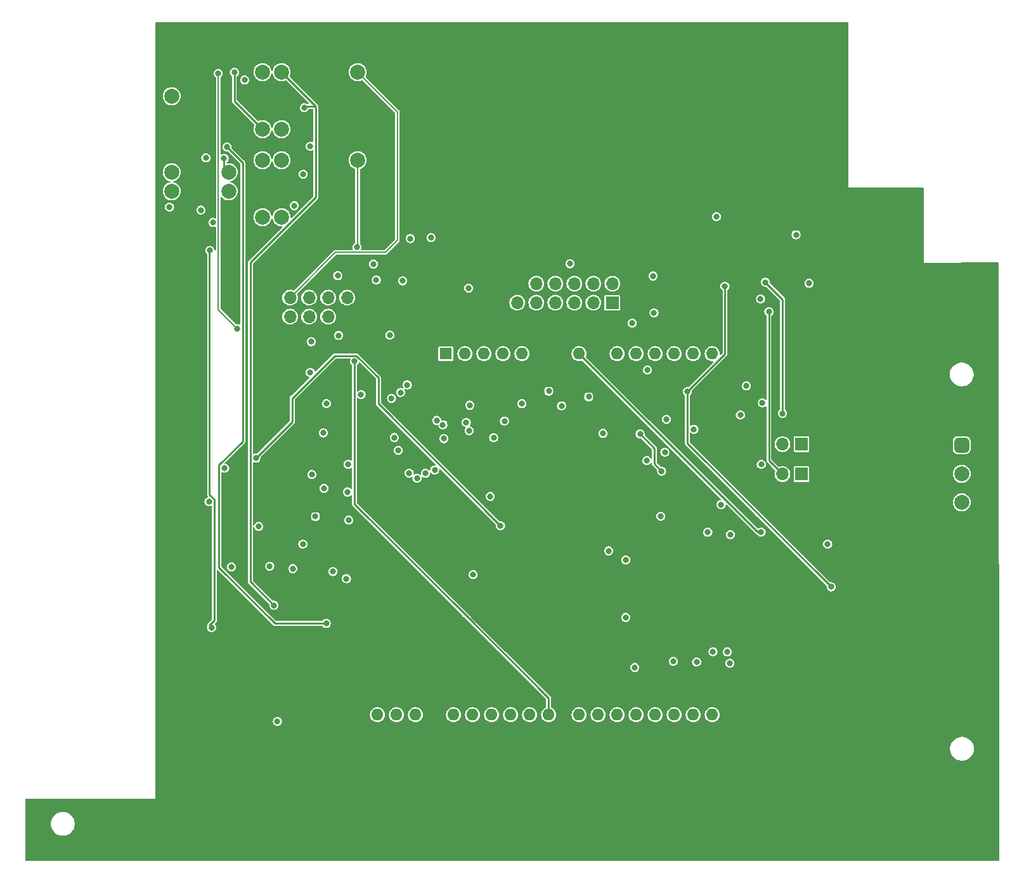
<source format=gbr>
%TF.GenerationSoftware,KiCad,Pcbnew,8.0.1*%
%TF.CreationDate,2024-07-10T12:18:48+02:00*%
%TF.ProjectId,TestBoardArduino,54657374-426f-4617-9264-41726475696e,rev?*%
%TF.SameCoordinates,Original*%
%TF.FileFunction,Copper,L3,Inr*%
%TF.FilePolarity,Positive*%
%FSLAX46Y46*%
G04 Gerber Fmt 4.6, Leading zero omitted, Abs format (unit mm)*
G04 Created by KiCad (PCBNEW 8.0.1) date 2024-07-10 12:18:48*
%MOMM*%
%LPD*%
G01*
G04 APERTURE LIST*
G04 Aperture macros list*
%AMRoundRect*
0 Rectangle with rounded corners*
0 $1 Rounding radius*
0 $2 $3 $4 $5 $6 $7 $8 $9 X,Y pos of 4 corners*
0 Add a 4 corners polygon primitive as box body*
4,1,4,$2,$3,$4,$5,$6,$7,$8,$9,$2,$3,0*
0 Add four circle primitives for the rounded corners*
1,1,$1+$1,$2,$3*
1,1,$1+$1,$4,$5*
1,1,$1+$1,$6,$7*
1,1,$1+$1,$8,$9*
0 Add four rect primitives between the rounded corners*
20,1,$1+$1,$2,$3,$4,$5,0*
20,1,$1+$1,$4,$5,$6,$7,0*
20,1,$1+$1,$6,$7,$8,$9,0*
20,1,$1+$1,$8,$9,$2,$3,0*%
G04 Aperture macros list end*
%TA.AperFunction,ComponentPad*%
%ADD10R,1.600000X1.600000*%
%TD*%
%TA.AperFunction,ComponentPad*%
%ADD11O,1.600000X1.600000*%
%TD*%
%TA.AperFunction,ComponentPad*%
%ADD12C,2.000000*%
%TD*%
%TA.AperFunction,ComponentPad*%
%ADD13R,1.700000X1.700000*%
%TD*%
%TA.AperFunction,ComponentPad*%
%ADD14O,1.700000X1.700000*%
%TD*%
%TA.AperFunction,ComponentPad*%
%ADD15RoundRect,0.500000X-0.500000X0.500000X-0.500000X-0.500000X0.500000X-0.500000X0.500000X0.500000X0*%
%TD*%
%TA.AperFunction,ViaPad*%
%ADD16C,0.800000*%
%TD*%
%TA.AperFunction,Conductor*%
%ADD17C,0.250000*%
%TD*%
%TA.AperFunction,Conductor*%
%ADD18C,0.200000*%
%TD*%
G04 APERTURE END LIST*
D10*
%TO.N,unconnected-(A1-NC-Pad1)*%
%TO.C,A1*%
X103758547Y-74345800D03*
D11*
%TO.N,unconnected-(A1-IOREF-Pad2)*%
X106298547Y-74345800D03*
%TO.N,unconnected-(A1-~{RESET}-Pad3)*%
X108838547Y-74345800D03*
%TO.N,unconnected-(A1-3V3-Pad4)*%
X111378547Y-74345800D03*
%TO.N,unconnected-(A1-+5V-Pad5)*%
X113918547Y-74345800D03*
%TO.N,GND*%
X116458547Y-74345800D03*
X118998547Y-74345800D03*
%TO.N,+12V*%
X121538547Y-74345800D03*
%TO.N,Net-(A1-A0)*%
X126618547Y-74345800D03*
%TO.N,Net-(A1-A1)*%
X129158547Y-74345800D03*
%TO.N,Net-(A1-A2)*%
X131698547Y-74345800D03*
%TO.N,IOUT*%
X134238547Y-74345800D03*
%TO.N,BLE_VDD*%
X136778547Y-74345800D03*
%TO.N,unconnected-(A1-SCL{slash}A5-Pad14)*%
X139318547Y-74345800D03*
%TO.N,Net-(A1-D0{slash}RX)*%
X139318547Y-122605800D03*
%TO.N,Net-(A1-D1{slash}TX)*%
X136778547Y-122605800D03*
%TO.N,Net-(A1-D2)*%
X134238547Y-122605800D03*
%TO.N,Net-(A1-D3)*%
X131698547Y-122605800D03*
%TO.N,Net-(A1-D4)*%
X129158547Y-122605800D03*
%TO.N,S1*%
X126618547Y-122605800D03*
%TO.N,S2*%
X124078547Y-122605800D03*
%TO.N,S3*%
X121538547Y-122605800D03*
%TO.N,Dout*%
X117478547Y-122605800D03*
%TO.N,SHRT_T*%
X114938547Y-122605800D03*
%TO.N,unconnected-(A1-D10-Pad25)*%
X112398547Y-122605800D03*
%TO.N,SHRT_P*%
X109858547Y-122605800D03*
%TO.N,unconnected-(A1-D12-Pad27)*%
X107318547Y-122605800D03*
%TO.N,EN_BAT*%
X104778547Y-122605800D03*
%TO.N,GND*%
X102238547Y-122605800D03*
%TO.N,unconnected-(A1-AREF-Pad30)*%
X99698547Y-122605800D03*
%TO.N,unconnected-(A1-SDA{slash}A4-Pad31)*%
X97158547Y-122605800D03*
%TO.N,unconnected-(A1-SCL{slash}A5-Pad32)*%
X94618547Y-122605800D03*
%TD*%
D12*
%TO.N,Net-(K3-Pad1)*%
%TO.C,K3*%
X79270547Y-56114000D03*
%TO.N,Net-(K3-Pad2)*%
X81810547Y-56114000D03*
%TO.N,+24V*%
X79270547Y-48494000D03*
%TO.N,Net-(D15-A)*%
X81810547Y-48494000D03*
%TO.N,B-*%
X91970547Y-48494000D03*
%TD*%
%TO.N,Net-(K2-Pad1)*%
%TO.C,K2*%
X79270547Y-44338400D03*
%TO.N,Net-(K2-Pad2)*%
X81810547Y-44338400D03*
%TO.N,+24V*%
X79270547Y-36718400D03*
%TO.N,Net-(D14-A)*%
X81810547Y-36718400D03*
%TO.N,T-*%
X91970547Y-36718400D03*
%TD*%
D13*
%TO.N,UART_RX*%
%TO.C,J6*%
X151236547Y-86435800D03*
D14*
%TO.N,RX*%
X148696547Y-86435800D03*
%TD*%
D12*
%TO.N,Net-(K1-Pad1)*%
%TO.C,K1*%
X74767147Y-52631200D03*
%TO.N,Net-(K1-Pad2)*%
X74767147Y-50091200D03*
%TO.N,+24V*%
X67147147Y-52631200D03*
%TO.N,Net-(D13-A)*%
X67147147Y-50091200D03*
%TO.N,Net-(Q1-E)*%
X67147147Y-39931200D03*
%TD*%
D13*
%TO.N,UART_TX*%
%TO.C,J7*%
X151236547Y-90435800D03*
D14*
%TO.N,TX*%
X148696547Y-90435800D03*
%TD*%
D15*
%TO.N,+24V*%
%TO.C,J5*%
X172643347Y-86588600D03*
D12*
%TO.N,UART_S_TX*%
X172643347Y-90398600D03*
%TO.N,UART_S_RX*%
X172643347Y-94208600D03*
%TO.N,GND*%
X172643347Y-98018600D03*
%TD*%
D13*
%TO.N,GND*%
%TO.C,J2*%
X133146347Y-127685800D03*
D14*
X133146347Y-130225800D03*
X135686347Y-127685800D03*
X135686347Y-130225800D03*
X138226347Y-127685800D03*
X138226347Y-130225800D03*
X140766347Y-127685800D03*
X140766347Y-130225800D03*
X143306347Y-127685800D03*
X143306347Y-130225800D03*
X145846347Y-127685800D03*
X145846347Y-130225800D03*
%TD*%
D13*
%TO.N,GND*%
%TO.C,J3*%
X90575947Y-69392800D03*
D14*
%TO.N,Dout*%
X90575947Y-66852800D03*
%TO.N,VB+*%
X88035947Y-69392800D03*
%TO.N,VB-*%
X88035947Y-66852800D03*
%TO.N,B+*%
X85495947Y-69392800D03*
%TO.N,B-*%
X85495947Y-66852800D03*
%TO.N,T+*%
X82955947Y-69392800D03*
%TO.N,T-*%
X82955947Y-66852800D03*
%TO.N,GND*%
X80415947Y-69392800D03*
X80415947Y-66852800D03*
%TD*%
D13*
%TO.N,VExt*%
%TO.C,J4*%
X125983547Y-67538600D03*
D14*
%TO.N,+BATT*%
X125983547Y-64998600D03*
%TO.N,+RS485*%
X123443547Y-67538600D03*
%TO.N,-RS485*%
X123443547Y-64998600D03*
%TO.N,VCC_MAIN_LPM*%
X120903547Y-67538600D03*
%TO.N,CORE_VDD_LPM*%
X120903547Y-64998600D03*
%TO.N,+1.8VDD_LPM*%
X118363547Y-67538600D03*
%TO.N,+3.0VIO_LPM*%
X118363547Y-64998600D03*
%TO.N,VPP_2V5_LPM*%
X115823547Y-67538600D03*
%TO.N,+1.8VIO_LPM*%
X115823547Y-64998600D03*
%TO.N,BLE_VDD_LPM*%
X113283547Y-67538600D03*
%TO.N,GND*%
X113283547Y-64998600D03*
%TD*%
D13*
%TO.N,GND*%
%TO.C,J1*%
X90271147Y-130225800D03*
D14*
X90271147Y-127685800D03*
X87731147Y-130225800D03*
X87731147Y-127685800D03*
X85191147Y-130225800D03*
X85191147Y-127685800D03*
X82651147Y-130225800D03*
X82651147Y-127685800D03*
X80111147Y-130225800D03*
X80111147Y-127685800D03*
X77571147Y-130225800D03*
X77571147Y-127685800D03*
%TD*%
D16*
%TO.N,BLE_VDD*%
X113918547Y-81039800D03*
X111581747Y-83337400D03*
X90618700Y-92828953D03*
X110133947Y-85572600D03*
%TO.N,+12V*%
X145846347Y-98196400D03*
%TO.N,S1*%
X102259947Y-89890600D03*
%TO.N,Dout*%
X91541147Y-75361800D03*
%TO.N,Net-(A1-A0)*%
X96494147Y-80314800D03*
%TO.N,S3*%
X99897747Y-91008200D03*
%TO.N,S2*%
X101015347Y-90347800D03*
%TO.N,Net-(A1-A2)*%
X106857347Y-84632800D03*
X130682547Y-76530200D03*
%TO.N,Net-(A1-A1)*%
X119201747Y-81305400D03*
X122833947Y-80111600D03*
X117499947Y-79349600D03*
X97713347Y-79527400D03*
%TO.N,+24V*%
X132562147Y-90043000D03*
X109676747Y-93421200D03*
X129691947Y-85090000D03*
X71043347Y-55147200D03*
X150519947Y-58445400D03*
X154736347Y-99796600D03*
X133222547Y-83108800D03*
X139877347Y-56032400D03*
X107390747Y-103886000D03*
%TO.N,Net-(U1A--)*%
X136880147Y-84445600D03*
X130606347Y-88636600D03*
X132460547Y-96078800D03*
%TO.N,Net-(Q2-B)*%
X132993947Y-87544400D03*
X127761547Y-101920800D03*
%TO.N,-3V3*%
X78383947Y-88315800D03*
X111048347Y-97332800D03*
%TO.N,+BATT*%
X99008747Y-58953400D03*
X101777347Y-58826400D03*
%TO.N,+5V*%
X155193547Y-105511600D03*
X106958947Y-81229200D03*
X124738947Y-85013800D03*
X141020347Y-65328800D03*
X85648347Y-76860400D03*
X74218347Y-89662000D03*
X136016547Y-79400400D03*
X98602347Y-78511400D03*
%TO.N,Net-(U10--IN)*%
X78764947Y-97434400D03*
X80238147Y-102743000D03*
%TO.N,VCC_MAIN*%
X97408547Y-87249000D03*
X90474347Y-104419400D03*
%TO.N,CORE_VDD*%
X96875147Y-85547200D03*
X88670947Y-103479600D03*
%TO.N,+1.8VDD*%
X103352147Y-83845400D03*
X90779147Y-96596200D03*
%TO.N,+3.0VIO*%
X90728347Y-89128600D03*
X102542203Y-83258889D03*
%TO.N,VPP_2V5*%
X98856347Y-90297000D03*
X103504547Y-85699600D03*
%TO.N,+1.8VIO*%
X92430147Y-79806800D03*
X106476347Y-83540600D03*
%TO.N,Net-(D11-A)*%
X152247147Y-64947800D03*
%TO.N,T+*%
X73354747Y-36880800D03*
X75894747Y-70993000D03*
%TO.N,VB+*%
X89432947Y-71907400D03*
X96258947Y-71882000D03*
%TO.N,B-*%
X91871347Y-60107600D03*
X97992747Y-64617600D03*
X94462147Y-64490600D03*
%TO.N,B+*%
X106806547Y-65582800D03*
X85775347Y-72745600D03*
%TO.N,VB-*%
X94081147Y-62357000D03*
X89305947Y-63931800D03*
%TO.N,CORE_VDD_LPM*%
X120319347Y-62331600D03*
X84657747Y-99796600D03*
%TO.N,+1.8VDD_LPM*%
X86334147Y-96113600D03*
%TO.N,VPP_2V5_LPM*%
X87400947Y-84937600D03*
%TO.N,+3.0VIO_LPM*%
X85851547Y-90500200D03*
%TO.N,BLE_VDD_LPM*%
X87477147Y-92329000D03*
%TO.N,VCC_MAIN_LPM*%
X83311547Y-103073200D03*
%TO.N,+RS485*%
X128650547Y-70256400D03*
X131546147Y-68884800D03*
%TO.N,+1.8VIO_LPM*%
X87807347Y-81026000D03*
%TO.N,-RS485*%
X131419147Y-63957200D03*
%TO.N,UART_TX*%
X145871747Y-89154000D03*
X137235747Y-115570000D03*
%TO.N,UART_RX*%
X141731547Y-98526600D03*
%TO.N,RX*%
X146430547Y-64795400D03*
X148716547Y-82321400D03*
%TO.N,TX*%
X146887747Y-68732400D03*
%TO.N,Net-(Q1-B)*%
X125475547Y-100701600D03*
X127761547Y-109591600D03*
%TO.N,Net-(U8-FB)*%
X75121247Y-102838600D03*
X72124047Y-94126400D03*
%TO.N,EN_RX{slash}TX*%
X134111547Y-115468400D03*
X145770147Y-67030600D03*
%TO.N,UART_S_RX*%
X141325147Y-114223800D03*
X143077747Y-82550000D03*
X139420147Y-114173000D03*
%TO.N,UART_S_TX*%
X143890547Y-78663800D03*
X128980747Y-116281200D03*
X146024147Y-80924400D03*
X141680747Y-115722400D03*
%TO.N,Net-(D13-A)*%
X87781947Y-110413800D03*
X74523147Y-46710600D03*
X71703747Y-48183800D03*
%TO.N,Net-(D14-A)*%
X80796947Y-107975400D03*
X84835547Y-41478200D03*
%TO.N,Net-(D15-A)*%
X72465747Y-110947200D03*
X72262547Y-60553600D03*
X83514747Y-54559200D03*
%TO.N,Net-(Q1-E)*%
X140512347Y-94513400D03*
X138734347Y-98221800D03*
%TO.N,Net-(K1-Pad2)*%
X74142147Y-48260000D03*
%TO.N,Net-(K1-Pad1)*%
X72654747Y-56819800D03*
X66852347Y-54737000D03*
%TO.N,Net-(K2-Pad2)*%
X76885347Y-37769800D03*
%TO.N,Net-(K2-Pad1)*%
X75513747Y-36753800D03*
%TO.N,Net-(K3-Pad2)*%
X84708547Y-50342800D03*
%TO.N,Net-(K3-Pad1)*%
X85648347Y-46609000D03*
%TO.N,SHRT_P*%
X81254147Y-123494800D03*
%TD*%
D17*
%TO.N,+12V*%
X145389147Y-98196400D02*
X121538547Y-74345800D01*
X145846347Y-98196400D02*
X145389147Y-98196400D01*
%TO.N,Dout*%
X106323947Y-109220000D02*
X91541147Y-94437200D01*
X117478547Y-120374600D02*
X106323947Y-109220000D01*
X91541147Y-94437200D02*
X91541147Y-75361800D01*
X117478547Y-122605800D02*
X117478547Y-120374600D01*
%TO.N,+24V*%
X131607552Y-87005605D02*
X129691947Y-85090000D01*
X131607552Y-89088405D02*
X131607552Y-87005605D01*
X132562147Y-90043000D02*
X131607552Y-89088405D01*
%TO.N,-3V3*%
X111048347Y-97332800D02*
X94741547Y-81026000D01*
X83235347Y-83464400D02*
X78383947Y-88315800D01*
X83235347Y-80213200D02*
X83235347Y-83464400D01*
X88897252Y-74636800D02*
X83320852Y-80213200D01*
X94741547Y-77536895D02*
X91841452Y-74636800D01*
X94741547Y-81026000D02*
X94741547Y-77536895D01*
X83320852Y-80213200D02*
X83235347Y-80213200D01*
X91841452Y-74636800D02*
X88897252Y-74636800D01*
%TO.N,+5V*%
X136016547Y-86334600D02*
X155193547Y-105511600D01*
X136016547Y-79400400D02*
X136016547Y-86334600D01*
X136016547Y-79400400D02*
X141020347Y-74396600D01*
X141020347Y-74396600D02*
X141020347Y-65328800D01*
D18*
%TO.N,T+*%
X73354747Y-68453000D02*
X75894747Y-70993000D01*
X73354747Y-36880800D02*
X73354747Y-68453000D01*
%TO.N,B-*%
X91970547Y-60008400D02*
X91970547Y-48494000D01*
X91871347Y-60107600D02*
X91970547Y-60008400D01*
%TO.N,T-*%
X82955947Y-66852800D02*
X89001147Y-60807600D01*
X89001147Y-60807600D02*
X95655947Y-60807600D01*
X97281547Y-42029400D02*
X91970547Y-36718400D01*
X95655947Y-60807600D02*
X97281547Y-59182000D01*
X97281547Y-59182000D02*
X97281547Y-42029400D01*
D17*
%TO.N,RX*%
X148716547Y-82321400D02*
X148716547Y-67081400D01*
X148716547Y-67081400D02*
X146430547Y-64795400D01*
%TO.N,TX*%
X146887747Y-68732400D02*
X146887747Y-88627000D01*
X146887747Y-88627000D02*
X148696547Y-90435800D01*
%TO.N,Net-(D13-A)*%
X76619747Y-86066800D02*
X76619747Y-51923800D01*
X76619747Y-48807200D02*
X74523147Y-46710600D01*
X73430947Y-89255600D02*
X76619747Y-86066800D01*
X76619747Y-51923800D02*
X76619747Y-48807200D01*
X73430947Y-102920800D02*
X73430947Y-89255600D01*
X80923947Y-110413800D02*
X73430947Y-102920800D01*
X87781947Y-110413800D02*
X80923947Y-110413800D01*
%TO.N,Net-(D14-A)*%
X86373347Y-41281200D02*
X85032547Y-41281200D01*
X80796947Y-107975400D02*
X77658947Y-104837400D01*
X85032547Y-41281200D02*
X84835547Y-41478200D01*
X77658947Y-104837400D02*
X77658947Y-62159433D01*
X77658947Y-62159433D02*
X86373347Y-53445033D01*
X86373347Y-53445033D02*
X86373347Y-41281200D01*
X86373347Y-41281200D02*
X81810547Y-36718400D01*
%TO.N,Net-(D15-A)*%
X72186347Y-110667800D02*
X72849047Y-110005100D01*
X72186347Y-93163395D02*
X72186347Y-60629800D01*
X72186347Y-60629800D02*
X72262547Y-60553600D01*
X72849047Y-93826095D02*
X72186347Y-93163395D01*
X72465747Y-110947200D02*
X72186347Y-110667800D01*
X72849047Y-110005100D02*
X72849047Y-93826095D01*
%TO.N,Net-(K1-Pad2)*%
X74142147Y-48260000D02*
X74142147Y-49466200D01*
X74142147Y-49466200D02*
X74767147Y-50091200D01*
%TO.N,Net-(K2-Pad1)*%
X79270547Y-44338400D02*
X75513747Y-40581600D01*
X75513747Y-40581600D02*
X75513747Y-36753800D01*
%TD*%
%TA.AperFunction,Conductor*%
%TO.N,GND*%
G36*
X157459213Y-30018907D02*
G01*
X157495177Y-30068407D01*
X157500022Y-30098978D01*
X157503765Y-46873566D01*
X157504947Y-52171600D01*
X167489747Y-52171600D01*
X167547938Y-52190507D01*
X167583902Y-52240007D01*
X167588747Y-52270600D01*
X167588747Y-62179198D01*
X167588747Y-62179200D01*
X177497129Y-62154051D01*
X177555365Y-62172811D01*
X177591455Y-62222219D01*
X177596378Y-62253020D01*
X177621715Y-142039388D01*
X177602826Y-142097584D01*
X177553338Y-142133564D01*
X177522734Y-142138419D01*
X47723265Y-142163780D01*
X47665071Y-142144884D01*
X47629097Y-142095391D01*
X47624246Y-142065082D01*
X47609753Y-137311332D01*
X51005413Y-137311332D01*
X51044747Y-137559685D01*
X51044749Y-137559690D01*
X51122454Y-137798840D01*
X51236613Y-138022890D01*
X51384416Y-138226324D01*
X51562223Y-138404131D01*
X51765657Y-138551934D01*
X51989707Y-138666093D01*
X52228857Y-138743798D01*
X52228858Y-138743798D01*
X52228861Y-138743799D01*
X52477215Y-138783134D01*
X52728676Y-138783134D01*
X52728679Y-138783134D01*
X52977032Y-138743799D01*
X52977033Y-138743798D01*
X52977037Y-138743798D01*
X53216187Y-138666093D01*
X53440237Y-138551934D01*
X53643671Y-138404131D01*
X53821478Y-138226324D01*
X53969281Y-138022890D01*
X54083440Y-137798840D01*
X54161145Y-137559690D01*
X54200481Y-137311329D01*
X54202947Y-137185600D01*
X54200481Y-137059871D01*
X54161145Y-136811510D01*
X54083440Y-136572360D01*
X53969281Y-136348310D01*
X53821478Y-136144876D01*
X53643671Y-135967069D01*
X53440237Y-135819266D01*
X53440236Y-135819265D01*
X53440234Y-135819264D01*
X53216187Y-135705107D01*
X52977032Y-135627400D01*
X52728679Y-135588066D01*
X52728676Y-135588066D01*
X52477218Y-135588066D01*
X52477215Y-135588066D01*
X52228861Y-135627400D01*
X51989706Y-135705107D01*
X51765659Y-135819264D01*
X51562224Y-135967068D01*
X51384415Y-136144877D01*
X51236611Y-136348312D01*
X51122454Y-136572359D01*
X51044747Y-136811514D01*
X51005413Y-137059867D01*
X51005413Y-137311332D01*
X47609753Y-137311332D01*
X47599450Y-133931902D01*
X47618180Y-133873654D01*
X47667570Y-133837539D01*
X47698450Y-133832600D01*
X64999999Y-133832600D01*
X65000000Y-133832600D01*
X65000000Y-127278332D01*
X171071213Y-127278332D01*
X171110547Y-127526685D01*
X171110549Y-127526690D01*
X171188254Y-127765840D01*
X171302413Y-127989890D01*
X171450216Y-128193324D01*
X171628023Y-128371131D01*
X171831457Y-128518934D01*
X172055507Y-128633093D01*
X172294657Y-128710798D01*
X172294658Y-128710798D01*
X172294661Y-128710799D01*
X172543015Y-128750134D01*
X172794476Y-128750134D01*
X172794479Y-128750134D01*
X173042832Y-128710799D01*
X173042833Y-128710798D01*
X173042837Y-128710798D01*
X173281987Y-128633093D01*
X173506037Y-128518934D01*
X173709471Y-128371131D01*
X173887278Y-128193324D01*
X174035081Y-127989890D01*
X174149240Y-127765840D01*
X174226945Y-127526690D01*
X174266281Y-127278329D01*
X174268747Y-127152600D01*
X174266281Y-127026871D01*
X174226945Y-126778510D01*
X174149240Y-126539360D01*
X174035081Y-126315310D01*
X173887278Y-126111876D01*
X173709471Y-125934069D01*
X173506037Y-125786266D01*
X173506036Y-125786265D01*
X173506034Y-125786264D01*
X173281987Y-125672107D01*
X173042832Y-125594400D01*
X172794479Y-125555066D01*
X172794476Y-125555066D01*
X172543018Y-125555066D01*
X172543015Y-125555066D01*
X172294661Y-125594400D01*
X172055506Y-125672107D01*
X171831459Y-125786264D01*
X171628024Y-125934068D01*
X171450215Y-126111877D01*
X171302411Y-126315312D01*
X171188254Y-126539359D01*
X171110547Y-126778514D01*
X171071213Y-127026867D01*
X171071213Y-127278332D01*
X65000000Y-127278332D01*
X65000000Y-123494800D01*
X80648465Y-123494800D01*
X80669102Y-123651558D01*
X80669104Y-123651566D01*
X80729609Y-123797638D01*
X80729609Y-123797639D01*
X80729611Y-123797641D01*
X80825865Y-123923082D01*
X80951306Y-124019336D01*
X81097385Y-124079844D01*
X81214956Y-124095322D01*
X81254146Y-124100482D01*
X81254147Y-124100482D01*
X81254148Y-124100482D01*
X81285499Y-124096354D01*
X81410909Y-124079844D01*
X81556988Y-124019336D01*
X81682429Y-123923082D01*
X81778683Y-123797641D01*
X81839191Y-123651562D01*
X81859829Y-123494800D01*
X81839191Y-123338038D01*
X81830347Y-123316687D01*
X81778684Y-123191961D01*
X81778684Y-123191960D01*
X81682433Y-123066523D01*
X81682432Y-123066522D01*
X81682429Y-123066518D01*
X81682424Y-123066514D01*
X81682423Y-123066513D01*
X81556985Y-122970262D01*
X81410913Y-122909757D01*
X81410905Y-122909755D01*
X81254148Y-122889118D01*
X81254146Y-122889118D01*
X81097388Y-122909755D01*
X81097380Y-122909757D01*
X80951308Y-122970262D01*
X80951307Y-122970262D01*
X80825870Y-123066513D01*
X80825860Y-123066523D01*
X80729609Y-123191960D01*
X80729609Y-123191961D01*
X80669104Y-123338033D01*
X80669102Y-123338041D01*
X80648465Y-123494799D01*
X80648465Y-123494800D01*
X65000000Y-123494800D01*
X65000000Y-122605803D01*
X93613206Y-122605803D01*
X93632521Y-122801926D01*
X93632522Y-122801929D01*
X93689734Y-122990530D01*
X93689735Y-122990532D01*
X93760765Y-123123418D01*
X93782637Y-123164338D01*
X93782639Y-123164340D01*
X93782640Y-123164342D01*
X93907659Y-123316678D01*
X93907668Y-123316687D01*
X94060004Y-123441706D01*
X94060009Y-123441710D01*
X94233820Y-123534614D01*
X94422415Y-123591824D01*
X94422417Y-123591824D01*
X94422420Y-123591825D01*
X94618544Y-123611141D01*
X94618547Y-123611141D01*
X94618550Y-123611141D01*
X94814673Y-123591825D01*
X94814674Y-123591824D01*
X94814679Y-123591824D01*
X95003274Y-123534614D01*
X95177085Y-123441710D01*
X95329430Y-123316683D01*
X95454457Y-123164338D01*
X95547361Y-122990527D01*
X95604571Y-122801932D01*
X95623888Y-122605803D01*
X96153206Y-122605803D01*
X96172521Y-122801926D01*
X96172522Y-122801929D01*
X96229734Y-122990530D01*
X96229735Y-122990532D01*
X96300765Y-123123418D01*
X96322637Y-123164338D01*
X96322639Y-123164340D01*
X96322640Y-123164342D01*
X96447659Y-123316678D01*
X96447668Y-123316687D01*
X96600004Y-123441706D01*
X96600009Y-123441710D01*
X96773820Y-123534614D01*
X96962415Y-123591824D01*
X96962417Y-123591824D01*
X96962420Y-123591825D01*
X97158544Y-123611141D01*
X97158547Y-123611141D01*
X97158550Y-123611141D01*
X97354673Y-123591825D01*
X97354674Y-123591824D01*
X97354679Y-123591824D01*
X97543274Y-123534614D01*
X97717085Y-123441710D01*
X97869430Y-123316683D01*
X97994457Y-123164338D01*
X98087361Y-122990527D01*
X98144571Y-122801932D01*
X98163888Y-122605803D01*
X98693206Y-122605803D01*
X98712521Y-122801926D01*
X98712522Y-122801929D01*
X98769734Y-122990530D01*
X98769735Y-122990532D01*
X98840765Y-123123418D01*
X98862637Y-123164338D01*
X98862639Y-123164340D01*
X98862640Y-123164342D01*
X98987659Y-123316678D01*
X98987668Y-123316687D01*
X99140004Y-123441706D01*
X99140009Y-123441710D01*
X99313820Y-123534614D01*
X99502415Y-123591824D01*
X99502417Y-123591824D01*
X99502420Y-123591825D01*
X99698544Y-123611141D01*
X99698547Y-123611141D01*
X99698550Y-123611141D01*
X99894673Y-123591825D01*
X99894674Y-123591824D01*
X99894679Y-123591824D01*
X100083274Y-123534614D01*
X100257085Y-123441710D01*
X100409430Y-123316683D01*
X100534457Y-123164338D01*
X100627361Y-122990527D01*
X100684571Y-122801932D01*
X100703888Y-122605803D01*
X103773206Y-122605803D01*
X103792521Y-122801926D01*
X103792522Y-122801929D01*
X103849734Y-122990530D01*
X103849735Y-122990532D01*
X103920765Y-123123418D01*
X103942637Y-123164338D01*
X103942639Y-123164340D01*
X103942640Y-123164342D01*
X104067659Y-123316678D01*
X104067668Y-123316687D01*
X104220004Y-123441706D01*
X104220009Y-123441710D01*
X104393820Y-123534614D01*
X104582415Y-123591824D01*
X104582417Y-123591824D01*
X104582420Y-123591825D01*
X104778544Y-123611141D01*
X104778547Y-123611141D01*
X104778550Y-123611141D01*
X104974673Y-123591825D01*
X104974674Y-123591824D01*
X104974679Y-123591824D01*
X105163274Y-123534614D01*
X105337085Y-123441710D01*
X105489430Y-123316683D01*
X105614457Y-123164338D01*
X105707361Y-122990527D01*
X105764571Y-122801932D01*
X105783888Y-122605803D01*
X106313206Y-122605803D01*
X106332521Y-122801926D01*
X106332522Y-122801929D01*
X106389734Y-122990530D01*
X106389735Y-122990532D01*
X106460765Y-123123418D01*
X106482637Y-123164338D01*
X106482639Y-123164340D01*
X106482640Y-123164342D01*
X106607659Y-123316678D01*
X106607668Y-123316687D01*
X106760004Y-123441706D01*
X106760009Y-123441710D01*
X106933820Y-123534614D01*
X107122415Y-123591824D01*
X107122417Y-123591824D01*
X107122420Y-123591825D01*
X107318544Y-123611141D01*
X107318547Y-123611141D01*
X107318550Y-123611141D01*
X107514673Y-123591825D01*
X107514674Y-123591824D01*
X107514679Y-123591824D01*
X107703274Y-123534614D01*
X107877085Y-123441710D01*
X108029430Y-123316683D01*
X108154457Y-123164338D01*
X108247361Y-122990527D01*
X108304571Y-122801932D01*
X108323888Y-122605803D01*
X108853206Y-122605803D01*
X108872521Y-122801926D01*
X108872522Y-122801929D01*
X108929734Y-122990530D01*
X108929735Y-122990532D01*
X109000765Y-123123418D01*
X109022637Y-123164338D01*
X109022639Y-123164340D01*
X109022640Y-123164342D01*
X109147659Y-123316678D01*
X109147668Y-123316687D01*
X109300004Y-123441706D01*
X109300009Y-123441710D01*
X109473820Y-123534614D01*
X109662415Y-123591824D01*
X109662417Y-123591824D01*
X109662420Y-123591825D01*
X109858544Y-123611141D01*
X109858547Y-123611141D01*
X109858550Y-123611141D01*
X110054673Y-123591825D01*
X110054674Y-123591824D01*
X110054679Y-123591824D01*
X110243274Y-123534614D01*
X110417085Y-123441710D01*
X110569430Y-123316683D01*
X110694457Y-123164338D01*
X110787361Y-122990527D01*
X110844571Y-122801932D01*
X110863888Y-122605803D01*
X111393206Y-122605803D01*
X111412521Y-122801926D01*
X111412522Y-122801929D01*
X111469734Y-122990530D01*
X111469735Y-122990532D01*
X111540765Y-123123418D01*
X111562637Y-123164338D01*
X111562639Y-123164340D01*
X111562640Y-123164342D01*
X111687659Y-123316678D01*
X111687668Y-123316687D01*
X111840004Y-123441706D01*
X111840009Y-123441710D01*
X112013820Y-123534614D01*
X112202415Y-123591824D01*
X112202417Y-123591824D01*
X112202420Y-123591825D01*
X112398544Y-123611141D01*
X112398547Y-123611141D01*
X112398550Y-123611141D01*
X112594673Y-123591825D01*
X112594674Y-123591824D01*
X112594679Y-123591824D01*
X112783274Y-123534614D01*
X112957085Y-123441710D01*
X113109430Y-123316683D01*
X113234457Y-123164338D01*
X113327361Y-122990527D01*
X113384571Y-122801932D01*
X113403888Y-122605803D01*
X113933206Y-122605803D01*
X113952521Y-122801926D01*
X113952522Y-122801929D01*
X114009734Y-122990530D01*
X114009735Y-122990532D01*
X114080765Y-123123418D01*
X114102637Y-123164338D01*
X114102639Y-123164340D01*
X114102640Y-123164342D01*
X114227659Y-123316678D01*
X114227668Y-123316687D01*
X114380004Y-123441706D01*
X114380009Y-123441710D01*
X114553820Y-123534614D01*
X114742415Y-123591824D01*
X114742417Y-123591824D01*
X114742420Y-123591825D01*
X114938544Y-123611141D01*
X114938547Y-123611141D01*
X114938550Y-123611141D01*
X115134673Y-123591825D01*
X115134674Y-123591824D01*
X115134679Y-123591824D01*
X115323274Y-123534614D01*
X115497085Y-123441710D01*
X115649430Y-123316683D01*
X115774457Y-123164338D01*
X115867361Y-122990527D01*
X115924571Y-122801932D01*
X115943888Y-122605800D01*
X115943888Y-122605796D01*
X115924572Y-122409673D01*
X115924571Y-122409670D01*
X115924571Y-122409668D01*
X115867361Y-122221073D01*
X115774457Y-122047262D01*
X115774453Y-122047257D01*
X115649434Y-121894921D01*
X115649425Y-121894912D01*
X115497089Y-121769893D01*
X115497087Y-121769892D01*
X115497085Y-121769890D01*
X115456165Y-121748018D01*
X115323279Y-121676988D01*
X115323277Y-121676987D01*
X115134676Y-121619775D01*
X115134673Y-121619774D01*
X114938550Y-121600459D01*
X114938544Y-121600459D01*
X114742420Y-121619774D01*
X114742417Y-121619775D01*
X114553816Y-121676987D01*
X114553814Y-121676988D01*
X114380014Y-121769887D01*
X114380004Y-121769893D01*
X114227668Y-121894912D01*
X114227659Y-121894921D01*
X114102640Y-122047257D01*
X114102634Y-122047267D01*
X114009735Y-122221067D01*
X114009734Y-122221069D01*
X113952522Y-122409670D01*
X113952521Y-122409673D01*
X113933206Y-122605796D01*
X113933206Y-122605803D01*
X113403888Y-122605803D01*
X113403888Y-122605800D01*
X113403888Y-122605796D01*
X113384572Y-122409673D01*
X113384571Y-122409670D01*
X113384571Y-122409668D01*
X113327361Y-122221073D01*
X113234457Y-122047262D01*
X113234453Y-122047257D01*
X113109434Y-121894921D01*
X113109425Y-121894912D01*
X112957089Y-121769893D01*
X112957087Y-121769892D01*
X112957085Y-121769890D01*
X112916165Y-121748018D01*
X112783279Y-121676988D01*
X112783277Y-121676987D01*
X112594676Y-121619775D01*
X112594673Y-121619774D01*
X112398550Y-121600459D01*
X112398544Y-121600459D01*
X112202420Y-121619774D01*
X112202417Y-121619775D01*
X112013816Y-121676987D01*
X112013814Y-121676988D01*
X111840014Y-121769887D01*
X111840004Y-121769893D01*
X111687668Y-121894912D01*
X111687659Y-121894921D01*
X111562640Y-122047257D01*
X111562634Y-122047267D01*
X111469735Y-122221067D01*
X111469734Y-122221069D01*
X111412522Y-122409670D01*
X111412521Y-122409673D01*
X111393206Y-122605796D01*
X111393206Y-122605803D01*
X110863888Y-122605803D01*
X110863888Y-122605800D01*
X110863888Y-122605796D01*
X110844572Y-122409673D01*
X110844571Y-122409670D01*
X110844571Y-122409668D01*
X110787361Y-122221073D01*
X110694457Y-122047262D01*
X110694453Y-122047257D01*
X110569434Y-121894921D01*
X110569425Y-121894912D01*
X110417089Y-121769893D01*
X110417087Y-121769892D01*
X110417085Y-121769890D01*
X110376165Y-121748018D01*
X110243279Y-121676988D01*
X110243277Y-121676987D01*
X110054676Y-121619775D01*
X110054673Y-121619774D01*
X109858550Y-121600459D01*
X109858544Y-121600459D01*
X109662420Y-121619774D01*
X109662417Y-121619775D01*
X109473816Y-121676987D01*
X109473814Y-121676988D01*
X109300014Y-121769887D01*
X109300004Y-121769893D01*
X109147668Y-121894912D01*
X109147659Y-121894921D01*
X109022640Y-122047257D01*
X109022634Y-122047267D01*
X108929735Y-122221067D01*
X108929734Y-122221069D01*
X108872522Y-122409670D01*
X108872521Y-122409673D01*
X108853206Y-122605796D01*
X108853206Y-122605803D01*
X108323888Y-122605803D01*
X108323888Y-122605800D01*
X108323888Y-122605796D01*
X108304572Y-122409673D01*
X108304571Y-122409670D01*
X108304571Y-122409668D01*
X108247361Y-122221073D01*
X108154457Y-122047262D01*
X108154453Y-122047257D01*
X108029434Y-121894921D01*
X108029425Y-121894912D01*
X107877089Y-121769893D01*
X107877087Y-121769892D01*
X107877085Y-121769890D01*
X107836165Y-121748018D01*
X107703279Y-121676988D01*
X107703277Y-121676987D01*
X107514676Y-121619775D01*
X107514673Y-121619774D01*
X107318550Y-121600459D01*
X107318544Y-121600459D01*
X107122420Y-121619774D01*
X107122417Y-121619775D01*
X106933816Y-121676987D01*
X106933814Y-121676988D01*
X106760014Y-121769887D01*
X106760004Y-121769893D01*
X106607668Y-121894912D01*
X106607659Y-121894921D01*
X106482640Y-122047257D01*
X106482634Y-122047267D01*
X106389735Y-122221067D01*
X106389734Y-122221069D01*
X106332522Y-122409670D01*
X106332521Y-122409673D01*
X106313206Y-122605796D01*
X106313206Y-122605803D01*
X105783888Y-122605803D01*
X105783888Y-122605800D01*
X105783888Y-122605796D01*
X105764572Y-122409673D01*
X105764571Y-122409670D01*
X105764571Y-122409668D01*
X105707361Y-122221073D01*
X105614457Y-122047262D01*
X105614453Y-122047257D01*
X105489434Y-121894921D01*
X105489425Y-121894912D01*
X105337089Y-121769893D01*
X105337087Y-121769892D01*
X105337085Y-121769890D01*
X105296165Y-121748018D01*
X105163279Y-121676988D01*
X105163277Y-121676987D01*
X104974676Y-121619775D01*
X104974673Y-121619774D01*
X104778550Y-121600459D01*
X104778544Y-121600459D01*
X104582420Y-121619774D01*
X104582417Y-121619775D01*
X104393816Y-121676987D01*
X104393814Y-121676988D01*
X104220014Y-121769887D01*
X104220004Y-121769893D01*
X104067668Y-121894912D01*
X104067659Y-121894921D01*
X103942640Y-122047257D01*
X103942634Y-122047267D01*
X103849735Y-122221067D01*
X103849734Y-122221069D01*
X103792522Y-122409670D01*
X103792521Y-122409673D01*
X103773206Y-122605796D01*
X103773206Y-122605803D01*
X100703888Y-122605803D01*
X100703888Y-122605800D01*
X100703888Y-122605796D01*
X100684572Y-122409673D01*
X100684571Y-122409670D01*
X100684571Y-122409668D01*
X100627361Y-122221073D01*
X100534457Y-122047262D01*
X100534453Y-122047257D01*
X100409434Y-121894921D01*
X100409425Y-121894912D01*
X100257089Y-121769893D01*
X100257087Y-121769892D01*
X100257085Y-121769890D01*
X100216165Y-121748018D01*
X100083279Y-121676988D01*
X100083277Y-121676987D01*
X99894676Y-121619775D01*
X99894673Y-121619774D01*
X99698550Y-121600459D01*
X99698544Y-121600459D01*
X99502420Y-121619774D01*
X99502417Y-121619775D01*
X99313816Y-121676987D01*
X99313814Y-121676988D01*
X99140014Y-121769887D01*
X99140004Y-121769893D01*
X98987668Y-121894912D01*
X98987659Y-121894921D01*
X98862640Y-122047257D01*
X98862634Y-122047267D01*
X98769735Y-122221067D01*
X98769734Y-122221069D01*
X98712522Y-122409670D01*
X98712521Y-122409673D01*
X98693206Y-122605796D01*
X98693206Y-122605803D01*
X98163888Y-122605803D01*
X98163888Y-122605800D01*
X98163888Y-122605796D01*
X98144572Y-122409673D01*
X98144571Y-122409670D01*
X98144571Y-122409668D01*
X98087361Y-122221073D01*
X97994457Y-122047262D01*
X97994453Y-122047257D01*
X97869434Y-121894921D01*
X97869425Y-121894912D01*
X97717089Y-121769893D01*
X97717087Y-121769892D01*
X97717085Y-121769890D01*
X97676165Y-121748018D01*
X97543279Y-121676988D01*
X97543277Y-121676987D01*
X97354676Y-121619775D01*
X97354673Y-121619774D01*
X97158550Y-121600459D01*
X97158544Y-121600459D01*
X96962420Y-121619774D01*
X96962417Y-121619775D01*
X96773816Y-121676987D01*
X96773814Y-121676988D01*
X96600014Y-121769887D01*
X96600004Y-121769893D01*
X96447668Y-121894912D01*
X96447659Y-121894921D01*
X96322640Y-122047257D01*
X96322634Y-122047267D01*
X96229735Y-122221067D01*
X96229734Y-122221069D01*
X96172522Y-122409670D01*
X96172521Y-122409673D01*
X96153206Y-122605796D01*
X96153206Y-122605803D01*
X95623888Y-122605803D01*
X95623888Y-122605800D01*
X95623888Y-122605796D01*
X95604572Y-122409673D01*
X95604571Y-122409670D01*
X95604571Y-122409668D01*
X95547361Y-122221073D01*
X95454457Y-122047262D01*
X95454453Y-122047257D01*
X95329434Y-121894921D01*
X95329425Y-121894912D01*
X95177089Y-121769893D01*
X95177087Y-121769892D01*
X95177085Y-121769890D01*
X95136165Y-121748018D01*
X95003279Y-121676988D01*
X95003277Y-121676987D01*
X94814676Y-121619775D01*
X94814673Y-121619774D01*
X94618550Y-121600459D01*
X94618544Y-121600459D01*
X94422420Y-121619774D01*
X94422417Y-121619775D01*
X94233816Y-121676987D01*
X94233814Y-121676988D01*
X94060014Y-121769887D01*
X94060004Y-121769893D01*
X93907668Y-121894912D01*
X93907659Y-121894921D01*
X93782640Y-122047257D01*
X93782634Y-122047267D01*
X93689735Y-122221067D01*
X93689734Y-122221069D01*
X93632522Y-122409670D01*
X93632521Y-122409673D01*
X93613206Y-122605796D01*
X93613206Y-122605803D01*
X65000000Y-122605803D01*
X65000000Y-94126400D01*
X71518365Y-94126400D01*
X71539002Y-94283158D01*
X71539004Y-94283166D01*
X71599509Y-94429238D01*
X71599509Y-94429239D01*
X71695760Y-94554676D01*
X71695765Y-94554682D01*
X71821206Y-94650936D01*
X71821207Y-94650936D01*
X71821208Y-94650937D01*
X71867631Y-94670166D01*
X71967285Y-94711444D01*
X72084856Y-94726922D01*
X72124046Y-94732082D01*
X72124047Y-94732082D01*
X72124048Y-94732082D01*
X72155399Y-94727954D01*
X72280809Y-94711444D01*
X72386662Y-94667597D01*
X72447658Y-94662797D01*
X72499827Y-94694766D01*
X72523242Y-94751294D01*
X72523547Y-94759062D01*
X72523547Y-109829265D01*
X72504640Y-109887456D01*
X72494551Y-109899269D01*
X71986485Y-110407335D01*
X71986484Y-110407334D01*
X71925882Y-110467937D01*
X71925878Y-110467942D01*
X71883030Y-110542156D01*
X71860847Y-110624948D01*
X71860847Y-110710655D01*
X71876107Y-110767609D01*
X71878633Y-110806151D01*
X71860065Y-110947197D01*
X71860065Y-110947200D01*
X71880702Y-111103958D01*
X71880704Y-111103966D01*
X71941209Y-111250038D01*
X71941209Y-111250039D01*
X71941211Y-111250041D01*
X72037465Y-111375482D01*
X72162906Y-111471736D01*
X72308985Y-111532244D01*
X72426556Y-111547722D01*
X72465746Y-111552882D01*
X72465747Y-111552882D01*
X72465748Y-111552882D01*
X72497099Y-111548754D01*
X72622509Y-111532244D01*
X72768588Y-111471736D01*
X72894029Y-111375482D01*
X72990283Y-111250041D01*
X73050791Y-111103962D01*
X73071429Y-110947200D01*
X73050791Y-110790438D01*
X73050789Y-110790433D01*
X72990284Y-110644361D01*
X72990284Y-110644360D01*
X72904127Y-110532078D01*
X72883703Y-110474402D01*
X72901081Y-110415737D01*
X72912666Y-110401807D01*
X73109512Y-110204962D01*
X73131004Y-110167737D01*
X73152365Y-110130738D01*
X73174547Y-110047953D01*
X73174547Y-103363734D01*
X73193454Y-103305543D01*
X73242954Y-103269579D01*
X73304140Y-103269579D01*
X73343548Y-103293728D01*
X80724085Y-110674265D01*
X80724087Y-110674266D01*
X80724089Y-110674268D01*
X80798304Y-110717116D01*
X80798302Y-110717116D01*
X80798306Y-110717117D01*
X80798308Y-110717118D01*
X80881094Y-110739300D01*
X87225977Y-110739300D01*
X87284168Y-110758207D01*
X87304517Y-110778031D01*
X87353665Y-110842082D01*
X87479106Y-110938336D01*
X87479107Y-110938336D01*
X87479108Y-110938337D01*
X87625180Y-110998842D01*
X87625185Y-110998844D01*
X87742756Y-111014322D01*
X87781946Y-111019482D01*
X87781947Y-111019482D01*
X87781948Y-111019482D01*
X87813299Y-111015354D01*
X87938709Y-110998844D01*
X88084788Y-110938336D01*
X88210229Y-110842082D01*
X88306483Y-110716641D01*
X88366991Y-110570562D01*
X88387629Y-110413800D01*
X88366991Y-110257038D01*
X88330001Y-110167736D01*
X88306484Y-110110961D01*
X88306484Y-110110960D01*
X88210233Y-109985523D01*
X88210232Y-109985522D01*
X88210229Y-109985518D01*
X88210224Y-109985514D01*
X88210223Y-109985513D01*
X88097827Y-109899269D01*
X88084788Y-109889264D01*
X88084787Y-109889263D01*
X88084785Y-109889262D01*
X87938713Y-109828757D01*
X87938705Y-109828755D01*
X87781948Y-109808118D01*
X87781946Y-109808118D01*
X87625188Y-109828755D01*
X87625180Y-109828757D01*
X87479108Y-109889262D01*
X87479107Y-109889262D01*
X87353670Y-109985513D01*
X87353661Y-109985522D01*
X87304519Y-110049567D01*
X87254095Y-110084223D01*
X87225977Y-110088300D01*
X81099782Y-110088300D01*
X81041591Y-110069393D01*
X81029778Y-110059304D01*
X75850727Y-104880253D01*
X77333447Y-104880253D01*
X77350511Y-104943937D01*
X77355630Y-104963043D01*
X77398478Y-105037257D01*
X77398479Y-105037258D01*
X77398480Y-105037259D01*
X77398482Y-105037262D01*
X79713326Y-107352106D01*
X80173653Y-107812433D01*
X80201430Y-107866950D01*
X80201802Y-107895359D01*
X80191265Y-107975399D01*
X80191265Y-107975400D01*
X80211902Y-108132158D01*
X80211904Y-108132166D01*
X80272409Y-108278238D01*
X80272409Y-108278239D01*
X80272411Y-108278241D01*
X80368665Y-108403682D01*
X80494106Y-108499936D01*
X80640185Y-108560444D01*
X80757756Y-108575922D01*
X80796946Y-108581082D01*
X80796947Y-108581082D01*
X80796948Y-108581082D01*
X80828299Y-108576954D01*
X80953709Y-108560444D01*
X81099788Y-108499936D01*
X81225229Y-108403682D01*
X81321483Y-108278241D01*
X81381991Y-108132162D01*
X81402629Y-107975400D01*
X81381991Y-107818638D01*
X81321484Y-107672561D01*
X81321484Y-107672560D01*
X81225233Y-107547123D01*
X81225232Y-107547122D01*
X81225229Y-107547118D01*
X81225224Y-107547114D01*
X81225223Y-107547113D01*
X81099785Y-107450862D01*
X80953713Y-107390357D01*
X80953705Y-107390355D01*
X80796948Y-107369718D01*
X80796946Y-107369718D01*
X80716906Y-107380255D01*
X80656745Y-107369105D01*
X80633980Y-107352106D01*
X78013443Y-104731569D01*
X77985666Y-104677052D01*
X77984447Y-104661565D01*
X77984447Y-104419400D01*
X89868665Y-104419400D01*
X89889302Y-104576158D01*
X89889304Y-104576166D01*
X89949809Y-104722238D01*
X89949809Y-104722239D01*
X90005293Y-104794547D01*
X90046065Y-104847682D01*
X90171506Y-104943936D01*
X90171507Y-104943936D01*
X90171508Y-104943937D01*
X90217634Y-104963043D01*
X90317585Y-105004444D01*
X90435156Y-105019922D01*
X90474346Y-105025082D01*
X90474347Y-105025082D01*
X90474348Y-105025082D01*
X90505699Y-105020954D01*
X90631109Y-105004444D01*
X90777188Y-104943936D01*
X90902629Y-104847682D01*
X90998883Y-104722241D01*
X91059391Y-104576162D01*
X91080029Y-104419400D01*
X91059391Y-104262638D01*
X91028823Y-104188841D01*
X90998884Y-104116561D01*
X90998884Y-104116560D01*
X90902633Y-103991123D01*
X90902632Y-103991122D01*
X90902629Y-103991118D01*
X90902624Y-103991114D01*
X90902623Y-103991113D01*
X90831451Y-103936501D01*
X90777188Y-103894864D01*
X90777187Y-103894863D01*
X90777185Y-103894862D01*
X90631113Y-103834357D01*
X90631105Y-103834355D01*
X90474348Y-103813718D01*
X90474346Y-103813718D01*
X90317588Y-103834355D01*
X90317580Y-103834357D01*
X90171508Y-103894862D01*
X90171507Y-103894862D01*
X90046070Y-103991113D01*
X90046060Y-103991123D01*
X89949809Y-104116560D01*
X89949809Y-104116561D01*
X89889304Y-104262633D01*
X89889302Y-104262641D01*
X89868665Y-104419399D01*
X89868665Y-104419400D01*
X77984447Y-104419400D01*
X77984447Y-102743000D01*
X79632465Y-102743000D01*
X79653102Y-102899758D01*
X79653104Y-102899766D01*
X79713609Y-103045838D01*
X79713609Y-103045839D01*
X79786967Y-103141441D01*
X79809865Y-103171282D01*
X79935306Y-103267536D01*
X79935307Y-103267536D01*
X79935308Y-103267537D01*
X80068824Y-103322841D01*
X80081385Y-103328044D01*
X80198956Y-103343522D01*
X80238146Y-103348682D01*
X80238147Y-103348682D01*
X80238148Y-103348682D01*
X80269499Y-103344554D01*
X80394909Y-103328044D01*
X80540988Y-103267536D01*
X80666429Y-103171282D01*
X80741690Y-103073200D01*
X82705865Y-103073200D01*
X82726502Y-103229958D01*
X82726504Y-103229966D01*
X82787009Y-103376038D01*
X82787009Y-103376039D01*
X82866474Y-103479600D01*
X82883265Y-103501482D01*
X83008706Y-103597736D01*
X83008707Y-103597736D01*
X83008708Y-103597737D01*
X83101957Y-103636362D01*
X83154785Y-103658244D01*
X83272356Y-103673722D01*
X83311546Y-103678882D01*
X83311547Y-103678882D01*
X83311548Y-103678882D01*
X83342899Y-103674754D01*
X83468309Y-103658244D01*
X83614388Y-103597736D01*
X83739829Y-103501482D01*
X83756620Y-103479600D01*
X88065265Y-103479600D01*
X88085902Y-103636358D01*
X88085904Y-103636366D01*
X88146409Y-103782438D01*
X88146409Y-103782439D01*
X88225874Y-103886000D01*
X88242665Y-103907882D01*
X88368106Y-104004136D01*
X88368107Y-104004136D01*
X88368108Y-104004137D01*
X88461357Y-104042762D01*
X88514185Y-104064644D01*
X88631756Y-104080122D01*
X88670946Y-104085282D01*
X88670947Y-104085282D01*
X88670948Y-104085282D01*
X88702299Y-104081154D01*
X88827709Y-104064644D01*
X88973788Y-104004136D01*
X89099229Y-103907882D01*
X89195483Y-103782441D01*
X89255991Y-103636362D01*
X89276629Y-103479600D01*
X89255991Y-103322838D01*
X89217522Y-103229966D01*
X89195484Y-103176761D01*
X89195484Y-103176760D01*
X89099233Y-103051323D01*
X89099232Y-103051322D01*
X89099229Y-103051318D01*
X89099224Y-103051314D01*
X89099223Y-103051313D01*
X88973785Y-102955062D01*
X88827713Y-102894557D01*
X88827705Y-102894555D01*
X88670948Y-102873918D01*
X88670946Y-102873918D01*
X88514188Y-102894555D01*
X88514180Y-102894557D01*
X88368108Y-102955062D01*
X88368107Y-102955062D01*
X88242670Y-103051313D01*
X88242660Y-103051323D01*
X88146409Y-103176760D01*
X88146409Y-103176761D01*
X88085904Y-103322833D01*
X88085902Y-103322841D01*
X88065265Y-103479599D01*
X88065265Y-103479600D01*
X83756620Y-103479600D01*
X83836083Y-103376041D01*
X83896591Y-103229962D01*
X83917229Y-103073200D01*
X83896591Y-102916438D01*
X83878979Y-102873918D01*
X83836084Y-102770361D01*
X83836084Y-102770360D01*
X83739833Y-102644923D01*
X83739832Y-102644922D01*
X83739829Y-102644918D01*
X83739824Y-102644914D01*
X83739823Y-102644913D01*
X83663359Y-102586241D01*
X83614388Y-102548664D01*
X83614387Y-102548663D01*
X83614385Y-102548662D01*
X83468313Y-102488157D01*
X83468305Y-102488155D01*
X83311548Y-102467518D01*
X83311546Y-102467518D01*
X83154788Y-102488155D01*
X83154780Y-102488157D01*
X83008708Y-102548662D01*
X83008707Y-102548662D01*
X82883270Y-102644913D01*
X82883260Y-102644923D01*
X82787009Y-102770360D01*
X82787009Y-102770361D01*
X82726504Y-102916433D01*
X82726502Y-102916441D01*
X82705865Y-103073199D01*
X82705865Y-103073200D01*
X80741690Y-103073200D01*
X80762683Y-103045841D01*
X80823191Y-102899762D01*
X80843829Y-102743000D01*
X80823191Y-102586238D01*
X80807627Y-102548664D01*
X80762684Y-102440161D01*
X80762684Y-102440160D01*
X80666433Y-102314723D01*
X80666432Y-102314722D01*
X80666429Y-102314718D01*
X80666424Y-102314714D01*
X80666423Y-102314713D01*
X80559825Y-102232918D01*
X80540988Y-102218464D01*
X80540987Y-102218463D01*
X80540985Y-102218462D01*
X80394913Y-102157957D01*
X80394905Y-102157955D01*
X80238148Y-102137318D01*
X80238146Y-102137318D01*
X80081388Y-102157955D01*
X80081380Y-102157957D01*
X79935308Y-102218462D01*
X79935307Y-102218462D01*
X79809870Y-102314713D01*
X79809860Y-102314723D01*
X79713609Y-102440160D01*
X79713609Y-102440161D01*
X79653104Y-102586233D01*
X79653102Y-102586241D01*
X79632465Y-102742999D01*
X79632465Y-102743000D01*
X77984447Y-102743000D01*
X77984447Y-99796600D01*
X84052065Y-99796600D01*
X84072702Y-99953358D01*
X84072704Y-99953366D01*
X84133209Y-100099438D01*
X84133209Y-100099439D01*
X84192773Y-100177064D01*
X84229465Y-100224882D01*
X84354906Y-100321136D01*
X84500985Y-100381644D01*
X84618556Y-100397122D01*
X84657746Y-100402282D01*
X84657747Y-100402282D01*
X84657748Y-100402282D01*
X84689099Y-100398154D01*
X84814509Y-100381644D01*
X84960588Y-100321136D01*
X85086029Y-100224882D01*
X85182283Y-100099441D01*
X85242791Y-99953362D01*
X85263429Y-99796600D01*
X85242791Y-99639838D01*
X85182284Y-99493761D01*
X85182284Y-99493760D01*
X85086033Y-99368323D01*
X85086032Y-99368322D01*
X85086029Y-99368318D01*
X85086024Y-99368314D01*
X85086023Y-99368313D01*
X84960585Y-99272062D01*
X84814513Y-99211557D01*
X84814505Y-99211555D01*
X84657748Y-99190918D01*
X84657746Y-99190918D01*
X84500988Y-99211555D01*
X84500980Y-99211557D01*
X84354908Y-99272062D01*
X84354907Y-99272062D01*
X84229470Y-99368313D01*
X84229460Y-99368323D01*
X84133209Y-99493760D01*
X84133209Y-99493761D01*
X84072704Y-99639833D01*
X84072702Y-99639841D01*
X84052065Y-99796599D01*
X84052065Y-99796600D01*
X77984447Y-99796600D01*
X77984447Y-97613689D01*
X78003354Y-97555498D01*
X78052854Y-97519534D01*
X78114040Y-97519534D01*
X78163540Y-97555498D01*
X78179074Y-97588067D01*
X78179904Y-97591165D01*
X78240409Y-97737238D01*
X78240409Y-97737239D01*
X78336660Y-97862676D01*
X78336665Y-97862682D01*
X78462106Y-97958936D01*
X78608185Y-98019444D01*
X78725756Y-98034922D01*
X78764946Y-98040082D01*
X78764947Y-98040082D01*
X78764948Y-98040082D01*
X78796299Y-98035954D01*
X78921709Y-98019444D01*
X79067788Y-97958936D01*
X79193229Y-97862682D01*
X79289483Y-97737241D01*
X79349991Y-97591162D01*
X79370629Y-97434400D01*
X79349991Y-97277638D01*
X79310063Y-97181244D01*
X79289484Y-97131561D01*
X79289484Y-97131560D01*
X79193233Y-97006123D01*
X79193232Y-97006122D01*
X79193229Y-97006118D01*
X79193224Y-97006114D01*
X79193223Y-97006113D01*
X79067785Y-96909862D01*
X78921713Y-96849357D01*
X78921705Y-96849355D01*
X78764948Y-96828718D01*
X78764946Y-96828718D01*
X78608188Y-96849355D01*
X78608180Y-96849357D01*
X78462108Y-96909862D01*
X78462107Y-96909862D01*
X78336670Y-97006113D01*
X78336660Y-97006123D01*
X78240409Y-97131560D01*
X78240409Y-97131561D01*
X78179903Y-97277637D01*
X78179073Y-97280735D01*
X78177822Y-97282660D01*
X78177420Y-97283632D01*
X78177240Y-97283557D01*
X78145748Y-97332049D01*
X78088626Y-97353974D01*
X78029526Y-97338137D01*
X77991022Y-97290587D01*
X77984447Y-97255110D01*
X77984447Y-96113600D01*
X85728465Y-96113600D01*
X85749102Y-96270358D01*
X85749104Y-96270366D01*
X85809609Y-96416438D01*
X85809609Y-96416439D01*
X85809611Y-96416441D01*
X85905865Y-96541882D01*
X86031306Y-96638136D01*
X86031307Y-96638136D01*
X86031308Y-96638137D01*
X86143195Y-96684482D01*
X86177385Y-96698644D01*
X86259891Y-96709506D01*
X86334146Y-96719282D01*
X86334147Y-96719282D01*
X86334148Y-96719282D01*
X86365499Y-96715154D01*
X86490909Y-96698644D01*
X86636988Y-96638136D01*
X86691640Y-96596200D01*
X90173465Y-96596200D01*
X90194102Y-96752958D01*
X90194104Y-96752966D01*
X90254609Y-96899038D01*
X90254609Y-96899039D01*
X90350860Y-97024476D01*
X90350865Y-97024482D01*
X90476306Y-97120736D01*
X90476307Y-97120736D01*
X90476308Y-97120737D01*
X90609824Y-97176041D01*
X90622385Y-97181244D01*
X90739956Y-97196722D01*
X90779146Y-97201882D01*
X90779147Y-97201882D01*
X90779148Y-97201882D01*
X90810499Y-97197754D01*
X90935909Y-97181244D01*
X91081988Y-97120736D01*
X91207429Y-97024482D01*
X91303683Y-96899041D01*
X91364191Y-96752962D01*
X91384829Y-96596200D01*
X91364191Y-96439438D01*
X91354665Y-96416441D01*
X91303684Y-96293361D01*
X91303684Y-96293360D01*
X91207433Y-96167923D01*
X91207432Y-96167922D01*
X91207429Y-96167918D01*
X91207424Y-96167914D01*
X91207423Y-96167913D01*
X91091288Y-96078800D01*
X91081988Y-96071664D01*
X91081987Y-96071663D01*
X91081985Y-96071662D01*
X90935913Y-96011157D01*
X90935905Y-96011155D01*
X90779148Y-95990518D01*
X90779146Y-95990518D01*
X90622388Y-96011155D01*
X90622380Y-96011157D01*
X90476308Y-96071662D01*
X90476307Y-96071662D01*
X90350870Y-96167913D01*
X90350860Y-96167923D01*
X90254609Y-96293360D01*
X90254609Y-96293361D01*
X90194104Y-96439433D01*
X90194102Y-96439441D01*
X90173465Y-96596199D01*
X90173465Y-96596200D01*
X86691640Y-96596200D01*
X86762429Y-96541882D01*
X86858683Y-96416441D01*
X86919191Y-96270362D01*
X86939829Y-96113600D01*
X86919191Y-95956838D01*
X86858684Y-95810761D01*
X86858684Y-95810760D01*
X86762433Y-95685323D01*
X86762432Y-95685322D01*
X86762429Y-95685318D01*
X86762424Y-95685314D01*
X86762423Y-95685313D01*
X86636985Y-95589062D01*
X86490913Y-95528557D01*
X86490905Y-95528555D01*
X86334148Y-95507918D01*
X86334146Y-95507918D01*
X86177388Y-95528555D01*
X86177380Y-95528557D01*
X86031308Y-95589062D01*
X86031307Y-95589062D01*
X85905870Y-95685313D01*
X85905860Y-95685323D01*
X85809609Y-95810760D01*
X85809609Y-95810761D01*
X85749104Y-95956833D01*
X85749102Y-95956841D01*
X85728465Y-96113599D01*
X85728465Y-96113600D01*
X77984447Y-96113600D01*
X77984447Y-92329000D01*
X86871465Y-92329000D01*
X86892102Y-92485758D01*
X86892104Y-92485766D01*
X86952609Y-92631838D01*
X86952609Y-92631839D01*
X87048860Y-92757276D01*
X87048865Y-92757282D01*
X87174306Y-92853536D01*
X87320385Y-92914044D01*
X87437956Y-92929522D01*
X87477146Y-92934682D01*
X87477147Y-92934682D01*
X87477148Y-92934682D01*
X87508499Y-92930554D01*
X87633909Y-92914044D01*
X87779988Y-92853536D01*
X87905429Y-92757282D01*
X88001683Y-92631841D01*
X88062191Y-92485762D01*
X88082829Y-92329000D01*
X88062191Y-92172238D01*
X88001684Y-92026161D01*
X88001684Y-92026160D01*
X87905433Y-91900723D01*
X87905432Y-91900722D01*
X87905429Y-91900718D01*
X87905424Y-91900714D01*
X87905423Y-91900713D01*
X87779985Y-91804462D01*
X87633913Y-91743957D01*
X87633905Y-91743955D01*
X87477148Y-91723318D01*
X87477146Y-91723318D01*
X87320388Y-91743955D01*
X87320380Y-91743957D01*
X87174308Y-91804462D01*
X87174307Y-91804462D01*
X87048870Y-91900713D01*
X87048860Y-91900723D01*
X86952609Y-92026160D01*
X86952609Y-92026161D01*
X86892104Y-92172233D01*
X86892102Y-92172241D01*
X86871465Y-92328999D01*
X86871465Y-92329000D01*
X77984447Y-92329000D01*
X77984447Y-90500200D01*
X85245865Y-90500200D01*
X85266502Y-90656958D01*
X85266504Y-90656966D01*
X85327009Y-90803038D01*
X85327009Y-90803039D01*
X85418434Y-90922186D01*
X85423265Y-90928482D01*
X85548706Y-91024736D01*
X85548707Y-91024736D01*
X85548708Y-91024737D01*
X85569357Y-91033290D01*
X85694785Y-91085244D01*
X85812356Y-91100722D01*
X85851546Y-91105882D01*
X85851547Y-91105882D01*
X85851548Y-91105882D01*
X85882899Y-91101754D01*
X86008309Y-91085244D01*
X86154388Y-91024736D01*
X86279829Y-90928482D01*
X86376083Y-90803041D01*
X86436591Y-90656962D01*
X86457229Y-90500200D01*
X86436591Y-90343438D01*
X86396663Y-90247044D01*
X86376084Y-90197361D01*
X86376084Y-90197360D01*
X86279833Y-90071923D01*
X86279832Y-90071922D01*
X86279829Y-90071918D01*
X86279824Y-90071914D01*
X86279823Y-90071913D01*
X86208651Y-90017301D01*
X86154388Y-89975664D01*
X86154387Y-89975663D01*
X86154385Y-89975662D01*
X86008313Y-89915157D01*
X86008305Y-89915155D01*
X85851548Y-89894518D01*
X85851546Y-89894518D01*
X85694788Y-89915155D01*
X85694780Y-89915157D01*
X85548708Y-89975662D01*
X85548707Y-89975662D01*
X85423270Y-90071913D01*
X85423260Y-90071923D01*
X85327009Y-90197360D01*
X85327009Y-90197361D01*
X85266504Y-90343433D01*
X85266502Y-90343441D01*
X85245865Y-90500199D01*
X85245865Y-90500200D01*
X77984447Y-90500200D01*
X77984447Y-88948462D01*
X78003354Y-88890271D01*
X78052854Y-88854307D01*
X78114040Y-88854307D01*
X78121319Y-88856993D01*
X78227185Y-88900844D01*
X78344756Y-88916322D01*
X78383946Y-88921482D01*
X78383947Y-88921482D01*
X78383948Y-88921482D01*
X78415299Y-88917354D01*
X78540709Y-88900844D01*
X78686788Y-88840336D01*
X78812229Y-88744082D01*
X78908483Y-88618641D01*
X78968991Y-88472562D01*
X78989629Y-88315800D01*
X78979090Y-88235756D01*
X78990239Y-88175599D01*
X79007236Y-88152835D01*
X82222472Y-84937600D01*
X86795265Y-84937600D01*
X86815902Y-85094358D01*
X86815904Y-85094366D01*
X86876409Y-85240438D01*
X86876409Y-85240439D01*
X86934881Y-85316641D01*
X86972665Y-85365882D01*
X87098106Y-85462136D01*
X87098107Y-85462136D01*
X87098108Y-85462137D01*
X87207791Y-85507569D01*
X87244185Y-85522644D01*
X87361756Y-85538122D01*
X87400946Y-85543282D01*
X87400947Y-85543282D01*
X87400948Y-85543282D01*
X87438516Y-85538336D01*
X87557709Y-85522644D01*
X87703788Y-85462136D01*
X87829229Y-85365882D01*
X87925483Y-85240441D01*
X87985991Y-85094362D01*
X88006629Y-84937600D01*
X87985991Y-84780838D01*
X87972571Y-84748439D01*
X87925484Y-84634761D01*
X87925484Y-84634760D01*
X87829233Y-84509323D01*
X87829232Y-84509322D01*
X87829229Y-84509318D01*
X87829224Y-84509314D01*
X87829223Y-84509313D01*
X87746190Y-84445600D01*
X87703788Y-84413064D01*
X87703787Y-84413063D01*
X87703785Y-84413062D01*
X87557713Y-84352557D01*
X87557705Y-84352555D01*
X87400948Y-84331918D01*
X87400946Y-84331918D01*
X87244188Y-84352555D01*
X87244180Y-84352557D01*
X87098108Y-84413062D01*
X87098107Y-84413062D01*
X86972670Y-84509313D01*
X86972660Y-84509323D01*
X86876409Y-84634760D01*
X86876409Y-84634761D01*
X86815904Y-84780833D01*
X86815902Y-84780841D01*
X86795265Y-84937599D01*
X86795265Y-84937600D01*
X82222472Y-84937600D01*
X83435206Y-83724866D01*
X83435209Y-83724865D01*
X83495812Y-83664262D01*
X83531265Y-83602856D01*
X83538665Y-83590039D01*
X83560848Y-83507253D01*
X83560848Y-83421547D01*
X83560848Y-83415485D01*
X83560847Y-83415467D01*
X83560847Y-81026000D01*
X87201665Y-81026000D01*
X87222302Y-81182758D01*
X87222304Y-81182766D01*
X87282809Y-81328838D01*
X87282809Y-81328839D01*
X87379060Y-81454276D01*
X87379065Y-81454282D01*
X87379069Y-81454285D01*
X87379070Y-81454286D01*
X87408429Y-81476813D01*
X87504506Y-81550536D01*
X87504507Y-81550536D01*
X87504508Y-81550537D01*
X87643811Y-81608238D01*
X87650585Y-81611044D01*
X87755392Y-81624842D01*
X87807346Y-81631682D01*
X87807347Y-81631682D01*
X87807348Y-81631682D01*
X87838699Y-81627554D01*
X87964109Y-81611044D01*
X88110188Y-81550536D01*
X88235629Y-81454282D01*
X88331883Y-81328841D01*
X88392391Y-81182762D01*
X88413029Y-81026000D01*
X88392391Y-80869238D01*
X88355785Y-80780864D01*
X88331884Y-80723161D01*
X88331884Y-80723160D01*
X88235633Y-80597723D01*
X88235632Y-80597722D01*
X88235629Y-80597718D01*
X88235624Y-80597714D01*
X88235623Y-80597713D01*
X88160248Y-80539876D01*
X88110188Y-80501464D01*
X88110187Y-80501463D01*
X88110185Y-80501462D01*
X87964113Y-80440957D01*
X87964105Y-80440955D01*
X87807348Y-80420318D01*
X87807346Y-80420318D01*
X87650588Y-80440955D01*
X87650580Y-80440957D01*
X87504508Y-80501462D01*
X87504507Y-80501462D01*
X87379070Y-80597713D01*
X87379060Y-80597723D01*
X87282809Y-80723160D01*
X87282809Y-80723161D01*
X87222304Y-80869233D01*
X87222302Y-80869241D01*
X87201665Y-81025999D01*
X87201665Y-81026000D01*
X83560847Y-81026000D01*
X83560847Y-80474539D01*
X83579754Y-80416348D01*
X83589843Y-80404535D01*
X89003082Y-74991296D01*
X89057599Y-74963519D01*
X89073086Y-74962300D01*
X90908484Y-74962300D01*
X90966675Y-74981207D01*
X91002639Y-75030707D01*
X91002639Y-75091893D01*
X90999948Y-75099185D01*
X90956104Y-75205032D01*
X90956102Y-75205041D01*
X90935465Y-75361799D01*
X90935465Y-75361800D01*
X90956102Y-75518558D01*
X90956104Y-75518566D01*
X91016609Y-75664638D01*
X91016609Y-75664639D01*
X91080624Y-75748065D01*
X91112865Y-75790082D01*
X91112869Y-75790085D01*
X91176914Y-75839228D01*
X91211570Y-75889652D01*
X91215647Y-75917770D01*
X91215647Y-88544852D01*
X91196740Y-88603043D01*
X91147240Y-88639007D01*
X91086054Y-88639007D01*
X91056381Y-88623395D01*
X91031185Y-88604062D01*
X90885113Y-88543557D01*
X90885105Y-88543555D01*
X90728348Y-88522918D01*
X90728346Y-88522918D01*
X90571588Y-88543555D01*
X90571580Y-88543557D01*
X90425508Y-88604062D01*
X90425507Y-88604062D01*
X90300070Y-88700313D01*
X90300060Y-88700323D01*
X90203809Y-88825760D01*
X90203809Y-88825761D01*
X90143304Y-88971833D01*
X90143302Y-88971841D01*
X90122665Y-89128599D01*
X90122665Y-89128600D01*
X90143302Y-89285358D01*
X90143304Y-89285366D01*
X90203809Y-89431438D01*
X90203809Y-89431439D01*
X90300060Y-89556876D01*
X90300065Y-89556882D01*
X90300069Y-89556885D01*
X90300070Y-89556886D01*
X90312017Y-89566053D01*
X90425506Y-89653136D01*
X90425507Y-89653136D01*
X90425508Y-89653137D01*
X90513043Y-89689395D01*
X90571585Y-89713644D01*
X90689156Y-89729122D01*
X90728346Y-89734282D01*
X90728347Y-89734282D01*
X90728348Y-89734282D01*
X90759699Y-89730154D01*
X90885109Y-89713644D01*
X91031188Y-89653136D01*
X91056382Y-89633803D01*
X91114055Y-89613381D01*
X91172721Y-89630758D01*
X91209968Y-89679300D01*
X91215647Y-89712347D01*
X91215647Y-92330329D01*
X91196740Y-92388520D01*
X91147240Y-92424484D01*
X91086054Y-92424484D01*
X91052613Y-92403991D01*
X91052130Y-92404621D01*
X90921538Y-92304415D01*
X90775466Y-92243910D01*
X90775458Y-92243908D01*
X90618701Y-92223271D01*
X90618699Y-92223271D01*
X90461941Y-92243908D01*
X90461933Y-92243910D01*
X90315861Y-92304415D01*
X90315860Y-92304415D01*
X90190423Y-92400666D01*
X90190413Y-92400676D01*
X90094162Y-92526113D01*
X90094162Y-92526114D01*
X90033657Y-92672186D01*
X90033655Y-92672194D01*
X90013018Y-92828952D01*
X90013018Y-92828953D01*
X90033655Y-92985711D01*
X90033657Y-92985719D01*
X90094162Y-93131791D01*
X90094162Y-93131792D01*
X90190413Y-93257229D01*
X90190418Y-93257235D01*
X90190422Y-93257238D01*
X90190423Y-93257239D01*
X90199805Y-93264438D01*
X90315859Y-93353489D01*
X90461938Y-93413997D01*
X90579509Y-93429475D01*
X90618699Y-93434635D01*
X90618700Y-93434635D01*
X90618701Y-93434635D01*
X90650052Y-93430507D01*
X90775462Y-93413997D01*
X90921541Y-93353489D01*
X91046982Y-93257235D01*
X91046981Y-93257235D01*
X91052130Y-93253285D01*
X91052953Y-93254357D01*
X91101160Y-93229796D01*
X91161592Y-93239367D01*
X91204857Y-93282632D01*
X91215647Y-93327577D01*
X91215647Y-94394347D01*
X91215647Y-94480053D01*
X91224582Y-94513399D01*
X91237830Y-94562843D01*
X91280678Y-94637057D01*
X91280679Y-94637058D01*
X91280680Y-94637059D01*
X91280682Y-94637062D01*
X106063481Y-109419861D01*
X106063482Y-109419862D01*
X111607938Y-114964318D01*
X117124051Y-120480430D01*
X117151828Y-120534947D01*
X117153047Y-120550434D01*
X117153047Y-121586303D01*
X117134140Y-121644494D01*
X117097435Y-121673433D01*
X117098109Y-121674693D01*
X116920014Y-121769887D01*
X116920004Y-121769893D01*
X116767668Y-121894912D01*
X116767659Y-121894921D01*
X116642640Y-122047257D01*
X116642634Y-122047267D01*
X116549735Y-122221067D01*
X116549734Y-122221069D01*
X116492522Y-122409670D01*
X116492521Y-122409673D01*
X116473206Y-122605796D01*
X116473206Y-122605803D01*
X116492521Y-122801926D01*
X116492522Y-122801929D01*
X116549734Y-122990530D01*
X116549735Y-122990532D01*
X116620765Y-123123418D01*
X116642637Y-123164338D01*
X116642639Y-123164340D01*
X116642640Y-123164342D01*
X116767659Y-123316678D01*
X116767668Y-123316687D01*
X116920004Y-123441706D01*
X116920009Y-123441710D01*
X117093820Y-123534614D01*
X117282415Y-123591824D01*
X117282417Y-123591824D01*
X117282420Y-123591825D01*
X117478544Y-123611141D01*
X117478547Y-123611141D01*
X117478550Y-123611141D01*
X117674673Y-123591825D01*
X117674674Y-123591824D01*
X117674679Y-123591824D01*
X117863274Y-123534614D01*
X118037085Y-123441710D01*
X118189430Y-123316683D01*
X118314457Y-123164338D01*
X118407361Y-122990527D01*
X118464571Y-122801932D01*
X118483888Y-122605803D01*
X120533206Y-122605803D01*
X120552521Y-122801926D01*
X120552522Y-122801929D01*
X120609734Y-122990530D01*
X120609735Y-122990532D01*
X120680765Y-123123418D01*
X120702637Y-123164338D01*
X120702639Y-123164340D01*
X120702640Y-123164342D01*
X120827659Y-123316678D01*
X120827668Y-123316687D01*
X120980004Y-123441706D01*
X120980009Y-123441710D01*
X121153820Y-123534614D01*
X121342415Y-123591824D01*
X121342417Y-123591824D01*
X121342420Y-123591825D01*
X121538544Y-123611141D01*
X121538547Y-123611141D01*
X121538550Y-123611141D01*
X121734673Y-123591825D01*
X121734674Y-123591824D01*
X121734679Y-123591824D01*
X121923274Y-123534614D01*
X122097085Y-123441710D01*
X122249430Y-123316683D01*
X122374457Y-123164338D01*
X122467361Y-122990527D01*
X122524571Y-122801932D01*
X122543888Y-122605803D01*
X123073206Y-122605803D01*
X123092521Y-122801926D01*
X123092522Y-122801929D01*
X123149734Y-122990530D01*
X123149735Y-122990532D01*
X123220765Y-123123418D01*
X123242637Y-123164338D01*
X123242639Y-123164340D01*
X123242640Y-123164342D01*
X123367659Y-123316678D01*
X123367668Y-123316687D01*
X123520004Y-123441706D01*
X123520009Y-123441710D01*
X123693820Y-123534614D01*
X123882415Y-123591824D01*
X123882417Y-123591824D01*
X123882420Y-123591825D01*
X124078544Y-123611141D01*
X124078547Y-123611141D01*
X124078550Y-123611141D01*
X124274673Y-123591825D01*
X124274674Y-123591824D01*
X124274679Y-123591824D01*
X124463274Y-123534614D01*
X124637085Y-123441710D01*
X124789430Y-123316683D01*
X124914457Y-123164338D01*
X125007361Y-122990527D01*
X125064571Y-122801932D01*
X125083888Y-122605803D01*
X125613206Y-122605803D01*
X125632521Y-122801926D01*
X125632522Y-122801929D01*
X125689734Y-122990530D01*
X125689735Y-122990532D01*
X125760765Y-123123418D01*
X125782637Y-123164338D01*
X125782639Y-123164340D01*
X125782640Y-123164342D01*
X125907659Y-123316678D01*
X125907668Y-123316687D01*
X126060004Y-123441706D01*
X126060009Y-123441710D01*
X126233820Y-123534614D01*
X126422415Y-123591824D01*
X126422417Y-123591824D01*
X126422420Y-123591825D01*
X126618544Y-123611141D01*
X126618547Y-123611141D01*
X126618550Y-123611141D01*
X126814673Y-123591825D01*
X126814674Y-123591824D01*
X126814679Y-123591824D01*
X127003274Y-123534614D01*
X127177085Y-123441710D01*
X127329430Y-123316683D01*
X127454457Y-123164338D01*
X127547361Y-122990527D01*
X127604571Y-122801932D01*
X127623888Y-122605803D01*
X128153206Y-122605803D01*
X128172521Y-122801926D01*
X128172522Y-122801929D01*
X128229734Y-122990530D01*
X128229735Y-122990532D01*
X128300765Y-123123418D01*
X128322637Y-123164338D01*
X128322639Y-123164340D01*
X128322640Y-123164342D01*
X128447659Y-123316678D01*
X128447668Y-123316687D01*
X128600004Y-123441706D01*
X128600009Y-123441710D01*
X128773820Y-123534614D01*
X128962415Y-123591824D01*
X128962417Y-123591824D01*
X128962420Y-123591825D01*
X129158544Y-123611141D01*
X129158547Y-123611141D01*
X129158550Y-123611141D01*
X129354673Y-123591825D01*
X129354674Y-123591824D01*
X129354679Y-123591824D01*
X129543274Y-123534614D01*
X129717085Y-123441710D01*
X129869430Y-123316683D01*
X129994457Y-123164338D01*
X130087361Y-122990527D01*
X130144571Y-122801932D01*
X130163888Y-122605803D01*
X130693206Y-122605803D01*
X130712521Y-122801926D01*
X130712522Y-122801929D01*
X130769734Y-122990530D01*
X130769735Y-122990532D01*
X130840765Y-123123418D01*
X130862637Y-123164338D01*
X130862639Y-123164340D01*
X130862640Y-123164342D01*
X130987659Y-123316678D01*
X130987668Y-123316687D01*
X131140004Y-123441706D01*
X131140009Y-123441710D01*
X131313820Y-123534614D01*
X131502415Y-123591824D01*
X131502417Y-123591824D01*
X131502420Y-123591825D01*
X131698544Y-123611141D01*
X131698547Y-123611141D01*
X131698550Y-123611141D01*
X131894673Y-123591825D01*
X131894674Y-123591824D01*
X131894679Y-123591824D01*
X132083274Y-123534614D01*
X132257085Y-123441710D01*
X132409430Y-123316683D01*
X132534457Y-123164338D01*
X132627361Y-122990527D01*
X132684571Y-122801932D01*
X132703888Y-122605803D01*
X133233206Y-122605803D01*
X133252521Y-122801926D01*
X133252522Y-122801929D01*
X133309734Y-122990530D01*
X133309735Y-122990532D01*
X133380765Y-123123418D01*
X133402637Y-123164338D01*
X133402639Y-123164340D01*
X133402640Y-123164342D01*
X133527659Y-123316678D01*
X133527668Y-123316687D01*
X133680004Y-123441706D01*
X133680009Y-123441710D01*
X133853820Y-123534614D01*
X134042415Y-123591824D01*
X134042417Y-123591824D01*
X134042420Y-123591825D01*
X134238544Y-123611141D01*
X134238547Y-123611141D01*
X134238550Y-123611141D01*
X134434673Y-123591825D01*
X134434674Y-123591824D01*
X134434679Y-123591824D01*
X134623274Y-123534614D01*
X134797085Y-123441710D01*
X134949430Y-123316683D01*
X135074457Y-123164338D01*
X135167361Y-122990527D01*
X135224571Y-122801932D01*
X135243888Y-122605803D01*
X135773206Y-122605803D01*
X135792521Y-122801926D01*
X135792522Y-122801929D01*
X135849734Y-122990530D01*
X135849735Y-122990532D01*
X135920765Y-123123418D01*
X135942637Y-123164338D01*
X135942639Y-123164340D01*
X135942640Y-123164342D01*
X136067659Y-123316678D01*
X136067668Y-123316687D01*
X136220004Y-123441706D01*
X136220009Y-123441710D01*
X136393820Y-123534614D01*
X136582415Y-123591824D01*
X136582417Y-123591824D01*
X136582420Y-123591825D01*
X136778544Y-123611141D01*
X136778547Y-123611141D01*
X136778550Y-123611141D01*
X136974673Y-123591825D01*
X136974674Y-123591824D01*
X136974679Y-123591824D01*
X137163274Y-123534614D01*
X137337085Y-123441710D01*
X137489430Y-123316683D01*
X137614457Y-123164338D01*
X137707361Y-122990527D01*
X137764571Y-122801932D01*
X137783888Y-122605803D01*
X138313206Y-122605803D01*
X138332521Y-122801926D01*
X138332522Y-122801929D01*
X138389734Y-122990530D01*
X138389735Y-122990532D01*
X138460765Y-123123418D01*
X138482637Y-123164338D01*
X138482639Y-123164340D01*
X138482640Y-123164342D01*
X138607659Y-123316678D01*
X138607668Y-123316687D01*
X138760004Y-123441706D01*
X138760009Y-123441710D01*
X138933820Y-123534614D01*
X139122415Y-123591824D01*
X139122417Y-123591824D01*
X139122420Y-123591825D01*
X139318544Y-123611141D01*
X139318547Y-123611141D01*
X139318550Y-123611141D01*
X139514673Y-123591825D01*
X139514674Y-123591824D01*
X139514679Y-123591824D01*
X139703274Y-123534614D01*
X139877085Y-123441710D01*
X140029430Y-123316683D01*
X140154457Y-123164338D01*
X140247361Y-122990527D01*
X140304571Y-122801932D01*
X140323888Y-122605800D01*
X140323888Y-122605796D01*
X140304572Y-122409673D01*
X140304571Y-122409670D01*
X140304571Y-122409668D01*
X140247361Y-122221073D01*
X140154457Y-122047262D01*
X140154453Y-122047257D01*
X140029434Y-121894921D01*
X140029425Y-121894912D01*
X139877089Y-121769893D01*
X139877087Y-121769892D01*
X139877085Y-121769890D01*
X139836165Y-121748018D01*
X139703279Y-121676988D01*
X139703277Y-121676987D01*
X139514676Y-121619775D01*
X139514673Y-121619774D01*
X139318550Y-121600459D01*
X139318544Y-121600459D01*
X139122420Y-121619774D01*
X139122417Y-121619775D01*
X138933816Y-121676987D01*
X138933814Y-121676988D01*
X138760014Y-121769887D01*
X138760004Y-121769893D01*
X138607668Y-121894912D01*
X138607659Y-121894921D01*
X138482640Y-122047257D01*
X138482634Y-122047267D01*
X138389735Y-122221067D01*
X138389734Y-122221069D01*
X138332522Y-122409670D01*
X138332521Y-122409673D01*
X138313206Y-122605796D01*
X138313206Y-122605803D01*
X137783888Y-122605803D01*
X137783888Y-122605800D01*
X137783888Y-122605796D01*
X137764572Y-122409673D01*
X137764571Y-122409670D01*
X137764571Y-122409668D01*
X137707361Y-122221073D01*
X137614457Y-122047262D01*
X137614453Y-122047257D01*
X137489434Y-121894921D01*
X137489425Y-121894912D01*
X137337089Y-121769893D01*
X137337087Y-121769892D01*
X137337085Y-121769890D01*
X137296165Y-121748018D01*
X137163279Y-121676988D01*
X137163277Y-121676987D01*
X136974676Y-121619775D01*
X136974673Y-121619774D01*
X136778550Y-121600459D01*
X136778544Y-121600459D01*
X136582420Y-121619774D01*
X136582417Y-121619775D01*
X136393816Y-121676987D01*
X136393814Y-121676988D01*
X136220014Y-121769887D01*
X136220004Y-121769893D01*
X136067668Y-121894912D01*
X136067659Y-121894921D01*
X135942640Y-122047257D01*
X135942634Y-122047267D01*
X135849735Y-122221067D01*
X135849734Y-122221069D01*
X135792522Y-122409670D01*
X135792521Y-122409673D01*
X135773206Y-122605796D01*
X135773206Y-122605803D01*
X135243888Y-122605803D01*
X135243888Y-122605800D01*
X135243888Y-122605796D01*
X135224572Y-122409673D01*
X135224571Y-122409670D01*
X135224571Y-122409668D01*
X135167361Y-122221073D01*
X135074457Y-122047262D01*
X135074453Y-122047257D01*
X134949434Y-121894921D01*
X134949425Y-121894912D01*
X134797089Y-121769893D01*
X134797087Y-121769892D01*
X134797085Y-121769890D01*
X134756165Y-121748018D01*
X134623279Y-121676988D01*
X134623277Y-121676987D01*
X134434676Y-121619775D01*
X134434673Y-121619774D01*
X134238550Y-121600459D01*
X134238544Y-121600459D01*
X134042420Y-121619774D01*
X134042417Y-121619775D01*
X133853816Y-121676987D01*
X133853814Y-121676988D01*
X133680014Y-121769887D01*
X133680004Y-121769893D01*
X133527668Y-121894912D01*
X133527659Y-121894921D01*
X133402640Y-122047257D01*
X133402634Y-122047267D01*
X133309735Y-122221067D01*
X133309734Y-122221069D01*
X133252522Y-122409670D01*
X133252521Y-122409673D01*
X133233206Y-122605796D01*
X133233206Y-122605803D01*
X132703888Y-122605803D01*
X132703888Y-122605800D01*
X132703888Y-122605796D01*
X132684572Y-122409673D01*
X132684571Y-122409670D01*
X132684571Y-122409668D01*
X132627361Y-122221073D01*
X132534457Y-122047262D01*
X132534453Y-122047257D01*
X132409434Y-121894921D01*
X132409425Y-121894912D01*
X132257089Y-121769893D01*
X132257087Y-121769892D01*
X132257085Y-121769890D01*
X132216165Y-121748018D01*
X132083279Y-121676988D01*
X132083277Y-121676987D01*
X131894676Y-121619775D01*
X131894673Y-121619774D01*
X131698550Y-121600459D01*
X131698544Y-121600459D01*
X131502420Y-121619774D01*
X131502417Y-121619775D01*
X131313816Y-121676987D01*
X131313814Y-121676988D01*
X131140014Y-121769887D01*
X131140004Y-121769893D01*
X130987668Y-121894912D01*
X130987659Y-121894921D01*
X130862640Y-122047257D01*
X130862634Y-122047267D01*
X130769735Y-122221067D01*
X130769734Y-122221069D01*
X130712522Y-122409670D01*
X130712521Y-122409673D01*
X130693206Y-122605796D01*
X130693206Y-122605803D01*
X130163888Y-122605803D01*
X130163888Y-122605800D01*
X130163888Y-122605796D01*
X130144572Y-122409673D01*
X130144571Y-122409670D01*
X130144571Y-122409668D01*
X130087361Y-122221073D01*
X129994457Y-122047262D01*
X129994453Y-122047257D01*
X129869434Y-121894921D01*
X129869425Y-121894912D01*
X129717089Y-121769893D01*
X129717087Y-121769892D01*
X129717085Y-121769890D01*
X129676165Y-121748018D01*
X129543279Y-121676988D01*
X129543277Y-121676987D01*
X129354676Y-121619775D01*
X129354673Y-121619774D01*
X129158550Y-121600459D01*
X129158544Y-121600459D01*
X128962420Y-121619774D01*
X128962417Y-121619775D01*
X128773816Y-121676987D01*
X128773814Y-121676988D01*
X128600014Y-121769887D01*
X128600004Y-121769893D01*
X128447668Y-121894912D01*
X128447659Y-121894921D01*
X128322640Y-122047257D01*
X128322634Y-122047267D01*
X128229735Y-122221067D01*
X128229734Y-122221069D01*
X128172522Y-122409670D01*
X128172521Y-122409673D01*
X128153206Y-122605796D01*
X128153206Y-122605803D01*
X127623888Y-122605803D01*
X127623888Y-122605800D01*
X127623888Y-122605796D01*
X127604572Y-122409673D01*
X127604571Y-122409670D01*
X127604571Y-122409668D01*
X127547361Y-122221073D01*
X127454457Y-122047262D01*
X127454453Y-122047257D01*
X127329434Y-121894921D01*
X127329425Y-121894912D01*
X127177089Y-121769893D01*
X127177087Y-121769892D01*
X127177085Y-121769890D01*
X127136165Y-121748018D01*
X127003279Y-121676988D01*
X127003277Y-121676987D01*
X126814676Y-121619775D01*
X126814673Y-121619774D01*
X126618550Y-121600459D01*
X126618544Y-121600459D01*
X126422420Y-121619774D01*
X126422417Y-121619775D01*
X126233816Y-121676987D01*
X126233814Y-121676988D01*
X126060014Y-121769887D01*
X126060004Y-121769893D01*
X125907668Y-121894912D01*
X125907659Y-121894921D01*
X125782640Y-122047257D01*
X125782634Y-122047267D01*
X125689735Y-122221067D01*
X125689734Y-122221069D01*
X125632522Y-122409670D01*
X125632521Y-122409673D01*
X125613206Y-122605796D01*
X125613206Y-122605803D01*
X125083888Y-122605803D01*
X125083888Y-122605800D01*
X125083888Y-122605796D01*
X125064572Y-122409673D01*
X125064571Y-122409670D01*
X125064571Y-122409668D01*
X125007361Y-122221073D01*
X124914457Y-122047262D01*
X124914453Y-122047257D01*
X124789434Y-121894921D01*
X124789425Y-121894912D01*
X124637089Y-121769893D01*
X124637087Y-121769892D01*
X124637085Y-121769890D01*
X124596165Y-121748018D01*
X124463279Y-121676988D01*
X124463277Y-121676987D01*
X124274676Y-121619775D01*
X124274673Y-121619774D01*
X124078550Y-121600459D01*
X124078544Y-121600459D01*
X123882420Y-121619774D01*
X123882417Y-121619775D01*
X123693816Y-121676987D01*
X123693814Y-121676988D01*
X123520014Y-121769887D01*
X123520004Y-121769893D01*
X123367668Y-121894912D01*
X123367659Y-121894921D01*
X123242640Y-122047257D01*
X123242634Y-122047267D01*
X123149735Y-122221067D01*
X123149734Y-122221069D01*
X123092522Y-122409670D01*
X123092521Y-122409673D01*
X123073206Y-122605796D01*
X123073206Y-122605803D01*
X122543888Y-122605803D01*
X122543888Y-122605800D01*
X122543888Y-122605796D01*
X122524572Y-122409673D01*
X122524571Y-122409670D01*
X122524571Y-122409668D01*
X122467361Y-122221073D01*
X122374457Y-122047262D01*
X122374453Y-122047257D01*
X122249434Y-121894921D01*
X122249425Y-121894912D01*
X122097089Y-121769893D01*
X122097087Y-121769892D01*
X122097085Y-121769890D01*
X122056165Y-121748018D01*
X121923279Y-121676988D01*
X121923277Y-121676987D01*
X121734676Y-121619775D01*
X121734673Y-121619774D01*
X121538550Y-121600459D01*
X121538544Y-121600459D01*
X121342420Y-121619774D01*
X121342417Y-121619775D01*
X121153816Y-121676987D01*
X121153814Y-121676988D01*
X120980014Y-121769887D01*
X120980004Y-121769893D01*
X120827668Y-121894912D01*
X120827659Y-121894921D01*
X120702640Y-122047257D01*
X120702634Y-122047267D01*
X120609735Y-122221067D01*
X120609734Y-122221069D01*
X120552522Y-122409670D01*
X120552521Y-122409673D01*
X120533206Y-122605796D01*
X120533206Y-122605803D01*
X118483888Y-122605803D01*
X118483888Y-122605800D01*
X118483888Y-122605796D01*
X118464572Y-122409673D01*
X118464571Y-122409670D01*
X118464571Y-122409668D01*
X118407361Y-122221073D01*
X118314457Y-122047262D01*
X118314453Y-122047257D01*
X118189434Y-121894921D01*
X118189425Y-121894912D01*
X118037089Y-121769893D01*
X118037087Y-121769892D01*
X118037085Y-121769890D01*
X117983376Y-121741182D01*
X117858985Y-121674693D01*
X117859790Y-121673185D01*
X117818626Y-121638015D01*
X117804047Y-121586303D01*
X117804047Y-120425440D01*
X117804048Y-120425427D01*
X117804048Y-120331746D01*
X117804047Y-120331744D01*
X117781865Y-120248962D01*
X117781863Y-120248958D01*
X117739013Y-120174740D01*
X117739012Y-120174738D01*
X117678409Y-120114135D01*
X117678406Y-120114133D01*
X113845473Y-116281200D01*
X128375065Y-116281200D01*
X128395702Y-116437958D01*
X128395704Y-116437966D01*
X128456209Y-116584038D01*
X128456209Y-116584039D01*
X128456211Y-116584041D01*
X128552465Y-116709482D01*
X128677906Y-116805736D01*
X128823985Y-116866244D01*
X128941556Y-116881722D01*
X128980746Y-116886882D01*
X128980747Y-116886882D01*
X128980748Y-116886882D01*
X129012099Y-116882754D01*
X129137509Y-116866244D01*
X129283588Y-116805736D01*
X129409029Y-116709482D01*
X129505283Y-116584041D01*
X129565791Y-116437962D01*
X129586429Y-116281200D01*
X129565791Y-116124438D01*
X129536384Y-116053444D01*
X129505284Y-115978361D01*
X129505284Y-115978360D01*
X129409033Y-115852923D01*
X129409032Y-115852922D01*
X129409029Y-115852918D01*
X129409024Y-115852914D01*
X129409023Y-115852913D01*
X129302585Y-115771241D01*
X129283588Y-115756664D01*
X129283587Y-115756663D01*
X129283585Y-115756662D01*
X129137513Y-115696157D01*
X129137505Y-115696155D01*
X128980748Y-115675518D01*
X128980746Y-115675518D01*
X128823988Y-115696155D01*
X128823980Y-115696157D01*
X128677908Y-115756662D01*
X128677907Y-115756662D01*
X128552470Y-115852913D01*
X128552460Y-115852923D01*
X128456209Y-115978360D01*
X128456209Y-115978361D01*
X128395704Y-116124433D01*
X128395702Y-116124441D01*
X128375065Y-116281199D01*
X128375065Y-116281200D01*
X113845473Y-116281200D01*
X113032673Y-115468400D01*
X133505865Y-115468400D01*
X133526502Y-115625158D01*
X133526504Y-115625166D01*
X133587009Y-115771238D01*
X133587009Y-115771239D01*
X133683260Y-115896676D01*
X133683265Y-115896682D01*
X133808706Y-115992936D01*
X133808707Y-115992936D01*
X133808708Y-115992937D01*
X133821612Y-115998282D01*
X133954785Y-116053444D01*
X134072356Y-116068922D01*
X134111546Y-116074082D01*
X134111547Y-116074082D01*
X134111548Y-116074082D01*
X134142899Y-116069954D01*
X134268309Y-116053444D01*
X134414388Y-115992936D01*
X134539829Y-115896682D01*
X134636083Y-115771241D01*
X134696591Y-115625162D01*
X134703853Y-115570000D01*
X136630065Y-115570000D01*
X136650702Y-115726758D01*
X136650704Y-115726766D01*
X136711209Y-115872838D01*
X136711209Y-115872839D01*
X136807460Y-115998276D01*
X136807465Y-115998282D01*
X136932906Y-116094536D01*
X136932907Y-116094536D01*
X136932908Y-116094537D01*
X137005103Y-116124441D01*
X137078985Y-116155044D01*
X137196556Y-116170522D01*
X137235746Y-116175682D01*
X137235747Y-116175682D01*
X137235748Y-116175682D01*
X137267099Y-116171554D01*
X137392509Y-116155044D01*
X137538588Y-116094536D01*
X137664029Y-115998282D01*
X137760283Y-115872841D01*
X137820791Y-115726762D01*
X137821365Y-115722400D01*
X141075065Y-115722400D01*
X141095702Y-115879158D01*
X141095704Y-115879166D01*
X141156209Y-116025238D01*
X141156209Y-116025239D01*
X141252460Y-116150676D01*
X141252465Y-116150682D01*
X141377906Y-116246936D01*
X141523985Y-116307444D01*
X141641556Y-116322922D01*
X141680746Y-116328082D01*
X141680747Y-116328082D01*
X141680748Y-116328082D01*
X141712099Y-116323954D01*
X141837509Y-116307444D01*
X141983588Y-116246936D01*
X142109029Y-116150682D01*
X142205283Y-116025241D01*
X142265791Y-115879162D01*
X142286429Y-115722400D01*
X142265791Y-115565638D01*
X142205284Y-115419561D01*
X142205284Y-115419560D01*
X142109033Y-115294123D01*
X142109032Y-115294122D01*
X142109029Y-115294118D01*
X142109024Y-115294114D01*
X142109023Y-115294113D01*
X141983585Y-115197862D01*
X141837513Y-115137357D01*
X141837505Y-115137355D01*
X141680748Y-115116718D01*
X141680746Y-115116718D01*
X141523988Y-115137355D01*
X141523980Y-115137357D01*
X141377908Y-115197862D01*
X141377907Y-115197862D01*
X141252470Y-115294113D01*
X141252460Y-115294123D01*
X141156209Y-115419560D01*
X141156209Y-115419561D01*
X141095704Y-115565633D01*
X141095702Y-115565641D01*
X141075065Y-115722399D01*
X141075065Y-115722400D01*
X137821365Y-115722400D01*
X137841429Y-115570000D01*
X137820791Y-115413238D01*
X137760284Y-115267161D01*
X137760284Y-115267160D01*
X137664033Y-115141723D01*
X137664032Y-115141722D01*
X137664029Y-115141718D01*
X137664024Y-115141714D01*
X137664023Y-115141713D01*
X137538585Y-115045462D01*
X137392513Y-114984957D01*
X137392505Y-114984955D01*
X137235748Y-114964318D01*
X137235746Y-114964318D01*
X137078988Y-114984955D01*
X137078980Y-114984957D01*
X136932908Y-115045462D01*
X136932907Y-115045462D01*
X136807470Y-115141713D01*
X136807460Y-115141723D01*
X136711209Y-115267160D01*
X136711209Y-115267161D01*
X136650704Y-115413233D01*
X136650702Y-115413241D01*
X136630065Y-115569999D01*
X136630065Y-115570000D01*
X134703853Y-115570000D01*
X134717229Y-115468400D01*
X134696591Y-115311638D01*
X134649464Y-115197864D01*
X134636084Y-115165561D01*
X134636084Y-115165560D01*
X134539833Y-115040123D01*
X134539832Y-115040122D01*
X134539829Y-115040118D01*
X134539824Y-115040114D01*
X134539823Y-115040113D01*
X134414385Y-114943862D01*
X134268313Y-114883357D01*
X134268305Y-114883355D01*
X134111548Y-114862718D01*
X134111546Y-114862718D01*
X133954788Y-114883355D01*
X133954780Y-114883357D01*
X133808708Y-114943862D01*
X133808707Y-114943862D01*
X133683270Y-115040113D01*
X133683260Y-115040123D01*
X133587009Y-115165560D01*
X133587009Y-115165561D01*
X133526504Y-115311633D01*
X133526502Y-115311641D01*
X133505865Y-115468399D01*
X133505865Y-115468400D01*
X113032673Y-115468400D01*
X111737273Y-114173000D01*
X138814465Y-114173000D01*
X138835102Y-114329758D01*
X138835104Y-114329766D01*
X138895609Y-114475838D01*
X138895609Y-114475839D01*
X138934591Y-114526641D01*
X138991865Y-114601282D01*
X139117306Y-114697536D01*
X139263385Y-114758044D01*
X139380956Y-114773522D01*
X139420146Y-114778682D01*
X139420147Y-114778682D01*
X139420148Y-114778682D01*
X139451499Y-114774554D01*
X139576909Y-114758044D01*
X139722988Y-114697536D01*
X139848429Y-114601282D01*
X139944683Y-114475841D01*
X140005191Y-114329762D01*
X140019141Y-114223800D01*
X140719465Y-114223800D01*
X140740102Y-114380558D01*
X140740104Y-114380566D01*
X140800609Y-114526638D01*
X140800609Y-114526639D01*
X140857888Y-114601286D01*
X140896865Y-114652082D01*
X141022306Y-114748336D01*
X141022307Y-114748336D01*
X141022308Y-114748337D01*
X141168380Y-114808842D01*
X141168385Y-114808844D01*
X141285956Y-114824322D01*
X141325146Y-114829482D01*
X141325147Y-114829482D01*
X141325148Y-114829482D01*
X141356499Y-114825354D01*
X141481909Y-114808844D01*
X141627988Y-114748336D01*
X141753429Y-114652082D01*
X141849683Y-114526641D01*
X141910191Y-114380562D01*
X141930829Y-114223800D01*
X141910191Y-114067038D01*
X141849684Y-113920961D01*
X141849684Y-113920960D01*
X141753433Y-113795523D01*
X141753432Y-113795522D01*
X141753429Y-113795518D01*
X141753424Y-113795514D01*
X141753423Y-113795513D01*
X141627985Y-113699262D01*
X141481913Y-113638757D01*
X141481905Y-113638755D01*
X141325148Y-113618118D01*
X141325146Y-113618118D01*
X141168388Y-113638755D01*
X141168380Y-113638757D01*
X141022308Y-113699262D01*
X141022307Y-113699262D01*
X140896870Y-113795513D01*
X140896860Y-113795523D01*
X140800609Y-113920960D01*
X140800609Y-113920961D01*
X140740104Y-114067033D01*
X140740102Y-114067041D01*
X140719465Y-114223799D01*
X140719465Y-114223800D01*
X140019141Y-114223800D01*
X140025829Y-114173000D01*
X140005191Y-114016238D01*
X139965726Y-113920961D01*
X139944684Y-113870161D01*
X139944684Y-113870160D01*
X139848433Y-113744723D01*
X139848432Y-113744722D01*
X139848429Y-113744718D01*
X139848424Y-113744714D01*
X139848423Y-113744713D01*
X139722985Y-113648462D01*
X139576913Y-113587957D01*
X139576905Y-113587955D01*
X139420148Y-113567318D01*
X139420146Y-113567318D01*
X139263388Y-113587955D01*
X139263380Y-113587957D01*
X139117308Y-113648462D01*
X139117307Y-113648462D01*
X138991870Y-113744713D01*
X138991860Y-113744723D01*
X138895609Y-113870160D01*
X138895609Y-113870161D01*
X138835104Y-114016233D01*
X138835102Y-114016241D01*
X138814465Y-114172999D01*
X138814465Y-114173000D01*
X111737273Y-114173000D01*
X107155874Y-109591600D01*
X127155865Y-109591600D01*
X127176502Y-109748358D01*
X127176504Y-109748366D01*
X127237009Y-109894438D01*
X127237009Y-109894439D01*
X127306900Y-109985523D01*
X127333265Y-110019882D01*
X127458706Y-110116136D01*
X127458707Y-110116136D01*
X127458708Y-110116137D01*
X127604780Y-110176642D01*
X127604785Y-110176644D01*
X127722356Y-110192122D01*
X127761546Y-110197282D01*
X127761547Y-110197282D01*
X127761548Y-110197282D01*
X127792899Y-110193154D01*
X127918309Y-110176644D01*
X128064388Y-110116136D01*
X128189829Y-110019882D01*
X128286083Y-109894441D01*
X128346591Y-109748362D01*
X128367229Y-109591600D01*
X128346591Y-109434838D01*
X128286084Y-109288761D01*
X128286084Y-109288760D01*
X128189833Y-109163323D01*
X128189832Y-109163322D01*
X128189829Y-109163318D01*
X128189824Y-109163314D01*
X128189823Y-109163313D01*
X128064385Y-109067062D01*
X127918313Y-109006557D01*
X127918305Y-109006555D01*
X127761548Y-108985918D01*
X127761546Y-108985918D01*
X127604788Y-109006555D01*
X127604780Y-109006557D01*
X127458708Y-109067062D01*
X127458707Y-109067062D01*
X127333270Y-109163313D01*
X127333260Y-109163323D01*
X127237009Y-109288760D01*
X127237009Y-109288761D01*
X127176504Y-109434833D01*
X127176502Y-109434841D01*
X127155865Y-109591599D01*
X127155865Y-109591600D01*
X107155874Y-109591600D01*
X106523809Y-108959535D01*
X101450274Y-103886000D01*
X106785065Y-103886000D01*
X106805702Y-104042758D01*
X106805704Y-104042766D01*
X106866209Y-104188838D01*
X106866209Y-104188839D01*
X106962460Y-104314276D01*
X106962465Y-104314282D01*
X107087906Y-104410536D01*
X107087907Y-104410536D01*
X107087908Y-104410537D01*
X107233980Y-104471042D01*
X107233985Y-104471044D01*
X107351556Y-104486522D01*
X107390746Y-104491682D01*
X107390747Y-104491682D01*
X107390748Y-104491682D01*
X107422099Y-104487554D01*
X107547509Y-104471044D01*
X107693588Y-104410536D01*
X107819029Y-104314282D01*
X107915283Y-104188841D01*
X107975791Y-104042762D01*
X107996429Y-103886000D01*
X107975791Y-103729238D01*
X107946384Y-103658244D01*
X107915284Y-103583161D01*
X107915284Y-103583160D01*
X107819033Y-103457723D01*
X107819032Y-103457722D01*
X107819029Y-103457718D01*
X107819024Y-103457714D01*
X107819023Y-103457713D01*
X107712585Y-103376041D01*
X107693588Y-103361464D01*
X107693587Y-103361463D01*
X107693585Y-103361462D01*
X107547513Y-103300957D01*
X107547505Y-103300955D01*
X107390748Y-103280318D01*
X107390746Y-103280318D01*
X107233988Y-103300955D01*
X107233980Y-103300957D01*
X107087908Y-103361462D01*
X107087907Y-103361462D01*
X106962470Y-103457713D01*
X106962460Y-103457723D01*
X106866209Y-103583160D01*
X106866209Y-103583161D01*
X106805704Y-103729233D01*
X106805702Y-103729241D01*
X106785065Y-103885999D01*
X106785065Y-103886000D01*
X101450274Y-103886000D01*
X99485074Y-101920800D01*
X127155865Y-101920800D01*
X127176502Y-102077558D01*
X127176504Y-102077566D01*
X127237009Y-102223638D01*
X127237009Y-102223639D01*
X127306900Y-102314723D01*
X127333265Y-102349082D01*
X127458706Y-102445336D01*
X127604785Y-102505844D01*
X127722356Y-102521322D01*
X127761546Y-102526482D01*
X127761547Y-102526482D01*
X127761548Y-102526482D01*
X127792899Y-102522354D01*
X127918309Y-102505844D01*
X128064388Y-102445336D01*
X128189829Y-102349082D01*
X128286083Y-102223641D01*
X128346591Y-102077562D01*
X128367229Y-101920800D01*
X128346591Y-101764038D01*
X128286084Y-101617961D01*
X128286084Y-101617960D01*
X128189833Y-101492523D01*
X128189832Y-101492522D01*
X128189829Y-101492518D01*
X128189824Y-101492514D01*
X128189823Y-101492513D01*
X128064385Y-101396262D01*
X127918313Y-101335757D01*
X127918305Y-101335755D01*
X127761548Y-101315118D01*
X127761546Y-101315118D01*
X127604788Y-101335755D01*
X127604780Y-101335757D01*
X127458708Y-101396262D01*
X127458707Y-101396262D01*
X127333270Y-101492513D01*
X127333260Y-101492523D01*
X127237009Y-101617960D01*
X127237009Y-101617961D01*
X127176504Y-101764033D01*
X127176502Y-101764041D01*
X127155865Y-101920799D01*
X127155865Y-101920800D01*
X99485074Y-101920800D01*
X98265874Y-100701600D01*
X124869865Y-100701600D01*
X124890502Y-100858358D01*
X124890504Y-100858366D01*
X124951009Y-101004438D01*
X124951009Y-101004439D01*
X124951011Y-101004441D01*
X125047265Y-101129882D01*
X125172706Y-101226136D01*
X125318785Y-101286644D01*
X125436356Y-101302122D01*
X125475546Y-101307282D01*
X125475547Y-101307282D01*
X125475548Y-101307282D01*
X125506899Y-101303154D01*
X125632309Y-101286644D01*
X125778388Y-101226136D01*
X125903829Y-101129882D01*
X126000083Y-101004441D01*
X126060591Y-100858362D01*
X126081229Y-100701600D01*
X126060591Y-100544838D01*
X126000084Y-100398761D01*
X126000084Y-100398760D01*
X125903833Y-100273323D01*
X125903832Y-100273322D01*
X125903829Y-100273318D01*
X125903824Y-100273314D01*
X125903823Y-100273313D01*
X125778385Y-100177062D01*
X125632313Y-100116557D01*
X125632305Y-100116555D01*
X125475548Y-100095918D01*
X125475546Y-100095918D01*
X125318788Y-100116555D01*
X125318780Y-100116557D01*
X125172708Y-100177062D01*
X125172707Y-100177062D01*
X125047270Y-100273313D01*
X125047260Y-100273323D01*
X124951009Y-100398760D01*
X124951009Y-100398761D01*
X124890504Y-100544833D01*
X124890502Y-100544841D01*
X124869865Y-100701599D01*
X124869865Y-100701600D01*
X98265874Y-100701600D01*
X95786074Y-98221800D01*
X138128665Y-98221800D01*
X138149302Y-98378558D01*
X138149304Y-98378566D01*
X138209809Y-98524638D01*
X138209809Y-98524639D01*
X138226329Y-98546168D01*
X138306065Y-98650082D01*
X138431506Y-98746336D01*
X138431507Y-98746336D01*
X138431508Y-98746337D01*
X138577580Y-98806842D01*
X138577585Y-98806844D01*
X138695156Y-98822322D01*
X138734346Y-98827482D01*
X138734347Y-98827482D01*
X138734348Y-98827482D01*
X138765699Y-98823354D01*
X138891109Y-98806844D01*
X139037188Y-98746336D01*
X139162629Y-98650082D01*
X139257380Y-98526600D01*
X141125865Y-98526600D01*
X141146502Y-98683358D01*
X141146504Y-98683366D01*
X141207009Y-98829438D01*
X141207009Y-98829439D01*
X141207011Y-98829441D01*
X141303265Y-98954882D01*
X141428706Y-99051136D01*
X141574785Y-99111644D01*
X141692356Y-99127122D01*
X141731546Y-99132282D01*
X141731547Y-99132282D01*
X141731548Y-99132282D01*
X141762899Y-99128154D01*
X141888309Y-99111644D01*
X142034388Y-99051136D01*
X142159829Y-98954882D01*
X142256083Y-98829441D01*
X142316591Y-98683362D01*
X142337229Y-98526600D01*
X142316591Y-98369838D01*
X142256084Y-98223761D01*
X142256084Y-98223760D01*
X142159833Y-98098323D01*
X142159832Y-98098322D01*
X142159829Y-98098318D01*
X142159824Y-98098314D01*
X142159823Y-98098313D01*
X142083359Y-98039641D01*
X142034388Y-98002064D01*
X142034387Y-98002063D01*
X142034385Y-98002062D01*
X141888313Y-97941557D01*
X141888305Y-97941555D01*
X141731548Y-97920918D01*
X141731546Y-97920918D01*
X141574788Y-97941555D01*
X141574780Y-97941557D01*
X141428708Y-98002062D01*
X141428707Y-98002062D01*
X141303270Y-98098313D01*
X141303260Y-98098323D01*
X141207009Y-98223760D01*
X141207009Y-98223761D01*
X141146504Y-98369833D01*
X141146502Y-98369841D01*
X141125865Y-98526599D01*
X141125865Y-98526600D01*
X139257380Y-98526600D01*
X139258883Y-98524641D01*
X139319391Y-98378562D01*
X139340029Y-98221800D01*
X139319391Y-98065038D01*
X139300505Y-98019444D01*
X139258884Y-97918961D01*
X139258884Y-97918960D01*
X139162633Y-97793523D01*
X139162632Y-97793522D01*
X139162629Y-97793518D01*
X139162624Y-97793514D01*
X139162623Y-97793513D01*
X139062847Y-97716953D01*
X139037188Y-97697264D01*
X139037187Y-97697263D01*
X139037185Y-97697262D01*
X138891113Y-97636757D01*
X138891105Y-97636755D01*
X138734348Y-97616118D01*
X138734346Y-97616118D01*
X138577588Y-97636755D01*
X138577580Y-97636757D01*
X138431508Y-97697262D01*
X138431507Y-97697262D01*
X138306070Y-97793513D01*
X138306060Y-97793523D01*
X138209809Y-97918960D01*
X138209809Y-97918961D01*
X138149304Y-98065033D01*
X138149302Y-98065041D01*
X138128665Y-98221799D01*
X138128665Y-98221800D01*
X95786074Y-98221800D01*
X91895643Y-94331369D01*
X91867866Y-94276852D01*
X91866647Y-94261365D01*
X91866647Y-87249000D01*
X96802865Y-87249000D01*
X96823502Y-87405758D01*
X96823504Y-87405766D01*
X96884009Y-87551838D01*
X96884009Y-87551839D01*
X96884011Y-87551841D01*
X96980265Y-87677282D01*
X97105706Y-87773536D01*
X97105707Y-87773536D01*
X97105708Y-87773537D01*
X97148505Y-87791264D01*
X97251785Y-87834044D01*
X97352004Y-87847238D01*
X97408546Y-87854682D01*
X97408547Y-87854682D01*
X97408548Y-87854682D01*
X97465082Y-87847239D01*
X97565309Y-87834044D01*
X97711388Y-87773536D01*
X97836829Y-87677282D01*
X97933083Y-87551841D01*
X97993591Y-87405762D01*
X98014229Y-87249000D01*
X97993591Y-87092238D01*
X97963612Y-87019862D01*
X97933084Y-86946161D01*
X97933084Y-86946160D01*
X97836833Y-86820723D01*
X97836832Y-86820722D01*
X97836829Y-86820718D01*
X97836824Y-86820714D01*
X97836823Y-86820713D01*
X97765651Y-86766101D01*
X97711388Y-86724464D01*
X97711387Y-86724463D01*
X97711385Y-86724462D01*
X97565313Y-86663957D01*
X97565305Y-86663955D01*
X97408548Y-86643318D01*
X97408546Y-86643318D01*
X97251788Y-86663955D01*
X97251780Y-86663957D01*
X97105708Y-86724462D01*
X97105707Y-86724462D01*
X96980270Y-86820713D01*
X96980260Y-86820723D01*
X96884009Y-86946160D01*
X96884009Y-86946161D01*
X96823504Y-87092233D01*
X96823502Y-87092241D01*
X96802865Y-87248999D01*
X96802865Y-87249000D01*
X91866647Y-87249000D01*
X91866647Y-85547200D01*
X96269465Y-85547200D01*
X96290102Y-85703958D01*
X96290104Y-85703966D01*
X96350609Y-85850038D01*
X96350609Y-85850039D01*
X96436063Y-85961405D01*
X96446865Y-85975482D01*
X96572306Y-86071736D01*
X96572307Y-86071736D01*
X96572308Y-86071737D01*
X96707840Y-86127876D01*
X96718385Y-86132244D01*
X96835956Y-86147722D01*
X96875146Y-86152882D01*
X96875147Y-86152882D01*
X96875148Y-86152882D01*
X96906499Y-86148754D01*
X97031909Y-86132244D01*
X97177988Y-86071736D01*
X97303429Y-85975482D01*
X97399683Y-85850041D01*
X97460191Y-85703962D01*
X97480829Y-85547200D01*
X97460191Y-85390438D01*
X97429623Y-85316641D01*
X97399684Y-85244361D01*
X97399684Y-85244360D01*
X97303433Y-85118923D01*
X97303432Y-85118922D01*
X97303429Y-85118918D01*
X97303424Y-85118914D01*
X97303423Y-85118913D01*
X97211087Y-85048062D01*
X97177988Y-85022664D01*
X97177987Y-85022663D01*
X97177985Y-85022662D01*
X97031913Y-84962157D01*
X97031905Y-84962155D01*
X96875148Y-84941518D01*
X96875146Y-84941518D01*
X96718388Y-84962155D01*
X96718380Y-84962157D01*
X96572308Y-85022662D01*
X96572307Y-85022662D01*
X96446870Y-85118913D01*
X96446860Y-85118923D01*
X96350609Y-85244360D01*
X96350609Y-85244361D01*
X96290104Y-85390433D01*
X96290102Y-85390441D01*
X96269465Y-85547199D01*
X96269465Y-85547200D01*
X91866647Y-85547200D01*
X91866647Y-80332077D01*
X91885554Y-80273886D01*
X91935054Y-80237922D01*
X91996240Y-80237922D01*
X92025912Y-80253534D01*
X92127306Y-80331336D01*
X92127307Y-80331336D01*
X92127308Y-80331337D01*
X92273380Y-80391842D01*
X92273385Y-80391844D01*
X92390956Y-80407322D01*
X92430146Y-80412482D01*
X92430147Y-80412482D01*
X92430148Y-80412482D01*
X92461499Y-80408354D01*
X92586909Y-80391844D01*
X92732988Y-80331336D01*
X92858429Y-80235082D01*
X92954683Y-80109641D01*
X93015191Y-79963562D01*
X93035829Y-79806800D01*
X93015191Y-79650038D01*
X92989106Y-79587064D01*
X92954684Y-79503961D01*
X92954684Y-79503960D01*
X92858433Y-79378523D01*
X92858432Y-79378522D01*
X92858429Y-79378518D01*
X92858424Y-79378514D01*
X92858423Y-79378513D01*
X92782636Y-79320360D01*
X92732988Y-79282264D01*
X92732987Y-79282263D01*
X92732985Y-79282262D01*
X92586913Y-79221757D01*
X92586905Y-79221755D01*
X92430148Y-79201118D01*
X92430146Y-79201118D01*
X92273388Y-79221755D01*
X92273380Y-79221757D01*
X92127308Y-79282262D01*
X92127307Y-79282262D01*
X92025914Y-79360064D01*
X91968238Y-79380488D01*
X91909572Y-79363110D01*
X91872325Y-79314568D01*
X91866647Y-79281522D01*
X91866647Y-75917770D01*
X91885554Y-75859579D01*
X91905380Y-75839228D01*
X91969429Y-75790082D01*
X92065683Y-75664641D01*
X92109528Y-75558790D01*
X92149264Y-75512264D01*
X92208759Y-75497980D01*
X92265287Y-75521395D01*
X92270996Y-75526671D01*
X94387051Y-77642725D01*
X94414828Y-77697242D01*
X94416047Y-77712729D01*
X94416047Y-80983147D01*
X94416047Y-81068853D01*
X94435609Y-81141863D01*
X94438230Y-81151643D01*
X94481078Y-81225857D01*
X94481080Y-81225859D01*
X94481082Y-81225862D01*
X102376395Y-89121175D01*
X102404172Y-89175691D01*
X102394601Y-89236123D01*
X102351336Y-89279388D01*
X102293469Y-89289331D01*
X102259948Y-89284918D01*
X102259946Y-89284918D01*
X102103188Y-89305555D01*
X102103180Y-89305557D01*
X101957108Y-89366062D01*
X101957107Y-89366062D01*
X101831670Y-89462313D01*
X101831660Y-89462323D01*
X101735409Y-89587760D01*
X101735409Y-89587761D01*
X101674904Y-89733833D01*
X101674902Y-89733841D01*
X101654265Y-89890599D01*
X101654265Y-89897089D01*
X101653049Y-89897089D01*
X101643103Y-89950724D01*
X101598716Y-89992836D01*
X101538053Y-90000815D01*
X101484285Y-89971614D01*
X101477563Y-89963742D01*
X101443632Y-89919522D01*
X101443629Y-89919518D01*
X101443624Y-89919514D01*
X101443623Y-89919513D01*
X101318185Y-89823262D01*
X101172113Y-89762757D01*
X101172105Y-89762755D01*
X101015348Y-89742118D01*
X101015346Y-89742118D01*
X100858588Y-89762755D01*
X100858580Y-89762757D01*
X100712508Y-89823262D01*
X100712507Y-89823262D01*
X100587070Y-89919513D01*
X100587060Y-89919523D01*
X100490809Y-90044960D01*
X100490809Y-90044961D01*
X100430304Y-90191033D01*
X100430302Y-90191041D01*
X100409665Y-90347799D01*
X100409665Y-90347800D01*
X100421859Y-90440427D01*
X100410709Y-90500588D01*
X100366326Y-90542705D01*
X100305664Y-90550691D01*
X100263439Y-90531891D01*
X100217032Y-90496282D01*
X100200588Y-90483664D01*
X100200587Y-90483663D01*
X100200585Y-90483662D01*
X100054513Y-90423157D01*
X100054505Y-90423155D01*
X99897748Y-90402518D01*
X99897746Y-90402518D01*
X99740988Y-90423155D01*
X99740980Y-90423157D01*
X99588910Y-90486147D01*
X99587970Y-90483879D01*
X99538506Y-90494391D01*
X99482611Y-90469503D01*
X99452021Y-90416513D01*
X99450705Y-90383012D01*
X99462029Y-90297000D01*
X99462029Y-90296999D01*
X99453191Y-90229866D01*
X99441391Y-90140238D01*
X99402922Y-90047366D01*
X99380884Y-89994161D01*
X99380884Y-89994160D01*
X99284633Y-89868723D01*
X99284632Y-89868722D01*
X99284629Y-89868718D01*
X99284624Y-89868714D01*
X99284623Y-89868713D01*
X99191057Y-89796918D01*
X99159188Y-89772464D01*
X99159187Y-89772463D01*
X99159185Y-89772462D01*
X99013113Y-89711957D01*
X99013105Y-89711955D01*
X98856348Y-89691318D01*
X98856346Y-89691318D01*
X98699588Y-89711955D01*
X98699580Y-89711957D01*
X98553508Y-89772462D01*
X98553507Y-89772462D01*
X98428070Y-89868713D01*
X98428060Y-89868723D01*
X98331809Y-89994160D01*
X98331809Y-89994161D01*
X98271304Y-90140233D01*
X98271302Y-90140241D01*
X98250665Y-90296999D01*
X98250665Y-90297000D01*
X98271302Y-90453758D01*
X98271304Y-90453766D01*
X98331809Y-90599838D01*
X98331809Y-90599839D01*
X98428060Y-90725276D01*
X98428065Y-90725282D01*
X98553506Y-90821536D01*
X98553507Y-90821536D01*
X98553508Y-90821537D01*
X98676148Y-90872336D01*
X98699585Y-90882044D01*
X98817156Y-90897522D01*
X98856346Y-90902682D01*
X98856347Y-90902682D01*
X98856348Y-90902682D01*
X98887699Y-90898554D01*
X99013109Y-90882044D01*
X99077404Y-90855412D01*
X99165184Y-90819053D01*
X99166127Y-90821330D01*
X99215534Y-90810802D01*
X99271442Y-90835660D01*
X99302061Y-90888633D01*
X99303388Y-90922186D01*
X99292065Y-91008198D01*
X99292065Y-91008200D01*
X99312702Y-91164958D01*
X99312704Y-91164966D01*
X99373209Y-91311038D01*
X99373209Y-91311039D01*
X99469460Y-91436476D01*
X99469465Y-91436482D01*
X99594906Y-91532736D01*
X99740985Y-91593244D01*
X99858556Y-91608722D01*
X99897746Y-91613882D01*
X99897747Y-91613882D01*
X99897748Y-91613882D01*
X99929099Y-91609754D01*
X100054509Y-91593244D01*
X100200588Y-91532736D01*
X100326029Y-91436482D01*
X100422283Y-91311041D01*
X100482791Y-91164962D01*
X100503429Y-91008200D01*
X100491234Y-90915570D01*
X100502384Y-90855412D01*
X100546766Y-90813294D01*
X100607428Y-90805308D01*
X100649653Y-90824107D01*
X100712506Y-90872336D01*
X100712507Y-90872336D01*
X100712508Y-90872337D01*
X100816887Y-90915572D01*
X100858585Y-90932844D01*
X100976156Y-90948322D01*
X101015346Y-90953482D01*
X101015347Y-90953482D01*
X101015348Y-90953482D01*
X101046699Y-90949354D01*
X101172109Y-90932844D01*
X101318188Y-90872336D01*
X101443629Y-90776082D01*
X101539883Y-90650641D01*
X101600391Y-90504562D01*
X101621029Y-90347800D01*
X101621029Y-90347799D01*
X101621029Y-90341311D01*
X101622246Y-90341311D01*
X101632184Y-90287687D01*
X101676566Y-90245569D01*
X101737227Y-90237581D01*
X101790999Y-90266775D01*
X101797730Y-90274657D01*
X101814873Y-90296999D01*
X101831665Y-90318882D01*
X101957106Y-90415136D01*
X101957107Y-90415136D01*
X101957108Y-90415137D01*
X102050357Y-90453762D01*
X102103185Y-90475644D01*
X102220756Y-90491122D01*
X102259946Y-90496282D01*
X102259947Y-90496282D01*
X102259948Y-90496282D01*
X102291299Y-90492154D01*
X102416709Y-90475644D01*
X102562788Y-90415136D01*
X102688229Y-90318882D01*
X102784483Y-90193441D01*
X102844991Y-90047362D01*
X102865629Y-89890600D01*
X102861215Y-89857076D01*
X102872364Y-89796918D01*
X102916746Y-89754800D01*
X102977408Y-89746812D01*
X103029372Y-89774151D01*
X110425053Y-97169832D01*
X110452830Y-97224349D01*
X110453202Y-97252757D01*
X110442665Y-97332798D01*
X110442665Y-97332800D01*
X110463302Y-97489558D01*
X110463304Y-97489566D01*
X110523809Y-97635638D01*
X110523809Y-97635639D01*
X110601771Y-97737241D01*
X110620065Y-97761082D01*
X110620069Y-97761085D01*
X110620070Y-97761086D01*
X110629241Y-97768123D01*
X110745506Y-97857336D01*
X110745507Y-97857336D01*
X110745508Y-97857337D01*
X110891580Y-97917842D01*
X110891585Y-97917844D01*
X111009156Y-97933322D01*
X111048346Y-97938482D01*
X111048347Y-97938482D01*
X111048348Y-97938482D01*
X111079699Y-97934354D01*
X111205109Y-97917844D01*
X111351188Y-97857336D01*
X111476629Y-97761082D01*
X111572883Y-97635641D01*
X111633391Y-97489562D01*
X111654029Y-97332800D01*
X111633391Y-97176038D01*
X111572884Y-97029961D01*
X111572884Y-97029960D01*
X111476633Y-96904523D01*
X111476632Y-96904522D01*
X111476629Y-96904518D01*
X111476624Y-96904514D01*
X111476623Y-96904513D01*
X111351185Y-96808262D01*
X111205113Y-96747757D01*
X111205105Y-96747755D01*
X111048348Y-96727118D01*
X111048345Y-96727118D01*
X110968304Y-96737655D01*
X110908144Y-96726505D01*
X110885379Y-96709506D01*
X110254673Y-96078800D01*
X131854865Y-96078800D01*
X131875502Y-96235558D01*
X131875504Y-96235566D01*
X131936009Y-96381638D01*
X131936009Y-96381639D01*
X131980356Y-96439433D01*
X132032265Y-96507082D01*
X132157706Y-96603336D01*
X132303785Y-96663844D01*
X132421356Y-96679322D01*
X132460546Y-96684482D01*
X132460547Y-96684482D01*
X132460548Y-96684482D01*
X132491899Y-96680354D01*
X132617309Y-96663844D01*
X132763388Y-96603336D01*
X132888829Y-96507082D01*
X132985083Y-96381641D01*
X133045591Y-96235562D01*
X133066229Y-96078800D01*
X133045591Y-95922038D01*
X133045589Y-95922033D01*
X132985084Y-95775961D01*
X132985084Y-95775960D01*
X132888833Y-95650523D01*
X132888832Y-95650522D01*
X132888829Y-95650518D01*
X132888824Y-95650514D01*
X132888823Y-95650513D01*
X132763385Y-95554262D01*
X132617313Y-95493757D01*
X132617305Y-95493755D01*
X132460548Y-95473118D01*
X132460546Y-95473118D01*
X132303788Y-95493755D01*
X132303780Y-95493757D01*
X132157708Y-95554262D01*
X132157707Y-95554262D01*
X132032270Y-95650513D01*
X132032260Y-95650523D01*
X131936009Y-95775960D01*
X131936009Y-95775961D01*
X131875504Y-95922033D01*
X131875502Y-95922041D01*
X131854865Y-96078799D01*
X131854865Y-96078800D01*
X110254673Y-96078800D01*
X107597073Y-93421200D01*
X109071065Y-93421200D01*
X109091702Y-93577958D01*
X109091704Y-93577966D01*
X109152209Y-93724038D01*
X109152209Y-93724039D01*
X109228574Y-93823560D01*
X109248465Y-93849482D01*
X109373906Y-93945736D01*
X109373907Y-93945736D01*
X109373908Y-93945737D01*
X109473680Y-93987064D01*
X109519985Y-94006244D01*
X109637556Y-94021722D01*
X109676746Y-94026882D01*
X109676747Y-94026882D01*
X109676748Y-94026882D01*
X109708099Y-94022754D01*
X109833509Y-94006244D01*
X109979588Y-93945736D01*
X110105029Y-93849482D01*
X110201283Y-93724041D01*
X110261791Y-93577962D01*
X110282429Y-93421200D01*
X110281480Y-93413995D01*
X110270103Y-93327577D01*
X110261791Y-93264438D01*
X110201284Y-93118361D01*
X110201284Y-93118360D01*
X110105033Y-92992923D01*
X110105032Y-92992922D01*
X110105029Y-92992918D01*
X110105024Y-92992914D01*
X110105023Y-92992913D01*
X110002238Y-92914044D01*
X109979588Y-92896664D01*
X109979587Y-92896663D01*
X109979585Y-92896662D01*
X109833513Y-92836157D01*
X109833505Y-92836155D01*
X109676748Y-92815518D01*
X109676746Y-92815518D01*
X109519988Y-92836155D01*
X109519980Y-92836157D01*
X109373908Y-92896662D01*
X109373907Y-92896662D01*
X109248470Y-92992913D01*
X109248460Y-92992923D01*
X109152209Y-93118360D01*
X109152209Y-93118361D01*
X109091704Y-93264433D01*
X109091702Y-93264441D01*
X109071065Y-93421199D01*
X109071065Y-93421200D01*
X107597073Y-93421200D01*
X99875474Y-85699600D01*
X102898865Y-85699600D01*
X102919502Y-85856358D01*
X102919504Y-85856366D01*
X102980009Y-86002438D01*
X102980009Y-86002439D01*
X103062277Y-86109653D01*
X103076265Y-86127882D01*
X103201706Y-86224136D01*
X103201707Y-86224136D01*
X103201708Y-86224137D01*
X103347780Y-86284642D01*
X103347785Y-86284644D01*
X103465356Y-86300122D01*
X103504546Y-86305282D01*
X103504547Y-86305282D01*
X103504548Y-86305282D01*
X103535899Y-86301154D01*
X103661309Y-86284644D01*
X103807388Y-86224136D01*
X103932829Y-86127882D01*
X104029083Y-86002441D01*
X104089591Y-85856362D01*
X104110229Y-85699600D01*
X104109793Y-85696292D01*
X104093509Y-85572600D01*
X109528265Y-85572600D01*
X109548902Y-85729358D01*
X109548904Y-85729366D01*
X109609409Y-85875438D01*
X109609409Y-85875439D01*
X109675373Y-85961405D01*
X109705665Y-86000882D01*
X109831106Y-86097136D01*
X109831107Y-86097136D01*
X109831108Y-86097137D01*
X109977180Y-86157642D01*
X109977185Y-86157644D01*
X110094756Y-86173122D01*
X110133946Y-86178282D01*
X110133947Y-86178282D01*
X110133948Y-86178282D01*
X110165299Y-86174154D01*
X110290709Y-86157644D01*
X110436788Y-86097136D01*
X110562229Y-86000882D01*
X110658483Y-85875441D01*
X110718991Y-85729362D01*
X110739629Y-85572600D01*
X110738765Y-85566041D01*
X110731068Y-85507572D01*
X110718991Y-85415838D01*
X110709465Y-85392841D01*
X110658484Y-85269761D01*
X110658484Y-85269760D01*
X110562233Y-85144323D01*
X110562232Y-85144322D01*
X110562229Y-85144318D01*
X110562224Y-85144314D01*
X110562223Y-85144313D01*
X110491051Y-85089701D01*
X110436788Y-85048064D01*
X110436787Y-85048063D01*
X110436785Y-85048062D01*
X110354069Y-85013800D01*
X124133265Y-85013800D01*
X124153902Y-85170558D01*
X124153904Y-85170566D01*
X124214409Y-85316638D01*
X124214409Y-85316639D01*
X124310025Y-85441248D01*
X124310665Y-85442082D01*
X124310669Y-85442085D01*
X124310670Y-85442086D01*
X124314627Y-85445122D01*
X124436106Y-85538336D01*
X124436107Y-85538336D01*
X124436108Y-85538337D01*
X124518824Y-85572599D01*
X124582185Y-85598844D01*
X124699756Y-85614322D01*
X124738946Y-85619482D01*
X124738947Y-85619482D01*
X124738948Y-85619482D01*
X124776516Y-85614536D01*
X124895709Y-85598844D01*
X125041788Y-85538336D01*
X125167229Y-85442082D01*
X125263483Y-85316641D01*
X125323991Y-85170562D01*
X125334597Y-85090000D01*
X129086265Y-85090000D01*
X129106902Y-85246758D01*
X129106904Y-85246766D01*
X129167409Y-85392838D01*
X129167409Y-85392839D01*
X129255447Y-85507572D01*
X129263665Y-85518282D01*
X129389106Y-85614536D01*
X129389107Y-85614536D01*
X129389108Y-85614537D01*
X129482968Y-85653415D01*
X129535185Y-85675044D01*
X129691947Y-85695682D01*
X129771988Y-85685143D01*
X129832146Y-85696292D01*
X129854913Y-85713292D01*
X131253056Y-87111435D01*
X131280833Y-87165952D01*
X131282052Y-87181439D01*
X131282052Y-88239122D01*
X131263145Y-88297313D01*
X131213645Y-88333277D01*
X131152459Y-88333277D01*
X131104510Y-88299389D01*
X131034633Y-88208323D01*
X131034632Y-88208322D01*
X131034629Y-88208318D01*
X131034624Y-88208314D01*
X131034623Y-88208313D01*
X130931838Y-88129444D01*
X130909188Y-88112064D01*
X130909187Y-88112063D01*
X130909185Y-88112062D01*
X130763113Y-88051557D01*
X130763105Y-88051555D01*
X130606348Y-88030918D01*
X130606346Y-88030918D01*
X130449588Y-88051555D01*
X130449580Y-88051557D01*
X130303508Y-88112062D01*
X130303507Y-88112062D01*
X130178070Y-88208313D01*
X130178060Y-88208323D01*
X130081809Y-88333760D01*
X130081809Y-88333761D01*
X130021304Y-88479833D01*
X130021302Y-88479841D01*
X130000665Y-88636599D01*
X130000665Y-88636600D01*
X130021302Y-88793358D01*
X130021304Y-88793366D01*
X130081809Y-88939438D01*
X130081809Y-88939439D01*
X130178060Y-89064876D01*
X130178065Y-89064882D01*
X130178069Y-89064885D01*
X130178070Y-89064886D01*
X130192153Y-89075692D01*
X130303506Y-89161136D01*
X130303507Y-89161136D01*
X130303508Y-89161137D01*
X130449580Y-89221642D01*
X130449585Y-89221644D01*
X130541259Y-89233713D01*
X130606346Y-89242282D01*
X130606347Y-89242282D01*
X130606348Y-89242282D01*
X130653129Y-89236123D01*
X130763109Y-89221644D01*
X130909188Y-89161136D01*
X131034629Y-89064882D01*
X131104511Y-88973808D01*
X131154934Y-88939154D01*
X131216098Y-88940755D01*
X131264640Y-88978002D01*
X131282052Y-89034077D01*
X131282052Y-89045552D01*
X131282052Y-89131258D01*
X131288146Y-89154000D01*
X131304235Y-89214048D01*
X131347083Y-89288262D01*
X131347084Y-89288263D01*
X131347085Y-89288264D01*
X131347087Y-89288267D01*
X131645183Y-89586363D01*
X131938853Y-89880033D01*
X131966630Y-89934550D01*
X131967002Y-89962959D01*
X131956465Y-90042999D01*
X131956465Y-90043000D01*
X131977102Y-90199758D01*
X131977104Y-90199766D01*
X132037609Y-90345838D01*
X132037609Y-90345839D01*
X132132500Y-90469503D01*
X132133865Y-90471282D01*
X132133869Y-90471285D01*
X132133870Y-90471286D01*
X132150282Y-90483879D01*
X132259306Y-90567536D01*
X132259307Y-90567536D01*
X132259308Y-90567537D01*
X132337290Y-90599838D01*
X132405385Y-90628044D01*
X132522956Y-90643522D01*
X132562146Y-90648682D01*
X132562147Y-90648682D01*
X132562148Y-90648682D01*
X132593499Y-90644554D01*
X132718909Y-90628044D01*
X132864988Y-90567536D01*
X132990429Y-90471282D01*
X133086683Y-90345841D01*
X133147191Y-90199762D01*
X133167829Y-90043000D01*
X133166360Y-90031845D01*
X133157539Y-89964838D01*
X133147191Y-89886238D01*
X133135113Y-89857079D01*
X133086684Y-89740161D01*
X133086684Y-89740160D01*
X132990433Y-89614723D01*
X132990432Y-89614722D01*
X132990429Y-89614718D01*
X132990424Y-89614714D01*
X132990423Y-89614713D01*
X132864985Y-89518462D01*
X132718913Y-89457957D01*
X132718905Y-89457955D01*
X132562148Y-89437318D01*
X132562146Y-89437318D01*
X132482106Y-89447855D01*
X132421945Y-89436705D01*
X132399180Y-89419706D01*
X131962048Y-88982574D01*
X131934271Y-88928057D01*
X131933052Y-88912570D01*
X131933052Y-87544400D01*
X132388265Y-87544400D01*
X132408902Y-87701158D01*
X132408904Y-87701166D01*
X132469409Y-87847238D01*
X132469409Y-87847239D01*
X132483369Y-87865432D01*
X132565665Y-87972682D01*
X132691106Y-88068936D01*
X132837185Y-88129444D01*
X132954756Y-88144922D01*
X132993946Y-88150082D01*
X132993947Y-88150082D01*
X132993948Y-88150082D01*
X133025299Y-88145954D01*
X133150709Y-88129444D01*
X133296788Y-88068936D01*
X133422229Y-87972682D01*
X133518483Y-87847241D01*
X133578991Y-87701162D01*
X133599629Y-87544400D01*
X133578991Y-87387638D01*
X133575084Y-87378205D01*
X133518484Y-87241561D01*
X133518484Y-87241560D01*
X133422233Y-87116123D01*
X133422232Y-87116122D01*
X133422229Y-87116118D01*
X133422224Y-87116114D01*
X133422223Y-87116113D01*
X133334056Y-87048461D01*
X133296788Y-87019864D01*
X133296787Y-87019863D01*
X133296785Y-87019862D01*
X133150713Y-86959357D01*
X133150705Y-86959355D01*
X132993948Y-86938718D01*
X132993946Y-86938718D01*
X132837188Y-86959355D01*
X132837180Y-86959357D01*
X132691108Y-87019862D01*
X132691107Y-87019862D01*
X132565670Y-87116113D01*
X132565660Y-87116123D01*
X132469409Y-87241560D01*
X132469409Y-87241561D01*
X132408904Y-87387633D01*
X132408902Y-87387641D01*
X132388265Y-87544399D01*
X132388265Y-87544400D01*
X131933052Y-87544400D01*
X131933052Y-87056445D01*
X131933053Y-87056432D01*
X131933053Y-86962752D01*
X131933052Y-86962750D01*
X131928607Y-86946160D01*
X131910870Y-86879967D01*
X131884906Y-86834996D01*
X131884906Y-86834995D01*
X131876461Y-86820369D01*
X131868017Y-86805743D01*
X131807414Y-86745140D01*
X131807411Y-86745138D01*
X130315239Y-85252966D01*
X130287462Y-85198449D01*
X130287090Y-85170046D01*
X130297629Y-85090000D01*
X130276991Y-84933238D01*
X130276551Y-84932176D01*
X130216484Y-84787161D01*
X130216484Y-84787160D01*
X130120233Y-84661723D01*
X130120232Y-84661722D01*
X130120229Y-84661718D01*
X130120224Y-84661714D01*
X130120223Y-84661713D01*
X130042880Y-84602366D01*
X129994788Y-84565464D01*
X129994787Y-84565463D01*
X129994785Y-84565462D01*
X129848713Y-84504957D01*
X129848705Y-84504955D01*
X129691948Y-84484318D01*
X129691946Y-84484318D01*
X129535188Y-84504955D01*
X129535180Y-84504957D01*
X129389108Y-84565462D01*
X129389107Y-84565462D01*
X129263670Y-84661713D01*
X129263660Y-84661723D01*
X129167409Y-84787160D01*
X129167409Y-84787161D01*
X129106904Y-84933233D01*
X129106902Y-84933241D01*
X129086265Y-85089999D01*
X129086265Y-85090000D01*
X125334597Y-85090000D01*
X125344629Y-85013800D01*
X125323991Y-84857038D01*
X125296043Y-84789566D01*
X125263484Y-84710961D01*
X125263484Y-84710960D01*
X125167233Y-84585523D01*
X125167232Y-84585522D01*
X125167229Y-84585518D01*
X125167224Y-84585514D01*
X125167223Y-84585513D01*
X125067916Y-84509313D01*
X125041788Y-84489264D01*
X125041787Y-84489263D01*
X125041785Y-84489262D01*
X124895713Y-84428757D01*
X124895705Y-84428755D01*
X124738948Y-84408118D01*
X124738946Y-84408118D01*
X124582188Y-84428755D01*
X124582180Y-84428757D01*
X124436108Y-84489262D01*
X124436107Y-84489262D01*
X124310670Y-84585513D01*
X124310660Y-84585523D01*
X124214409Y-84710960D01*
X124214409Y-84710961D01*
X124153904Y-84857033D01*
X124153902Y-84857041D01*
X124133265Y-85013799D01*
X124133265Y-85013800D01*
X110354069Y-85013800D01*
X110290713Y-84987557D01*
X110290705Y-84987555D01*
X110133948Y-84966918D01*
X110133946Y-84966918D01*
X109977188Y-84987555D01*
X109977180Y-84987557D01*
X109831108Y-85048062D01*
X109831107Y-85048062D01*
X109705670Y-85144313D01*
X109705660Y-85144323D01*
X109609409Y-85269760D01*
X109609409Y-85269761D01*
X109548904Y-85415833D01*
X109548902Y-85415841D01*
X109528265Y-85572599D01*
X109528265Y-85572600D01*
X104093509Y-85572600D01*
X104092647Y-85566052D01*
X104089591Y-85542838D01*
X104074981Y-85507566D01*
X104029084Y-85396761D01*
X104029084Y-85396760D01*
X103932833Y-85271323D01*
X103932832Y-85271322D01*
X103932829Y-85271318D01*
X103932824Y-85271314D01*
X103932823Y-85271313D01*
X103807385Y-85175062D01*
X103661313Y-85114557D01*
X103661305Y-85114555D01*
X103504548Y-85093918D01*
X103504546Y-85093918D01*
X103347788Y-85114555D01*
X103347780Y-85114557D01*
X103201708Y-85175062D01*
X103201707Y-85175062D01*
X103076270Y-85271313D01*
X103076260Y-85271323D01*
X102980009Y-85396760D01*
X102980009Y-85396761D01*
X102919504Y-85542833D01*
X102919502Y-85542841D01*
X102898865Y-85699599D01*
X102898865Y-85699600D01*
X99875474Y-85699600D01*
X97434763Y-83258889D01*
X101936521Y-83258889D01*
X101957158Y-83415647D01*
X101957160Y-83415655D01*
X102017665Y-83561727D01*
X102017665Y-83561728D01*
X102077910Y-83640241D01*
X102113921Y-83687171D01*
X102239362Y-83783425D01*
X102385441Y-83843933D01*
X102503012Y-83859411D01*
X102542202Y-83864571D01*
X102542203Y-83864571D01*
X102542204Y-83864571D01*
X102582635Y-83859248D01*
X102647312Y-83850733D01*
X102707473Y-83861883D01*
X102749590Y-83906265D01*
X102758387Y-83935963D01*
X102767102Y-84002159D01*
X102767104Y-84002166D01*
X102827609Y-84148238D01*
X102827609Y-84148239D01*
X102923860Y-84273676D01*
X102923865Y-84273682D01*
X102923869Y-84273685D01*
X102923870Y-84273686D01*
X102943610Y-84288833D01*
X103049306Y-84369936D01*
X103195385Y-84430444D01*
X103310499Y-84445599D01*
X103352146Y-84451082D01*
X103352147Y-84451082D01*
X103352148Y-84451082D01*
X103393787Y-84445600D01*
X103508909Y-84430444D01*
X103654988Y-84369936D01*
X103780429Y-84273682D01*
X103876683Y-84148241D01*
X103937191Y-84002162D01*
X103957829Y-83845400D01*
X103957570Y-83843436D01*
X103949670Y-83783425D01*
X103937191Y-83688638D01*
X103917144Y-83640241D01*
X103876684Y-83542561D01*
X103876684Y-83542560D01*
X103875180Y-83540600D01*
X105870665Y-83540600D01*
X105891302Y-83697358D01*
X105891304Y-83697366D01*
X105951809Y-83843438D01*
X105951809Y-83843439D01*
X106048060Y-83968876D01*
X106048065Y-83968882D01*
X106173506Y-84065136D01*
X106173507Y-84065136D01*
X106173508Y-84065137D01*
X106325579Y-84128127D01*
X106324856Y-84129871D01*
X106368791Y-84158400D01*
X106390720Y-84215520D01*
X106374887Y-84274621D01*
X106370399Y-84280972D01*
X106332809Y-84329961D01*
X106272304Y-84476033D01*
X106272302Y-84476041D01*
X106251665Y-84632799D01*
X106251665Y-84632800D01*
X106272302Y-84789558D01*
X106272304Y-84789566D01*
X106332809Y-84935638D01*
X106332809Y-84935639D01*
X106405709Y-85030644D01*
X106429065Y-85061082D01*
X106554506Y-85157336D01*
X106554507Y-85157336D01*
X106554508Y-85157337D01*
X106586436Y-85170562D01*
X106700585Y-85217844D01*
X106818156Y-85233322D01*
X106857346Y-85238482D01*
X106857347Y-85238482D01*
X106857348Y-85238482D01*
X106888699Y-85234354D01*
X107014109Y-85217844D01*
X107160188Y-85157336D01*
X107285629Y-85061082D01*
X107381883Y-84935641D01*
X107442391Y-84789562D01*
X107463029Y-84632800D01*
X107442391Y-84476038D01*
X107423505Y-84430444D01*
X107381884Y-84329961D01*
X107381884Y-84329960D01*
X107285633Y-84204523D01*
X107285632Y-84204522D01*
X107285629Y-84204518D01*
X107285624Y-84204514D01*
X107285623Y-84204513D01*
X107160185Y-84108262D01*
X107008115Y-84045273D01*
X107008836Y-84043531D01*
X106964892Y-84014987D01*
X106942972Y-83957863D01*
X106958815Y-83898764D01*
X106963279Y-83892447D01*
X107000883Y-83843441D01*
X107061391Y-83697362D01*
X107082029Y-83540600D01*
X107061391Y-83383838D01*
X107042156Y-83337400D01*
X110976065Y-83337400D01*
X110996702Y-83494158D01*
X110996704Y-83494166D01*
X111057209Y-83640238D01*
X111057209Y-83640239D01*
X111153460Y-83765676D01*
X111153465Y-83765682D01*
X111278906Y-83861936D01*
X111278907Y-83861936D01*
X111278908Y-83861937D01*
X111421653Y-83921064D01*
X111424985Y-83922444D01*
X111527673Y-83935963D01*
X111581746Y-83943082D01*
X111581747Y-83943082D01*
X111581748Y-83943082D01*
X111635821Y-83935963D01*
X111738509Y-83922444D01*
X111884588Y-83861936D01*
X112010029Y-83765682D01*
X112106283Y-83640241D01*
X112166791Y-83494162D01*
X112187429Y-83337400D01*
X112166791Y-83180638D01*
X112147905Y-83135044D01*
X112106284Y-83034561D01*
X112106284Y-83034560D01*
X112010033Y-82909123D01*
X112010032Y-82909122D01*
X112010029Y-82909118D01*
X112010024Y-82909114D01*
X112010023Y-82909113D01*
X111927688Y-82845936D01*
X111884588Y-82812864D01*
X111884587Y-82812863D01*
X111884585Y-82812862D01*
X111738513Y-82752357D01*
X111738505Y-82752355D01*
X111581748Y-82731718D01*
X111581746Y-82731718D01*
X111424988Y-82752355D01*
X111424980Y-82752357D01*
X111278908Y-82812862D01*
X111278907Y-82812862D01*
X111153470Y-82909113D01*
X111153460Y-82909123D01*
X111057209Y-83034560D01*
X111057209Y-83034561D01*
X110996704Y-83180633D01*
X110996702Y-83180641D01*
X110976065Y-83337399D01*
X110976065Y-83337400D01*
X107042156Y-83337400D01*
X107035306Y-83320864D01*
X107000884Y-83237761D01*
X107000884Y-83237760D01*
X106904633Y-83112323D01*
X106904632Y-83112322D01*
X106904629Y-83112318D01*
X106904624Y-83112314D01*
X106904623Y-83112313D01*
X106803294Y-83034561D01*
X106779188Y-83016064D01*
X106779187Y-83016063D01*
X106779185Y-83016062D01*
X106633113Y-82955557D01*
X106633105Y-82955555D01*
X106476348Y-82934918D01*
X106476346Y-82934918D01*
X106319588Y-82955555D01*
X106319580Y-82955557D01*
X106173508Y-83016062D01*
X106173507Y-83016062D01*
X106048070Y-83112313D01*
X106048060Y-83112323D01*
X105951809Y-83237760D01*
X105951809Y-83237761D01*
X105891304Y-83383833D01*
X105891302Y-83383841D01*
X105870665Y-83540599D01*
X105870665Y-83540600D01*
X103875180Y-83540600D01*
X103780433Y-83417123D01*
X103780432Y-83417122D01*
X103780429Y-83417118D01*
X103780424Y-83417114D01*
X103780423Y-83417113D01*
X103654985Y-83320862D01*
X103508913Y-83260357D01*
X103508905Y-83260355D01*
X103352148Y-83239718D01*
X103352145Y-83239718D01*
X103247036Y-83253555D01*
X103186876Y-83242405D01*
X103144759Y-83198022D01*
X103135962Y-83168324D01*
X103134298Y-83155682D01*
X103127247Y-83102127D01*
X103115819Y-83074537D01*
X103066740Y-82956050D01*
X103066740Y-82956049D01*
X102970489Y-82830612D01*
X102970488Y-82830611D01*
X102970485Y-82830607D01*
X102970480Y-82830603D01*
X102970479Y-82830602D01*
X102845041Y-82734351D01*
X102698969Y-82673846D01*
X102698961Y-82673844D01*
X102542204Y-82653207D01*
X102542202Y-82653207D01*
X102385444Y-82673844D01*
X102385436Y-82673846D01*
X102239364Y-82734351D01*
X102239363Y-82734351D01*
X102113926Y-82830602D01*
X102113916Y-82830612D01*
X102017665Y-82956049D01*
X102017665Y-82956050D01*
X101957160Y-83102122D01*
X101957158Y-83102130D01*
X101936521Y-83258888D01*
X101936521Y-83258889D01*
X97434763Y-83258889D01*
X95405074Y-81229200D01*
X106353265Y-81229200D01*
X106373902Y-81385958D01*
X106373904Y-81385966D01*
X106434409Y-81532038D01*
X106434409Y-81532039D01*
X106505621Y-81624844D01*
X106530665Y-81657482D01*
X106656106Y-81753736D01*
X106802185Y-81814244D01*
X106919756Y-81829722D01*
X106958946Y-81834882D01*
X106958947Y-81834882D01*
X106958948Y-81834882D01*
X106996516Y-81829936D01*
X107115709Y-81814244D01*
X107261788Y-81753736D01*
X107387229Y-81657482D01*
X107483483Y-81532041D01*
X107543991Y-81385962D01*
X107564629Y-81229200D01*
X107543991Y-81072438D01*
X107530472Y-81039800D01*
X113312865Y-81039800D01*
X113333502Y-81196558D01*
X113333504Y-81196566D01*
X113394009Y-81342638D01*
X113394009Y-81342639D01*
X113490260Y-81468076D01*
X113490265Y-81468082D01*
X113615706Y-81564336D01*
X113615707Y-81564336D01*
X113615708Y-81564337D01*
X113721697Y-81608239D01*
X113761785Y-81624844D01*
X113879356Y-81640322D01*
X113918546Y-81645482D01*
X113918547Y-81645482D01*
X113918548Y-81645482D01*
X113949899Y-81641354D01*
X114075309Y-81624844D01*
X114221388Y-81564336D01*
X114346829Y-81468082D01*
X114443083Y-81342641D01*
X114458509Y-81305400D01*
X118596065Y-81305400D01*
X118616702Y-81462158D01*
X118616704Y-81462166D01*
X118677209Y-81608238D01*
X118677209Y-81608239D01*
X118773460Y-81733676D01*
X118773465Y-81733682D01*
X118898906Y-81829936D01*
X118898907Y-81829936D01*
X118898908Y-81829937D01*
X118932787Y-81843970D01*
X119044985Y-81890444D01*
X119162556Y-81905922D01*
X119201746Y-81911082D01*
X119201747Y-81911082D01*
X119201748Y-81911082D01*
X119233099Y-81906954D01*
X119358509Y-81890444D01*
X119504588Y-81829936D01*
X119630029Y-81733682D01*
X119726283Y-81608241D01*
X119786791Y-81462162D01*
X119807429Y-81305400D01*
X119786791Y-81148638D01*
X119758843Y-81081166D01*
X119726284Y-81002561D01*
X119726284Y-81002560D01*
X119630033Y-80877123D01*
X119630032Y-80877122D01*
X119630029Y-80877118D01*
X119630024Y-80877114D01*
X119630023Y-80877113D01*
X119504585Y-80780862D01*
X119358513Y-80720357D01*
X119358505Y-80720355D01*
X119201748Y-80699718D01*
X119201746Y-80699718D01*
X119044988Y-80720355D01*
X119044980Y-80720357D01*
X118898908Y-80780862D01*
X118898907Y-80780862D01*
X118773470Y-80877113D01*
X118773460Y-80877123D01*
X118677209Y-81002560D01*
X118677209Y-81002561D01*
X118616704Y-81148633D01*
X118616702Y-81148641D01*
X118596065Y-81305399D01*
X118596065Y-81305400D01*
X114458509Y-81305400D01*
X114503591Y-81196562D01*
X114524229Y-81039800D01*
X114503591Y-80883038D01*
X114497873Y-80869233D01*
X114443084Y-80736961D01*
X114443084Y-80736960D01*
X114346833Y-80611523D01*
X114346832Y-80611522D01*
X114346829Y-80611518D01*
X114346824Y-80611514D01*
X114346823Y-80611513D01*
X114221385Y-80515262D01*
X114075313Y-80454757D01*
X114075305Y-80454755D01*
X113918548Y-80434118D01*
X113918546Y-80434118D01*
X113761788Y-80454755D01*
X113761780Y-80454757D01*
X113615708Y-80515262D01*
X113615707Y-80515262D01*
X113490270Y-80611513D01*
X113490260Y-80611523D01*
X113394009Y-80736960D01*
X113394009Y-80736961D01*
X113333504Y-80883033D01*
X113333502Y-80883041D01*
X113312865Y-81039799D01*
X113312865Y-81039800D01*
X107530472Y-81039800D01*
X107483484Y-80926361D01*
X107483484Y-80926360D01*
X107387233Y-80800923D01*
X107387232Y-80800922D01*
X107387229Y-80800918D01*
X107387224Y-80800914D01*
X107387223Y-80800913D01*
X107285894Y-80723161D01*
X107261788Y-80704664D01*
X107261787Y-80704663D01*
X107261785Y-80704662D01*
X107115713Y-80644157D01*
X107115705Y-80644155D01*
X106958948Y-80623518D01*
X106958946Y-80623518D01*
X106802188Y-80644155D01*
X106802180Y-80644157D01*
X106656108Y-80704662D01*
X106656107Y-80704662D01*
X106530670Y-80800913D01*
X106530660Y-80800923D01*
X106434409Y-80926360D01*
X106434409Y-80926361D01*
X106373904Y-81072433D01*
X106373902Y-81072441D01*
X106353265Y-81229199D01*
X106353265Y-81229200D01*
X95405074Y-81229200D01*
X95096043Y-80920169D01*
X95068266Y-80865652D01*
X95067047Y-80850165D01*
X95067047Y-80314800D01*
X95888465Y-80314800D01*
X95909102Y-80471558D01*
X95909104Y-80471566D01*
X95969609Y-80617638D01*
X95969609Y-80617639D01*
X96061167Y-80736960D01*
X96065865Y-80743082D01*
X96191306Y-80839336D01*
X96191307Y-80839336D01*
X96191308Y-80839337D01*
X96296812Y-80883038D01*
X96337385Y-80899844D01*
X96454956Y-80915322D01*
X96494146Y-80920482D01*
X96494147Y-80920482D01*
X96494148Y-80920482D01*
X96525499Y-80916354D01*
X96650909Y-80899844D01*
X96796988Y-80839336D01*
X96922429Y-80743082D01*
X97018683Y-80617641D01*
X97079191Y-80471562D01*
X97099829Y-80314800D01*
X97079191Y-80158038D01*
X97060305Y-80112444D01*
X97018684Y-80011961D01*
X97018684Y-80011960D01*
X96922433Y-79886523D01*
X96922432Y-79886522D01*
X96922429Y-79886518D01*
X96922424Y-79886514D01*
X96922423Y-79886513D01*
X96821094Y-79808761D01*
X96796988Y-79790264D01*
X96796987Y-79790263D01*
X96796985Y-79790262D01*
X96650913Y-79729757D01*
X96650905Y-79729755D01*
X96494148Y-79709118D01*
X96494146Y-79709118D01*
X96337388Y-79729755D01*
X96337380Y-79729757D01*
X96191308Y-79790262D01*
X96191307Y-79790262D01*
X96065870Y-79886513D01*
X96065860Y-79886523D01*
X95969609Y-80011960D01*
X95969609Y-80011961D01*
X95909104Y-80158033D01*
X95909102Y-80158041D01*
X95888465Y-80314799D01*
X95888465Y-80314800D01*
X95067047Y-80314800D01*
X95067047Y-79527400D01*
X97107665Y-79527400D01*
X97128302Y-79684158D01*
X97128304Y-79684166D01*
X97188809Y-79830238D01*
X97188809Y-79830239D01*
X97284758Y-79955282D01*
X97285065Y-79955682D01*
X97285069Y-79955685D01*
X97285070Y-79955686D01*
X97295329Y-79963558D01*
X97410506Y-80051936D01*
X97410507Y-80051936D01*
X97410508Y-80051937D01*
X97549811Y-80109638D01*
X97556585Y-80112444D01*
X97674156Y-80127922D01*
X97713346Y-80133082D01*
X97713347Y-80133082D01*
X97713348Y-80133082D01*
X97744699Y-80128954D01*
X97870109Y-80112444D01*
X97872147Y-80111600D01*
X122228265Y-80111600D01*
X122231093Y-80133082D01*
X122248902Y-80268358D01*
X122248904Y-80268366D01*
X122309409Y-80414438D01*
X122309409Y-80414439D01*
X122386773Y-80515262D01*
X122405665Y-80539882D01*
X122531106Y-80636136D01*
X122531107Y-80636136D01*
X122531108Y-80636137D01*
X122677180Y-80696642D01*
X122677185Y-80696644D01*
X122794756Y-80712122D01*
X122833946Y-80717282D01*
X122833947Y-80717282D01*
X122833948Y-80717282D01*
X122865299Y-80713154D01*
X122990709Y-80696644D01*
X123136788Y-80636136D01*
X123262229Y-80539882D01*
X123358483Y-80414441D01*
X123418991Y-80268362D01*
X123439629Y-80111600D01*
X123436464Y-80087562D01*
X123420140Y-79963566D01*
X123418991Y-79954838D01*
X123387092Y-79877828D01*
X123358484Y-79808761D01*
X123358484Y-79808760D01*
X123262233Y-79683323D01*
X123262232Y-79683322D01*
X123262229Y-79683318D01*
X123262224Y-79683314D01*
X123262223Y-79683313D01*
X123136785Y-79587062D01*
X122990713Y-79526557D01*
X122990705Y-79526555D01*
X122833948Y-79505918D01*
X122833946Y-79505918D01*
X122677188Y-79526555D01*
X122677180Y-79526557D01*
X122531108Y-79587062D01*
X122531107Y-79587062D01*
X122405670Y-79683313D01*
X122405660Y-79683323D01*
X122309409Y-79808760D01*
X122309409Y-79808761D01*
X122248904Y-79954833D01*
X122248902Y-79954841D01*
X122228523Y-80109638D01*
X122228265Y-80111600D01*
X97872147Y-80111600D01*
X98016188Y-80051936D01*
X98141629Y-79955682D01*
X98237883Y-79830241D01*
X98298391Y-79684162D01*
X98319029Y-79527400D01*
X98298391Y-79370638D01*
X98289677Y-79349600D01*
X116894265Y-79349600D01*
X116914902Y-79506358D01*
X116914904Y-79506366D01*
X116975409Y-79652438D01*
X116975409Y-79652439D01*
X117034737Y-79729757D01*
X117071665Y-79777882D01*
X117071669Y-79777885D01*
X117071670Y-79777886D01*
X117101029Y-79800413D01*
X117197106Y-79874136D01*
X117197107Y-79874136D01*
X117197108Y-79874137D01*
X117327753Y-79928252D01*
X117343185Y-79934644D01*
X117460756Y-79950122D01*
X117499946Y-79955282D01*
X117499947Y-79955282D01*
X117499948Y-79955282D01*
X117531299Y-79951154D01*
X117656709Y-79934644D01*
X117802788Y-79874136D01*
X117928229Y-79777882D01*
X118024483Y-79652441D01*
X118084991Y-79506362D01*
X118105629Y-79349600D01*
X118084991Y-79192838D01*
X118045526Y-79097561D01*
X118024484Y-79046761D01*
X118024484Y-79046760D01*
X117928233Y-78921323D01*
X117928232Y-78921322D01*
X117928229Y-78921318D01*
X117928224Y-78921314D01*
X117928223Y-78921313D01*
X117802785Y-78825062D01*
X117656713Y-78764557D01*
X117656705Y-78764555D01*
X117499948Y-78743918D01*
X117499946Y-78743918D01*
X117343188Y-78764555D01*
X117343180Y-78764557D01*
X117197108Y-78825062D01*
X117197107Y-78825062D01*
X117071670Y-78921313D01*
X117071660Y-78921323D01*
X116975409Y-79046760D01*
X116975409Y-79046761D01*
X116914904Y-79192833D01*
X116914902Y-79192841D01*
X116894265Y-79349599D01*
X116894265Y-79349600D01*
X98289677Y-79349600D01*
X98261785Y-79282264D01*
X98237885Y-79224563D01*
X98237884Y-79224562D01*
X98237883Y-79224559D01*
X98221919Y-79203754D01*
X98201496Y-79146081D01*
X98218873Y-79087415D01*
X98267415Y-79050168D01*
X98328579Y-79048566D01*
X98338349Y-79052025D01*
X98445585Y-79096444D01*
X98563156Y-79111922D01*
X98602346Y-79117082D01*
X98602347Y-79117082D01*
X98602348Y-79117082D01*
X98633699Y-79112954D01*
X98759109Y-79096444D01*
X98905188Y-79035936D01*
X99030629Y-78939682D01*
X99126883Y-78814241D01*
X99187391Y-78668162D01*
X99208029Y-78511400D01*
X99187391Y-78354638D01*
X99126884Y-78208561D01*
X99126884Y-78208560D01*
X99030633Y-78083123D01*
X99030632Y-78083122D01*
X99030629Y-78083118D01*
X99030624Y-78083114D01*
X99030623Y-78083113D01*
X98905185Y-77986862D01*
X98759113Y-77926357D01*
X98759105Y-77926355D01*
X98602348Y-77905718D01*
X98602346Y-77905718D01*
X98445588Y-77926355D01*
X98445580Y-77926357D01*
X98299508Y-77986862D01*
X98299507Y-77986862D01*
X98174070Y-78083113D01*
X98174060Y-78083123D01*
X98077809Y-78208560D01*
X98077809Y-78208561D01*
X98017304Y-78354633D01*
X98017302Y-78354641D01*
X97996665Y-78511399D01*
X97996665Y-78511400D01*
X98017302Y-78668158D01*
X98017304Y-78668166D01*
X98077809Y-78814238D01*
X98077809Y-78814239D01*
X98093773Y-78835043D01*
X98114197Y-78892719D01*
X98096819Y-78951384D01*
X98048278Y-78988632D01*
X97987113Y-78990233D01*
X97977346Y-78986774D01*
X97870114Y-78942357D01*
X97870105Y-78942355D01*
X97713348Y-78921718D01*
X97713346Y-78921718D01*
X97556588Y-78942355D01*
X97556580Y-78942357D01*
X97410508Y-79002862D01*
X97410507Y-79002862D01*
X97285070Y-79099113D01*
X97285060Y-79099123D01*
X97188809Y-79224560D01*
X97188809Y-79224561D01*
X97128304Y-79370633D01*
X97128302Y-79370641D01*
X97107665Y-79527399D01*
X97107665Y-79527400D01*
X95067047Y-79527400D01*
X95067047Y-77587735D01*
X95067048Y-77587722D01*
X95067048Y-77494044D01*
X95067048Y-77494042D01*
X95044865Y-77411256D01*
X95043284Y-77408517D01*
X95023440Y-77374146D01*
X95023436Y-77374142D01*
X95002012Y-77337033D01*
X94941409Y-77276430D01*
X94941406Y-77276428D01*
X92830525Y-75165546D01*
X102758047Y-75165546D01*
X102758048Y-75165558D01*
X102769679Y-75224027D01*
X102769681Y-75224033D01*
X102803479Y-75274614D01*
X102813995Y-75290352D01*
X102880316Y-75334667D01*
X102924778Y-75343511D01*
X102938788Y-75346298D01*
X102938793Y-75346298D01*
X102938799Y-75346300D01*
X102938800Y-75346300D01*
X104578294Y-75346300D01*
X104578295Y-75346300D01*
X104636778Y-75334667D01*
X104703099Y-75290352D01*
X104747414Y-75224031D01*
X104759047Y-75165548D01*
X104759047Y-74345803D01*
X105293206Y-74345803D01*
X105312521Y-74541926D01*
X105312522Y-74541929D01*
X105369734Y-74730530D01*
X105369735Y-74730532D01*
X105426392Y-74836529D01*
X105462637Y-74904338D01*
X105462639Y-74904340D01*
X105462640Y-74904342D01*
X105587659Y-75056678D01*
X105587668Y-75056687D01*
X105720328Y-75165558D01*
X105740009Y-75181710D01*
X105913820Y-75274614D01*
X106102415Y-75331824D01*
X106102417Y-75331824D01*
X106102420Y-75331825D01*
X106298544Y-75351141D01*
X106298547Y-75351141D01*
X106298550Y-75351141D01*
X106494673Y-75331825D01*
X106494674Y-75331824D01*
X106494679Y-75331824D01*
X106683274Y-75274614D01*
X106857085Y-75181710D01*
X107009430Y-75056683D01*
X107134457Y-74904338D01*
X107227361Y-74730527D01*
X107284571Y-74541932D01*
X107286511Y-74522241D01*
X107303888Y-74345803D01*
X107833206Y-74345803D01*
X107852521Y-74541926D01*
X107852522Y-74541929D01*
X107909734Y-74730530D01*
X107909735Y-74730532D01*
X107966392Y-74836529D01*
X108002637Y-74904338D01*
X108002639Y-74904340D01*
X108002640Y-74904342D01*
X108127659Y-75056678D01*
X108127668Y-75056687D01*
X108260328Y-75165558D01*
X108280009Y-75181710D01*
X108453820Y-75274614D01*
X108642415Y-75331824D01*
X108642417Y-75331824D01*
X108642420Y-75331825D01*
X108838544Y-75351141D01*
X108838547Y-75351141D01*
X108838550Y-75351141D01*
X109034673Y-75331825D01*
X109034674Y-75331824D01*
X109034679Y-75331824D01*
X109223274Y-75274614D01*
X109397085Y-75181710D01*
X109549430Y-75056683D01*
X109674457Y-74904338D01*
X109767361Y-74730527D01*
X109824571Y-74541932D01*
X109826511Y-74522241D01*
X109843888Y-74345803D01*
X110373206Y-74345803D01*
X110392521Y-74541926D01*
X110392522Y-74541929D01*
X110449734Y-74730530D01*
X110449735Y-74730532D01*
X110506392Y-74836529D01*
X110542637Y-74904338D01*
X110542639Y-74904340D01*
X110542640Y-74904342D01*
X110667659Y-75056678D01*
X110667668Y-75056687D01*
X110800328Y-75165558D01*
X110820009Y-75181710D01*
X110993820Y-75274614D01*
X111182415Y-75331824D01*
X111182417Y-75331824D01*
X111182420Y-75331825D01*
X111378544Y-75351141D01*
X111378547Y-75351141D01*
X111378550Y-75351141D01*
X111574673Y-75331825D01*
X111574674Y-75331824D01*
X111574679Y-75331824D01*
X111763274Y-75274614D01*
X111937085Y-75181710D01*
X112089430Y-75056683D01*
X112214457Y-74904338D01*
X112307361Y-74730527D01*
X112364571Y-74541932D01*
X112366511Y-74522241D01*
X112383888Y-74345803D01*
X112913206Y-74345803D01*
X112932521Y-74541926D01*
X112932522Y-74541929D01*
X112989734Y-74730530D01*
X112989735Y-74730532D01*
X113046392Y-74836529D01*
X113082637Y-74904338D01*
X113082639Y-74904340D01*
X113082640Y-74904342D01*
X113207659Y-75056678D01*
X113207668Y-75056687D01*
X113340328Y-75165558D01*
X113360009Y-75181710D01*
X113533820Y-75274614D01*
X113722415Y-75331824D01*
X113722417Y-75331824D01*
X113722420Y-75331825D01*
X113918544Y-75351141D01*
X113918547Y-75351141D01*
X113918550Y-75351141D01*
X114114673Y-75331825D01*
X114114674Y-75331824D01*
X114114679Y-75331824D01*
X114303274Y-75274614D01*
X114477085Y-75181710D01*
X114629430Y-75056683D01*
X114754457Y-74904338D01*
X114847361Y-74730527D01*
X114904571Y-74541932D01*
X114906511Y-74522241D01*
X114923888Y-74345803D01*
X120533206Y-74345803D01*
X120552521Y-74541926D01*
X120552522Y-74541929D01*
X120609734Y-74730530D01*
X120609735Y-74730532D01*
X120666392Y-74836529D01*
X120702637Y-74904338D01*
X120702639Y-74904340D01*
X120702640Y-74904342D01*
X120827659Y-75056678D01*
X120827668Y-75056687D01*
X120960328Y-75165558D01*
X120980009Y-75181710D01*
X121153820Y-75274614D01*
X121342415Y-75331824D01*
X121342417Y-75331824D01*
X121342420Y-75331825D01*
X121538544Y-75351141D01*
X121538547Y-75351141D01*
X121538550Y-75351141D01*
X121734673Y-75331825D01*
X121734679Y-75331824D01*
X121927929Y-75273202D01*
X121928426Y-75274842D01*
X121982384Y-75270596D01*
X122029276Y-75296856D01*
X140483317Y-93750897D01*
X140511094Y-93805414D01*
X140501523Y-93865846D01*
X140458258Y-93909111D01*
X140426236Y-93919054D01*
X140355587Y-93928355D01*
X140355580Y-93928357D01*
X140209508Y-93988862D01*
X140209507Y-93988862D01*
X140084070Y-94085113D01*
X140084060Y-94085123D01*
X139987809Y-94210560D01*
X139987809Y-94210561D01*
X139927304Y-94356633D01*
X139927302Y-94356641D01*
X139906665Y-94513399D01*
X139906665Y-94513400D01*
X139927302Y-94670158D01*
X139927304Y-94670166D01*
X139987809Y-94816238D01*
X139987809Y-94816239D01*
X140008566Y-94843290D01*
X140084065Y-94941682D01*
X140209506Y-95037936D01*
X140355585Y-95098444D01*
X140473156Y-95113922D01*
X140512346Y-95119082D01*
X140512347Y-95119082D01*
X140512348Y-95119082D01*
X140543699Y-95114954D01*
X140669109Y-95098444D01*
X140815188Y-95037936D01*
X140940629Y-94941682D01*
X141036883Y-94816241D01*
X141097391Y-94670162D01*
X141106692Y-94599510D01*
X141133033Y-94544286D01*
X141186803Y-94515091D01*
X141247465Y-94523077D01*
X141274849Y-94542429D01*
X145189285Y-98456865D01*
X145189287Y-98456866D01*
X145189288Y-98456867D01*
X145189289Y-98456868D01*
X145263502Y-98499715D01*
X145263503Y-98499715D01*
X145263508Y-98499718D01*
X145304901Y-98510808D01*
X145356214Y-98544132D01*
X145357819Y-98546168D01*
X145418065Y-98624682D01*
X145543506Y-98720936D01*
X145689585Y-98781444D01*
X145807156Y-98796922D01*
X145846346Y-98802082D01*
X145846347Y-98802082D01*
X145846348Y-98802082D01*
X145877699Y-98797954D01*
X146003109Y-98781444D01*
X146149188Y-98720936D01*
X146274629Y-98624682D01*
X146370883Y-98499241D01*
X146431391Y-98353162D01*
X146452029Y-98196400D01*
X146431391Y-98039638D01*
X146415827Y-98002064D01*
X146370884Y-97893561D01*
X146370884Y-97893560D01*
X146274633Y-97768123D01*
X146274632Y-97768122D01*
X146274629Y-97768118D01*
X146274624Y-97768114D01*
X146274623Y-97768113D01*
X146149185Y-97671862D01*
X146003113Y-97611357D01*
X146003105Y-97611355D01*
X145846348Y-97590718D01*
X145846346Y-97590718D01*
X145689588Y-97611355D01*
X145689583Y-97611357D01*
X145543507Y-97671863D01*
X145543504Y-97671865D01*
X145488714Y-97713907D01*
X145431038Y-97734331D01*
X145372372Y-97716953D01*
X145358443Y-97705369D01*
X130761874Y-83108800D01*
X132616865Y-83108800D01*
X132637502Y-83265558D01*
X132637504Y-83265566D01*
X132698009Y-83411638D01*
X132698009Y-83411639D01*
X132702217Y-83417123D01*
X132794265Y-83537082D01*
X132919706Y-83633336D01*
X132919707Y-83633336D01*
X132919708Y-83633337D01*
X133053224Y-83688641D01*
X133065785Y-83693844D01*
X133183356Y-83709322D01*
X133222546Y-83714482D01*
X133222547Y-83714482D01*
X133222548Y-83714482D01*
X133253899Y-83710354D01*
X133379309Y-83693844D01*
X133525388Y-83633336D01*
X133650829Y-83537082D01*
X133747083Y-83411641D01*
X133807591Y-83265562D01*
X133828229Y-83108800D01*
X133827350Y-83102127D01*
X133816020Y-83016062D01*
X133807591Y-82952038D01*
X133788705Y-82906444D01*
X133747084Y-82805961D01*
X133747084Y-82805960D01*
X133650833Y-82680523D01*
X133650832Y-82680522D01*
X133650829Y-82680518D01*
X133650824Y-82680514D01*
X133650823Y-82680513D01*
X133525385Y-82584262D01*
X133379313Y-82523757D01*
X133379305Y-82523755D01*
X133222548Y-82503118D01*
X133222546Y-82503118D01*
X133065788Y-82523755D01*
X133065780Y-82523757D01*
X132919708Y-82584262D01*
X132919707Y-82584262D01*
X132794270Y-82680513D01*
X132794260Y-82680523D01*
X132698009Y-82805960D01*
X132698009Y-82805961D01*
X132637504Y-82952033D01*
X132637502Y-82952041D01*
X132616865Y-83108799D01*
X132616865Y-83108800D01*
X130761874Y-83108800D01*
X127053474Y-79400400D01*
X135410865Y-79400400D01*
X135431502Y-79557158D01*
X135431504Y-79557166D01*
X135492009Y-79703238D01*
X135492009Y-79703239D01*
X135572978Y-79808760D01*
X135588265Y-79828682D01*
X135647503Y-79874137D01*
X135652314Y-79877828D01*
X135686970Y-79928252D01*
X135691047Y-79956370D01*
X135691047Y-86291747D01*
X135691047Y-86377453D01*
X135706680Y-86435796D01*
X135713230Y-86460243D01*
X135756078Y-86534457D01*
X135756079Y-86534458D01*
X135756080Y-86534459D01*
X135756082Y-86534462D01*
X145178453Y-95956833D01*
X154570253Y-105348633D01*
X154598030Y-105403150D01*
X154598402Y-105431559D01*
X154587865Y-105511599D01*
X154587865Y-105511600D01*
X154608502Y-105668358D01*
X154608504Y-105668366D01*
X154669009Y-105814438D01*
X154669009Y-105814439D01*
X154669011Y-105814441D01*
X154765265Y-105939882D01*
X154890706Y-106036136D01*
X155036785Y-106096644D01*
X155154356Y-106112122D01*
X155193546Y-106117282D01*
X155193547Y-106117282D01*
X155193548Y-106117282D01*
X155224899Y-106113154D01*
X155350309Y-106096644D01*
X155496388Y-106036136D01*
X155621829Y-105939882D01*
X155718083Y-105814441D01*
X155778591Y-105668362D01*
X155799229Y-105511600D01*
X155778591Y-105354838D01*
X155718084Y-105208761D01*
X155718084Y-105208760D01*
X155621833Y-105083323D01*
X155621832Y-105083322D01*
X155621829Y-105083318D01*
X155621824Y-105083314D01*
X155621823Y-105083313D01*
X155519038Y-105004444D01*
X155496388Y-104987064D01*
X155496387Y-104987063D01*
X155496385Y-104987062D01*
X155350313Y-104926557D01*
X155350305Y-104926555D01*
X155193548Y-104905918D01*
X155193546Y-104905918D01*
X155113506Y-104916455D01*
X155053345Y-104905305D01*
X155030580Y-104888306D01*
X149938874Y-99796600D01*
X154130665Y-99796600D01*
X154151302Y-99953358D01*
X154151304Y-99953366D01*
X154211809Y-100099438D01*
X154211809Y-100099439D01*
X154271373Y-100177064D01*
X154308065Y-100224882D01*
X154433506Y-100321136D01*
X154579585Y-100381644D01*
X154697156Y-100397122D01*
X154736346Y-100402282D01*
X154736347Y-100402282D01*
X154736348Y-100402282D01*
X154767699Y-100398154D01*
X154893109Y-100381644D01*
X155039188Y-100321136D01*
X155164629Y-100224882D01*
X155260883Y-100099441D01*
X155321391Y-99953362D01*
X155342029Y-99796600D01*
X155321391Y-99639838D01*
X155260884Y-99493761D01*
X155260884Y-99493760D01*
X155164633Y-99368323D01*
X155164632Y-99368322D01*
X155164629Y-99368318D01*
X155164624Y-99368314D01*
X155164623Y-99368313D01*
X155039185Y-99272062D01*
X154893113Y-99211557D01*
X154893105Y-99211555D01*
X154736348Y-99190918D01*
X154736346Y-99190918D01*
X154579588Y-99211555D01*
X154579580Y-99211557D01*
X154433508Y-99272062D01*
X154433507Y-99272062D01*
X154308070Y-99368313D01*
X154308060Y-99368323D01*
X154211809Y-99493760D01*
X154211809Y-99493761D01*
X154151304Y-99639833D01*
X154151302Y-99639841D01*
X154130665Y-99796599D01*
X154130665Y-99796600D01*
X149938874Y-99796600D01*
X144350874Y-94208600D01*
X171437704Y-94208600D01*
X171458232Y-94430136D01*
X171519118Y-94644128D01*
X171618289Y-94843289D01*
X171752366Y-95020836D01*
X171916785Y-95170724D01*
X172105946Y-95287847D01*
X172313407Y-95368218D01*
X172532104Y-95409100D01*
X172754590Y-95409100D01*
X172973287Y-95368218D01*
X173180748Y-95287847D01*
X173369909Y-95170724D01*
X173534328Y-95020836D01*
X173668405Y-94843289D01*
X173767576Y-94644128D01*
X173828462Y-94430136D01*
X173848990Y-94208600D01*
X173828462Y-93987064D01*
X173767576Y-93773072D01*
X173668405Y-93573911D01*
X173534328Y-93396364D01*
X173369909Y-93246476D01*
X173180748Y-93129353D01*
X172973287Y-93048982D01*
X172973286Y-93048981D01*
X172973284Y-93048981D01*
X172754590Y-93008100D01*
X172532104Y-93008100D01*
X172313409Y-93048981D01*
X172291254Y-93057564D01*
X172105946Y-93129353D01*
X171916785Y-93246476D01*
X171799398Y-93353489D01*
X171752366Y-93396364D01*
X171711056Y-93451067D01*
X171618290Y-93573909D01*
X171618285Y-93573918D01*
X171519119Y-93773069D01*
X171519118Y-93773072D01*
X171458232Y-93987064D01*
X171437704Y-94208600D01*
X144350874Y-94208600D01*
X139296274Y-89154000D01*
X145266065Y-89154000D01*
X145286702Y-89310758D01*
X145286704Y-89310766D01*
X145347209Y-89456838D01*
X145347209Y-89456839D01*
X145431011Y-89566052D01*
X145443465Y-89582282D01*
X145568906Y-89678536D01*
X145568907Y-89678536D01*
X145568908Y-89678537D01*
X145714980Y-89739042D01*
X145714985Y-89739044D01*
X145832556Y-89754522D01*
X145871746Y-89759682D01*
X145871747Y-89759682D01*
X145871748Y-89759682D01*
X145903099Y-89755554D01*
X146028509Y-89739044D01*
X146174588Y-89678536D01*
X146300029Y-89582282D01*
X146396283Y-89456841D01*
X146456791Y-89310762D01*
X146477429Y-89154000D01*
X146456791Y-88997238D01*
X146446268Y-88971833D01*
X146396284Y-88851161D01*
X146396284Y-88851160D01*
X146300033Y-88725723D01*
X146300032Y-88725722D01*
X146300029Y-88725718D01*
X146300024Y-88725714D01*
X146300023Y-88725713D01*
X146227224Y-88669853D01*
X146174588Y-88629464D01*
X146174587Y-88629463D01*
X146174585Y-88629462D01*
X146028513Y-88568957D01*
X146028505Y-88568955D01*
X145871748Y-88548318D01*
X145871746Y-88548318D01*
X145714988Y-88568955D01*
X145714980Y-88568957D01*
X145568908Y-88629462D01*
X145568907Y-88629462D01*
X145443470Y-88725713D01*
X145443460Y-88725723D01*
X145347209Y-88851160D01*
X145347209Y-88851161D01*
X145286704Y-88997233D01*
X145286702Y-88997241D01*
X145266065Y-89153999D01*
X145266065Y-89154000D01*
X139296274Y-89154000D01*
X136371043Y-86228769D01*
X136343266Y-86174252D01*
X136342047Y-86158765D01*
X136342047Y-84990367D01*
X136360954Y-84932176D01*
X136410454Y-84896212D01*
X136471640Y-84896212D01*
X136501312Y-84911824D01*
X136577306Y-84970136D01*
X136577307Y-84970136D01*
X136577308Y-84970137D01*
X136723380Y-85030642D01*
X136723385Y-85030644D01*
X136840956Y-85046122D01*
X136880146Y-85051282D01*
X136880147Y-85051282D01*
X136880148Y-85051282D01*
X136911499Y-85047154D01*
X137036909Y-85030644D01*
X137182988Y-84970136D01*
X137308429Y-84873882D01*
X137404683Y-84748441D01*
X137465191Y-84602362D01*
X137485829Y-84445600D01*
X137483833Y-84430442D01*
X137473580Y-84352557D01*
X137465191Y-84288838D01*
X137430267Y-84204523D01*
X137404684Y-84142761D01*
X137404684Y-84142760D01*
X137308433Y-84017323D01*
X137308432Y-84017322D01*
X137308429Y-84017318D01*
X137308424Y-84017314D01*
X137308423Y-84017313D01*
X137237251Y-83962701D01*
X137182988Y-83921064D01*
X137182987Y-83921063D01*
X137182985Y-83921062D01*
X137036913Y-83860557D01*
X137036905Y-83860555D01*
X136880148Y-83839918D01*
X136880146Y-83839918D01*
X136723388Y-83860555D01*
X136723380Y-83860557D01*
X136577308Y-83921062D01*
X136577307Y-83921062D01*
X136501314Y-83979374D01*
X136443638Y-83999798D01*
X136384972Y-83982420D01*
X136347725Y-83933878D01*
X136342047Y-83900832D01*
X136342047Y-82550000D01*
X142472065Y-82550000D01*
X142492702Y-82706758D01*
X142492704Y-82706766D01*
X142553209Y-82852838D01*
X142553209Y-82852839D01*
X142649460Y-82978276D01*
X142649465Y-82978282D01*
X142774906Y-83074536D01*
X142774907Y-83074536D01*
X142774908Y-83074537D01*
X142920980Y-83135042D01*
X142920985Y-83135044D01*
X143038556Y-83150522D01*
X143077746Y-83155682D01*
X143077747Y-83155682D01*
X143077748Y-83155682D01*
X143109099Y-83151554D01*
X143234509Y-83135044D01*
X143380588Y-83074536D01*
X143506029Y-82978282D01*
X143602283Y-82852841D01*
X143662791Y-82706762D01*
X143683429Y-82550000D01*
X143662791Y-82393238D01*
X143602284Y-82247161D01*
X143602284Y-82247160D01*
X143506033Y-82121723D01*
X143506032Y-82121722D01*
X143506029Y-82121718D01*
X143506024Y-82121714D01*
X143506023Y-82121713D01*
X143380585Y-82025462D01*
X143234513Y-81964957D01*
X143234505Y-81964955D01*
X143077748Y-81944318D01*
X143077746Y-81944318D01*
X142920988Y-81964955D01*
X142920980Y-81964957D01*
X142774908Y-82025462D01*
X142774907Y-82025462D01*
X142649470Y-82121713D01*
X142649460Y-82121723D01*
X142553209Y-82247160D01*
X142553209Y-82247161D01*
X142492704Y-82393233D01*
X142492702Y-82393241D01*
X142472065Y-82549999D01*
X142472065Y-82550000D01*
X136342047Y-82550000D01*
X136342047Y-80924400D01*
X145418465Y-80924400D01*
X145439102Y-81081158D01*
X145439104Y-81081166D01*
X145499609Y-81227238D01*
X145499609Y-81227239D01*
X145588160Y-81342641D01*
X145595865Y-81352682D01*
X145721306Y-81448936D01*
X145721307Y-81448936D01*
X145721308Y-81448937D01*
X145753236Y-81462162D01*
X145867385Y-81509444D01*
X145984956Y-81524922D01*
X146024146Y-81530082D01*
X146024147Y-81530082D01*
X146024148Y-81530082D01*
X146055499Y-81525954D01*
X146180909Y-81509444D01*
X146326988Y-81448936D01*
X146402981Y-81390624D01*
X146460655Y-81370201D01*
X146519321Y-81387578D01*
X146556568Y-81436120D01*
X146562247Y-81469167D01*
X146562247Y-88584147D01*
X146562247Y-88669853D01*
X146577214Y-88725713D01*
X146584430Y-88752643D01*
X146627278Y-88826857D01*
X146627279Y-88826858D01*
X146627280Y-88826859D01*
X146627282Y-88826862D01*
X147180637Y-89380217D01*
X147708044Y-89907624D01*
X147735821Y-89962141D01*
X147726250Y-90022573D01*
X147725350Y-90024296D01*
X147721317Y-90031840D01*
X147721315Y-90031845D01*
X147661246Y-90229865D01*
X147661245Y-90229870D01*
X147640964Y-90435796D01*
X147640964Y-90435803D01*
X147661245Y-90641729D01*
X147661246Y-90641734D01*
X147721315Y-90839754D01*
X147818863Y-91022252D01*
X147935979Y-91164958D01*
X147950137Y-91182210D01*
X147950142Y-91182214D01*
X148110094Y-91313483D01*
X148110095Y-91313483D01*
X148110097Y-91313485D01*
X148292593Y-91411032D01*
X148376505Y-91436486D01*
X148490612Y-91471100D01*
X148490617Y-91471101D01*
X148696544Y-91491383D01*
X148696547Y-91491383D01*
X148696550Y-91491383D01*
X148902476Y-91471101D01*
X148902481Y-91471100D01*
X149100501Y-91411032D01*
X149282997Y-91313485D01*
X149292671Y-91305546D01*
X150186047Y-91305546D01*
X150186048Y-91305558D01*
X150197679Y-91364027D01*
X150197681Y-91364033D01*
X150241992Y-91430348D01*
X150241995Y-91430352D01*
X150308316Y-91474667D01*
X150352778Y-91483511D01*
X150366788Y-91486298D01*
X150366793Y-91486298D01*
X150366799Y-91486300D01*
X150366800Y-91486300D01*
X152106294Y-91486300D01*
X152106295Y-91486300D01*
X152164778Y-91474667D01*
X152231099Y-91430352D01*
X152275414Y-91364031D01*
X152287047Y-91305548D01*
X152287047Y-90398600D01*
X171437704Y-90398600D01*
X171458232Y-90620136D01*
X171519118Y-90834128D01*
X171618289Y-91033289D01*
X171752366Y-91210836D01*
X171916785Y-91360724D01*
X172105946Y-91477847D01*
X172313407Y-91558218D01*
X172532104Y-91599100D01*
X172754590Y-91599100D01*
X172973287Y-91558218D01*
X173180748Y-91477847D01*
X173369909Y-91360724D01*
X173534328Y-91210836D01*
X173668405Y-91033289D01*
X173767576Y-90834128D01*
X173828462Y-90620136D01*
X173848990Y-90398600D01*
X173828462Y-90177064D01*
X173767576Y-89963072D01*
X173668405Y-89763911D01*
X173534328Y-89586364D01*
X173369909Y-89436476D01*
X173180748Y-89319353D01*
X172973287Y-89238982D01*
X172973286Y-89238981D01*
X172973284Y-89238981D01*
X172754590Y-89198100D01*
X172532104Y-89198100D01*
X172313409Y-89238981D01*
X172237144Y-89268526D01*
X172105946Y-89319353D01*
X171943870Y-89419706D01*
X171916785Y-89436476D01*
X171752367Y-89586363D01*
X171618290Y-89763909D01*
X171618285Y-89763918D01*
X171519174Y-89962959D01*
X171519118Y-89963072D01*
X171458232Y-90177064D01*
X171437704Y-90398600D01*
X152287047Y-90398600D01*
X152287047Y-89566052D01*
X152285468Y-89558116D01*
X152277581Y-89518464D01*
X152275414Y-89507569D01*
X152231099Y-89441248D01*
X152231095Y-89441245D01*
X152164780Y-89396934D01*
X152164778Y-89396933D01*
X152164775Y-89396932D01*
X152164774Y-89396932D01*
X152106305Y-89385301D01*
X152106295Y-89385300D01*
X150366799Y-89385300D01*
X150366798Y-89385300D01*
X150366788Y-89385301D01*
X150308319Y-89396932D01*
X150308313Y-89396934D01*
X150241998Y-89441245D01*
X150241992Y-89441251D01*
X150197681Y-89507566D01*
X150197679Y-89507572D01*
X150186048Y-89566041D01*
X150186047Y-89566053D01*
X150186047Y-91305546D01*
X149292671Y-91305546D01*
X149442957Y-91182210D01*
X149574232Y-91022250D01*
X149671779Y-90839754D01*
X149731847Y-90641734D01*
X149731848Y-90641729D01*
X149752130Y-90435803D01*
X149752130Y-90435796D01*
X149731848Y-90229870D01*
X149731847Y-90229865D01*
X149683936Y-90071923D01*
X149671779Y-90031846D01*
X149574232Y-89849350D01*
X149552822Y-89823262D01*
X149461476Y-89711956D01*
X149442957Y-89689390D01*
X149398784Y-89653138D01*
X149282999Y-89558116D01*
X149100501Y-89460568D01*
X148902481Y-89400499D01*
X148902476Y-89400498D01*
X148696550Y-89380217D01*
X148696544Y-89380217D01*
X148490617Y-89400498D01*
X148490612Y-89400499D01*
X148292592Y-89460568D01*
X148292587Y-89460570D01*
X148285043Y-89464603D01*
X148224810Y-89475359D01*
X148169759Y-89448657D01*
X148168371Y-89447297D01*
X147242243Y-88521169D01*
X147214466Y-88466652D01*
X147213247Y-88451165D01*
X147213247Y-86435803D01*
X147640964Y-86435803D01*
X147661245Y-86641729D01*
X147661246Y-86641734D01*
X147721315Y-86839754D01*
X147818863Y-87022252D01*
X147895893Y-87116113D01*
X147950137Y-87182210D01*
X147950142Y-87182214D01*
X148110094Y-87313483D01*
X148110095Y-87313483D01*
X148110097Y-87313485D01*
X148292593Y-87411032D01*
X148430544Y-87452878D01*
X148490612Y-87471100D01*
X148490617Y-87471101D01*
X148696544Y-87491383D01*
X148696547Y-87491383D01*
X148696550Y-87491383D01*
X148902476Y-87471101D01*
X148902481Y-87471100D01*
X149100501Y-87411032D01*
X149282997Y-87313485D01*
X149292671Y-87305546D01*
X150186047Y-87305546D01*
X150186048Y-87305558D01*
X150197679Y-87364027D01*
X150197681Y-87364033D01*
X150241992Y-87430348D01*
X150241995Y-87430352D01*
X150308316Y-87474667D01*
X150352778Y-87483511D01*
X150366788Y-87486298D01*
X150366793Y-87486298D01*
X150366799Y-87486300D01*
X150366800Y-87486300D01*
X152106294Y-87486300D01*
X152106295Y-87486300D01*
X152164778Y-87474667D01*
X152231099Y-87430352D01*
X152275414Y-87364031D01*
X152287047Y-87305548D01*
X152287047Y-87145220D01*
X171442847Y-87145220D01*
X171449260Y-87215794D01*
X171499868Y-87378205D01*
X171499869Y-87378207D01*
X171556026Y-87471100D01*
X171587875Y-87523785D01*
X171708162Y-87644072D01*
X171772783Y-87683137D01*
X171851555Y-87730757D01*
X171853741Y-87732078D01*
X172016151Y-87782686D01*
X172086731Y-87789100D01*
X172086736Y-87789100D01*
X173199958Y-87789100D01*
X173199963Y-87789100D01*
X173270543Y-87782686D01*
X173432953Y-87732078D01*
X173578532Y-87644072D01*
X173698819Y-87523785D01*
X173786825Y-87378206D01*
X173837433Y-87215796D01*
X173843847Y-87145216D01*
X173843847Y-86031984D01*
X173837433Y-85961404D01*
X173786825Y-85798994D01*
X173698819Y-85653415D01*
X173578532Y-85533128D01*
X173536252Y-85507569D01*
X173432954Y-85445122D01*
X173432952Y-85445121D01*
X173270541Y-85394513D01*
X173199967Y-85388100D01*
X173199963Y-85388100D01*
X172086731Y-85388100D01*
X172086726Y-85388100D01*
X172016152Y-85394513D01*
X171853741Y-85445121D01*
X171853739Y-85445122D01*
X171708163Y-85533127D01*
X171587874Y-85653416D01*
X171499869Y-85798992D01*
X171499868Y-85798994D01*
X171449260Y-85961405D01*
X171442847Y-86031979D01*
X171442847Y-87145220D01*
X152287047Y-87145220D01*
X152287047Y-85566052D01*
X152285468Y-85558116D01*
X152280498Y-85533127D01*
X152275414Y-85507569D01*
X152231099Y-85441248D01*
X152231095Y-85441245D01*
X152164780Y-85396934D01*
X152164778Y-85396933D01*
X152164775Y-85396932D01*
X152164774Y-85396932D01*
X152106305Y-85385301D01*
X152106295Y-85385300D01*
X150366799Y-85385300D01*
X150366798Y-85385300D01*
X150366788Y-85385301D01*
X150308319Y-85396932D01*
X150308313Y-85396934D01*
X150241998Y-85441245D01*
X150241992Y-85441251D01*
X150197681Y-85507566D01*
X150197679Y-85507572D01*
X150186048Y-85566041D01*
X150186047Y-85566053D01*
X150186047Y-87305546D01*
X149292671Y-87305546D01*
X149442957Y-87182210D01*
X149574232Y-87022250D01*
X149671779Y-86839754D01*
X149731847Y-86641734D01*
X149731848Y-86641729D01*
X149752130Y-86435803D01*
X149752130Y-86435796D01*
X149731848Y-86229870D01*
X149731847Y-86229865D01*
X149695381Y-86109653D01*
X149671779Y-86031846D01*
X149574232Y-85849350D01*
X149442957Y-85689390D01*
X149425474Y-85675042D01*
X149282999Y-85558116D01*
X149100501Y-85460568D01*
X148902481Y-85400499D01*
X148902476Y-85400498D01*
X148696550Y-85380217D01*
X148696544Y-85380217D01*
X148490617Y-85400498D01*
X148490612Y-85400499D01*
X148292592Y-85460568D01*
X148110094Y-85558116D01*
X147950142Y-85689385D01*
X147950132Y-85689395D01*
X147818863Y-85849347D01*
X147721315Y-86031845D01*
X147661246Y-86229865D01*
X147661245Y-86229870D01*
X147640964Y-86435796D01*
X147640964Y-86435803D01*
X147213247Y-86435803D01*
X147213247Y-69288370D01*
X147232154Y-69230179D01*
X147251980Y-69209828D01*
X147316029Y-69160682D01*
X147412283Y-69035241D01*
X147472791Y-68889162D01*
X147493429Y-68732400D01*
X147472791Y-68575638D01*
X147438380Y-68492562D01*
X147412284Y-68429561D01*
X147412284Y-68429560D01*
X147316033Y-68304123D01*
X147316032Y-68304122D01*
X147316029Y-68304118D01*
X147316024Y-68304114D01*
X147316023Y-68304113D01*
X147190585Y-68207862D01*
X147044513Y-68147357D01*
X147044505Y-68147355D01*
X146887748Y-68126718D01*
X146887746Y-68126718D01*
X146730988Y-68147355D01*
X146730980Y-68147357D01*
X146584908Y-68207862D01*
X146584907Y-68207862D01*
X146459470Y-68304113D01*
X146459460Y-68304123D01*
X146363209Y-68429560D01*
X146363209Y-68429561D01*
X146302704Y-68575633D01*
X146302702Y-68575641D01*
X146282065Y-68732399D01*
X146282065Y-68732400D01*
X146302702Y-68889158D01*
X146302704Y-68889166D01*
X146363209Y-69035238D01*
X146363209Y-69035239D01*
X146363211Y-69035241D01*
X146459465Y-69160682D01*
X146459469Y-69160685D01*
X146523514Y-69209828D01*
X146558170Y-69260252D01*
X146562247Y-69288370D01*
X146562247Y-80379632D01*
X146543340Y-80437823D01*
X146493840Y-80473787D01*
X146432654Y-80473787D01*
X146402980Y-80458174D01*
X146345985Y-80414441D01*
X146326988Y-80399864D01*
X146326987Y-80399863D01*
X146326985Y-80399862D01*
X146180913Y-80339357D01*
X146180905Y-80339355D01*
X146024148Y-80318718D01*
X146024146Y-80318718D01*
X145867388Y-80339355D01*
X145867380Y-80339357D01*
X145721308Y-80399862D01*
X145721307Y-80399862D01*
X145595870Y-80496113D01*
X145595860Y-80496123D01*
X145499609Y-80621560D01*
X145499609Y-80621561D01*
X145439104Y-80767633D01*
X145439102Y-80767641D01*
X145418465Y-80924399D01*
X145418465Y-80924400D01*
X136342047Y-80924400D01*
X136342047Y-79956370D01*
X136360954Y-79898179D01*
X136380780Y-79877828D01*
X136444829Y-79828682D01*
X136541083Y-79703241D01*
X136601591Y-79557162D01*
X136622229Y-79400400D01*
X136611690Y-79320356D01*
X136622839Y-79260199D01*
X136639836Y-79237435D01*
X137213471Y-78663800D01*
X143284865Y-78663800D01*
X143305502Y-78820558D01*
X143305504Y-78820566D01*
X143366009Y-78966638D01*
X143366009Y-78966639D01*
X143462260Y-79092076D01*
X143462265Y-79092082D01*
X143462269Y-79092085D01*
X143462270Y-79092086D01*
X143471441Y-79099123D01*
X143587706Y-79188336D01*
X143587707Y-79188336D01*
X143587708Y-79188337D01*
X143721224Y-79243641D01*
X143733785Y-79248844D01*
X143851356Y-79264322D01*
X143890546Y-79269482D01*
X143890547Y-79269482D01*
X143890548Y-79269482D01*
X143921899Y-79265354D01*
X144047309Y-79248844D01*
X144193388Y-79188336D01*
X144318829Y-79092082D01*
X144415083Y-78966641D01*
X144475591Y-78820562D01*
X144496229Y-78663800D01*
X144475591Y-78507038D01*
X144415084Y-78360961D01*
X144415084Y-78360960D01*
X144318833Y-78235523D01*
X144318832Y-78235522D01*
X144318829Y-78235518D01*
X144318824Y-78235514D01*
X144318823Y-78235513D01*
X144193385Y-78139262D01*
X144047313Y-78078757D01*
X144047305Y-78078755D01*
X143890548Y-78058118D01*
X143890546Y-78058118D01*
X143733788Y-78078755D01*
X143733780Y-78078757D01*
X143587708Y-78139262D01*
X143587707Y-78139262D01*
X143462270Y-78235513D01*
X143462260Y-78235523D01*
X143366009Y-78360960D01*
X143366009Y-78360961D01*
X143305504Y-78507033D01*
X143305502Y-78507041D01*
X143284865Y-78663799D01*
X143284865Y-78663800D01*
X137213471Y-78663800D01*
X141220206Y-74657066D01*
X141220209Y-74657065D01*
X141280812Y-74596462D01*
X141312295Y-74541932D01*
X141323665Y-74522239D01*
X141345847Y-74439453D01*
X141345847Y-74353747D01*
X141345847Y-67030600D01*
X145164465Y-67030600D01*
X145185102Y-67187358D01*
X145185104Y-67187366D01*
X145245609Y-67333438D01*
X145245609Y-67333439D01*
X145326802Y-67439252D01*
X145341865Y-67458882D01*
X145467306Y-67555136D01*
X145467307Y-67555136D01*
X145467308Y-67555137D01*
X145613380Y-67615642D01*
X145613385Y-67615644D01*
X145730956Y-67631122D01*
X145770146Y-67636282D01*
X145770147Y-67636282D01*
X145770148Y-67636282D01*
X145801499Y-67632154D01*
X145926909Y-67615644D01*
X146072988Y-67555136D01*
X146198429Y-67458882D01*
X146294683Y-67333441D01*
X146355191Y-67187362D01*
X146375829Y-67030600D01*
X146355191Y-66873838D01*
X146294684Y-66727761D01*
X146294684Y-66727760D01*
X146198433Y-66602323D01*
X146198432Y-66602322D01*
X146198429Y-66602318D01*
X146198424Y-66602314D01*
X146198423Y-66602313D01*
X146072985Y-66506062D01*
X145926913Y-66445557D01*
X145926905Y-66445555D01*
X145770148Y-66424918D01*
X145770146Y-66424918D01*
X145613388Y-66445555D01*
X145613380Y-66445557D01*
X145467308Y-66506062D01*
X145467307Y-66506062D01*
X145341870Y-66602313D01*
X145341860Y-66602323D01*
X145245609Y-66727760D01*
X145245609Y-66727761D01*
X145185104Y-66873833D01*
X145185102Y-66873841D01*
X145164465Y-67030599D01*
X145164465Y-67030600D01*
X141345847Y-67030600D01*
X141345847Y-65884770D01*
X141364754Y-65826579D01*
X141384580Y-65806228D01*
X141448629Y-65757082D01*
X141544883Y-65631641D01*
X141605391Y-65485562D01*
X141626029Y-65328800D01*
X141605391Y-65172038D01*
X141577443Y-65104566D01*
X141544884Y-65025961D01*
X141544884Y-65025960D01*
X141448633Y-64900523D01*
X141448632Y-64900522D01*
X141448629Y-64900518D01*
X141448624Y-64900514D01*
X141448623Y-64900513D01*
X141323185Y-64804262D01*
X141301790Y-64795400D01*
X145824865Y-64795400D01*
X145845502Y-64952158D01*
X145845504Y-64952166D01*
X145906009Y-65098238D01*
X145906009Y-65098239D01*
X145986120Y-65202642D01*
X146002265Y-65223682D01*
X146127706Y-65319936D01*
X146127707Y-65319936D01*
X146127708Y-65319937D01*
X146263240Y-65376076D01*
X146273785Y-65380444D01*
X146430547Y-65401082D01*
X146510588Y-65390543D01*
X146570745Y-65401692D01*
X146593512Y-65418692D01*
X148362051Y-67187231D01*
X148389828Y-67241748D01*
X148391047Y-67257235D01*
X148391047Y-81765428D01*
X148372140Y-81823619D01*
X148352315Y-81843970D01*
X148288265Y-81893117D01*
X148192009Y-82018560D01*
X148192009Y-82018561D01*
X148131504Y-82164633D01*
X148131502Y-82164641D01*
X148110865Y-82321399D01*
X148110865Y-82321400D01*
X148131502Y-82478158D01*
X148131504Y-82478166D01*
X148192009Y-82624238D01*
X148192009Y-82624239D01*
X148288260Y-82749676D01*
X148288265Y-82749682D01*
X148288269Y-82749685D01*
X148288270Y-82749686D01*
X148291750Y-82752356D01*
X148413706Y-82845936D01*
X148413707Y-82845936D01*
X148413708Y-82845937D01*
X148430371Y-82852839D01*
X148559785Y-82906444D01*
X148677356Y-82921922D01*
X148716546Y-82927082D01*
X148716547Y-82927082D01*
X148716548Y-82927082D01*
X148747899Y-82922954D01*
X148873309Y-82906444D01*
X149019388Y-82845936D01*
X149144829Y-82749682D01*
X149241083Y-82624241D01*
X149301591Y-82478162D01*
X149322229Y-82321400D01*
X149301591Y-82164638D01*
X149241084Y-82018561D01*
X149241084Y-82018560D01*
X149144828Y-81893117D01*
X149080779Y-81843970D01*
X149046124Y-81793545D01*
X149042047Y-81765428D01*
X149042047Y-77240132D01*
X171046013Y-77240132D01*
X171085347Y-77488485D01*
X171117596Y-77587735D01*
X171163054Y-77727640D01*
X171277213Y-77951690D01*
X171425016Y-78155124D01*
X171602823Y-78332931D01*
X171806257Y-78480734D01*
X172030307Y-78594893D01*
X172269457Y-78672598D01*
X172269458Y-78672598D01*
X172269461Y-78672599D01*
X172517815Y-78711934D01*
X172769276Y-78711934D01*
X172769279Y-78711934D01*
X173017632Y-78672599D01*
X173017633Y-78672598D01*
X173017637Y-78672598D01*
X173256787Y-78594893D01*
X173480837Y-78480734D01*
X173684271Y-78332931D01*
X173862078Y-78155124D01*
X174009881Y-77951690D01*
X174124040Y-77727640D01*
X174201745Y-77488490D01*
X174241081Y-77240129D01*
X174243547Y-77114400D01*
X174241081Y-76988671D01*
X174216432Y-76833039D01*
X174201746Y-76740314D01*
X174201745Y-76740310D01*
X174124040Y-76501160D01*
X174009881Y-76277110D01*
X173862078Y-76073676D01*
X173684271Y-75895869D01*
X173480837Y-75748066D01*
X173480836Y-75748065D01*
X173480834Y-75748064D01*
X173256787Y-75633907D01*
X173017632Y-75556200D01*
X172769279Y-75516866D01*
X172769276Y-75516866D01*
X172517818Y-75516866D01*
X172517815Y-75516866D01*
X172269461Y-75556200D01*
X172030306Y-75633907D01*
X171806259Y-75748064D01*
X171602824Y-75895868D01*
X171425015Y-76073677D01*
X171277211Y-76277112D01*
X171163054Y-76501159D01*
X171085347Y-76740314D01*
X171046013Y-76988667D01*
X171046013Y-77240132D01*
X149042047Y-77240132D01*
X149042047Y-67038548D01*
X149042046Y-67038545D01*
X149039918Y-67030600D01*
X149019865Y-66955761D01*
X149019863Y-66955758D01*
X149019863Y-66955756D01*
X148977015Y-66881542D01*
X148977013Y-66881540D01*
X148977012Y-66881538D01*
X147053837Y-64958363D01*
X147048455Y-64947800D01*
X151641465Y-64947800D01*
X151662102Y-65104558D01*
X151662104Y-65104566D01*
X151722609Y-65250638D01*
X151722609Y-65250639D01*
X151782584Y-65328800D01*
X151818865Y-65376082D01*
X151944306Y-65472336D01*
X151944307Y-65472336D01*
X151944308Y-65472337D01*
X151976236Y-65485562D01*
X152090385Y-65532844D01*
X152207956Y-65548322D01*
X152247146Y-65553482D01*
X152247147Y-65553482D01*
X152247148Y-65553482D01*
X152278499Y-65549354D01*
X152403909Y-65532844D01*
X152549988Y-65472336D01*
X152675429Y-65376082D01*
X152771683Y-65250641D01*
X152832191Y-65104562D01*
X152852829Y-64947800D01*
X152832191Y-64791038D01*
X152772680Y-64647366D01*
X152771684Y-64644961D01*
X152771684Y-64644960D01*
X152675433Y-64519523D01*
X152675432Y-64519522D01*
X152675429Y-64519518D01*
X152675424Y-64519514D01*
X152675423Y-64519513D01*
X152598959Y-64460841D01*
X152549988Y-64423264D01*
X152549987Y-64423263D01*
X152549985Y-64423262D01*
X152403913Y-64362757D01*
X152403905Y-64362755D01*
X152247148Y-64342118D01*
X152247146Y-64342118D01*
X152090388Y-64362755D01*
X152090380Y-64362757D01*
X151944308Y-64423262D01*
X151944307Y-64423262D01*
X151818870Y-64519513D01*
X151818860Y-64519523D01*
X151722609Y-64644960D01*
X151722609Y-64644961D01*
X151662104Y-64791033D01*
X151662102Y-64791041D01*
X151641465Y-64947799D01*
X151641465Y-64947800D01*
X147048455Y-64947800D01*
X147026062Y-64903849D01*
X147025690Y-64875445D01*
X147036229Y-64795400D01*
X147015591Y-64638638D01*
X146997369Y-64594646D01*
X146955084Y-64492561D01*
X146955084Y-64492560D01*
X146858833Y-64367123D01*
X146858832Y-64367122D01*
X146858829Y-64367118D01*
X146858824Y-64367114D01*
X146858823Y-64367113D01*
X146733385Y-64270862D01*
X146587313Y-64210357D01*
X146587305Y-64210355D01*
X146430548Y-64189718D01*
X146430546Y-64189718D01*
X146273788Y-64210355D01*
X146273780Y-64210357D01*
X146127708Y-64270862D01*
X146127707Y-64270862D01*
X146002270Y-64367113D01*
X146002260Y-64367123D01*
X145906009Y-64492560D01*
X145906009Y-64492561D01*
X145845504Y-64638633D01*
X145845502Y-64638641D01*
X145824865Y-64795399D01*
X145824865Y-64795400D01*
X141301790Y-64795400D01*
X141177113Y-64743757D01*
X141177105Y-64743755D01*
X141020348Y-64723118D01*
X141020346Y-64723118D01*
X140863588Y-64743755D01*
X140863580Y-64743757D01*
X140717508Y-64804262D01*
X140717507Y-64804262D01*
X140592070Y-64900513D01*
X140592060Y-64900523D01*
X140495809Y-65025960D01*
X140495809Y-65025961D01*
X140435304Y-65172033D01*
X140435302Y-65172041D01*
X140414665Y-65328799D01*
X140414665Y-65328800D01*
X140435302Y-65485558D01*
X140435304Y-65485566D01*
X140495809Y-65631638D01*
X140495809Y-65631639D01*
X140582805Y-65745014D01*
X140592065Y-65757082D01*
X140644370Y-65797217D01*
X140656114Y-65806228D01*
X140690770Y-65856652D01*
X140694847Y-65884770D01*
X140694847Y-74220765D01*
X140675940Y-74278956D01*
X140665850Y-74290769D01*
X140488186Y-74468432D01*
X140433670Y-74496209D01*
X140373238Y-74486638D01*
X140329973Y-74443373D01*
X140319660Y-74388724D01*
X140323888Y-74345800D01*
X140322675Y-74333480D01*
X140304572Y-74149673D01*
X140304571Y-74149670D01*
X140304571Y-74149668D01*
X140247361Y-73961073D01*
X140154457Y-73787262D01*
X140154453Y-73787257D01*
X140029434Y-73634921D01*
X140029425Y-73634912D01*
X139877089Y-73509893D01*
X139877087Y-73509892D01*
X139877085Y-73509890D01*
X139797908Y-73467569D01*
X139703279Y-73416988D01*
X139703277Y-73416987D01*
X139514676Y-73359775D01*
X139514673Y-73359774D01*
X139318550Y-73340459D01*
X139318544Y-73340459D01*
X139122420Y-73359774D01*
X139122417Y-73359775D01*
X138933816Y-73416987D01*
X138933814Y-73416988D01*
X138760014Y-73509887D01*
X138760004Y-73509893D01*
X138607668Y-73634912D01*
X138607659Y-73634921D01*
X138482640Y-73787257D01*
X138482634Y-73787267D01*
X138389735Y-73961067D01*
X138389734Y-73961069D01*
X138332522Y-74149670D01*
X138332521Y-74149673D01*
X138313206Y-74345796D01*
X138313206Y-74345803D01*
X138332521Y-74541926D01*
X138332522Y-74541929D01*
X138389734Y-74730530D01*
X138389735Y-74730532D01*
X138446392Y-74836529D01*
X138482637Y-74904338D01*
X138482639Y-74904340D01*
X138482640Y-74904342D01*
X138607659Y-75056678D01*
X138607668Y-75056687D01*
X138740328Y-75165558D01*
X138760009Y-75181710D01*
X138933820Y-75274614D01*
X139122415Y-75331824D01*
X139122417Y-75331824D01*
X139122420Y-75331825D01*
X139318544Y-75351141D01*
X139318547Y-75351141D01*
X139361471Y-75346913D01*
X139421234Y-75360025D01*
X139461877Y-75405761D01*
X139467875Y-75466651D01*
X139441179Y-75515440D01*
X136179513Y-78777106D01*
X136124996Y-78804883D01*
X136096587Y-78805255D01*
X136016548Y-78794718D01*
X136016546Y-78794718D01*
X135859788Y-78815355D01*
X135859780Y-78815357D01*
X135713708Y-78875862D01*
X135713707Y-78875862D01*
X135588270Y-78972113D01*
X135588260Y-78972123D01*
X135492009Y-79097560D01*
X135492009Y-79097561D01*
X135431504Y-79243633D01*
X135431502Y-79243641D01*
X135410865Y-79400399D01*
X135410865Y-79400400D01*
X127053474Y-79400400D01*
X124183274Y-76530200D01*
X130076865Y-76530200D01*
X130097502Y-76686958D01*
X130097504Y-76686966D01*
X130158009Y-76833038D01*
X130158009Y-76833039D01*
X130158011Y-76833041D01*
X130254265Y-76958482D01*
X130379706Y-77054736D01*
X130525785Y-77115244D01*
X130643356Y-77130722D01*
X130682546Y-77135882D01*
X130682547Y-77135882D01*
X130682548Y-77135882D01*
X130713899Y-77131754D01*
X130839309Y-77115244D01*
X130985388Y-77054736D01*
X131110829Y-76958482D01*
X131207083Y-76833041D01*
X131267591Y-76686962D01*
X131288229Y-76530200D01*
X131267591Y-76373438D01*
X131252027Y-76335864D01*
X131207084Y-76227361D01*
X131207084Y-76227360D01*
X131110833Y-76101923D01*
X131110832Y-76101922D01*
X131110829Y-76101918D01*
X131110824Y-76101914D01*
X131110823Y-76101913D01*
X130985385Y-76005662D01*
X130839313Y-75945157D01*
X130839305Y-75945155D01*
X130682548Y-75924518D01*
X130682546Y-75924518D01*
X130525788Y-75945155D01*
X130525780Y-75945157D01*
X130379708Y-76005662D01*
X130379707Y-76005662D01*
X130254270Y-76101913D01*
X130254260Y-76101923D01*
X130158009Y-76227360D01*
X130158009Y-76227361D01*
X130097504Y-76373433D01*
X130097502Y-76373441D01*
X130076865Y-76530199D01*
X130076865Y-76530200D01*
X124183274Y-76530200D01*
X122489603Y-74836529D01*
X122461826Y-74782012D01*
X122467319Y-74735597D01*
X122465949Y-74735182D01*
X122524571Y-74541932D01*
X122524572Y-74541926D01*
X122543888Y-74345803D01*
X125613206Y-74345803D01*
X125632521Y-74541926D01*
X125632522Y-74541929D01*
X125689734Y-74730530D01*
X125689735Y-74730532D01*
X125746392Y-74836529D01*
X125782637Y-74904338D01*
X125782639Y-74904340D01*
X125782640Y-74904342D01*
X125907659Y-75056678D01*
X125907668Y-75056687D01*
X126040328Y-75165558D01*
X126060009Y-75181710D01*
X126233820Y-75274614D01*
X126422415Y-75331824D01*
X126422417Y-75331824D01*
X126422420Y-75331825D01*
X126618544Y-75351141D01*
X126618547Y-75351141D01*
X126618550Y-75351141D01*
X126814673Y-75331825D01*
X126814674Y-75331824D01*
X126814679Y-75331824D01*
X127003274Y-75274614D01*
X127177085Y-75181710D01*
X127329430Y-75056683D01*
X127454457Y-74904338D01*
X127547361Y-74730527D01*
X127604571Y-74541932D01*
X127606511Y-74522241D01*
X127623888Y-74345803D01*
X128153206Y-74345803D01*
X128172521Y-74541926D01*
X128172522Y-74541929D01*
X128229734Y-74730530D01*
X128229735Y-74730532D01*
X128286392Y-74836529D01*
X128322637Y-74904338D01*
X128322639Y-74904340D01*
X128322640Y-74904342D01*
X128447659Y-75056678D01*
X128447668Y-75056687D01*
X128580328Y-75165558D01*
X128600009Y-75181710D01*
X128773820Y-75274614D01*
X128962415Y-75331824D01*
X128962417Y-75331824D01*
X128962420Y-75331825D01*
X129158544Y-75351141D01*
X129158547Y-75351141D01*
X129158550Y-75351141D01*
X129354673Y-75331825D01*
X129354674Y-75331824D01*
X129354679Y-75331824D01*
X129543274Y-75274614D01*
X129717085Y-75181710D01*
X129869430Y-75056683D01*
X129994457Y-74904338D01*
X130087361Y-74730527D01*
X130144571Y-74541932D01*
X130146511Y-74522241D01*
X130163888Y-74345803D01*
X130693206Y-74345803D01*
X130712521Y-74541926D01*
X130712522Y-74541929D01*
X130769734Y-74730530D01*
X130769735Y-74730532D01*
X130826392Y-74836529D01*
X130862637Y-74904338D01*
X130862639Y-74904340D01*
X130862640Y-74904342D01*
X130987659Y-75056678D01*
X130987668Y-75056687D01*
X131120328Y-75165558D01*
X131140009Y-75181710D01*
X131313820Y-75274614D01*
X131502415Y-75331824D01*
X131502417Y-75331824D01*
X131502420Y-75331825D01*
X131698544Y-75351141D01*
X131698547Y-75351141D01*
X131698550Y-75351141D01*
X131894673Y-75331825D01*
X131894674Y-75331824D01*
X131894679Y-75331824D01*
X132083274Y-75274614D01*
X132257085Y-75181710D01*
X132409430Y-75056683D01*
X132534457Y-74904338D01*
X132627361Y-74730527D01*
X132684571Y-74541932D01*
X132686511Y-74522241D01*
X132703888Y-74345803D01*
X133233206Y-74345803D01*
X133252521Y-74541926D01*
X133252522Y-74541929D01*
X133309734Y-74730530D01*
X133309735Y-74730532D01*
X133366392Y-74836529D01*
X133402637Y-74904338D01*
X133402639Y-74904340D01*
X133402640Y-74904342D01*
X133527659Y-75056678D01*
X133527668Y-75056687D01*
X133660328Y-75165558D01*
X133680009Y-75181710D01*
X133853820Y-75274614D01*
X134042415Y-75331824D01*
X134042417Y-75331824D01*
X134042420Y-75331825D01*
X134238544Y-75351141D01*
X134238547Y-75351141D01*
X134238550Y-75351141D01*
X134434673Y-75331825D01*
X134434674Y-75331824D01*
X134434679Y-75331824D01*
X134623274Y-75274614D01*
X134797085Y-75181710D01*
X134949430Y-75056683D01*
X135074457Y-74904338D01*
X135167361Y-74730527D01*
X135224571Y-74541932D01*
X135226511Y-74522241D01*
X135243888Y-74345803D01*
X135773206Y-74345803D01*
X135792521Y-74541926D01*
X135792522Y-74541929D01*
X135849734Y-74730530D01*
X135849735Y-74730532D01*
X135906392Y-74836529D01*
X135942637Y-74904338D01*
X135942639Y-74904340D01*
X135942640Y-74904342D01*
X136067659Y-75056678D01*
X136067668Y-75056687D01*
X136200328Y-75165558D01*
X136220009Y-75181710D01*
X136393820Y-75274614D01*
X136582415Y-75331824D01*
X136582417Y-75331824D01*
X136582420Y-75331825D01*
X136778544Y-75351141D01*
X136778547Y-75351141D01*
X136778550Y-75351141D01*
X136974673Y-75331825D01*
X136974674Y-75331824D01*
X136974679Y-75331824D01*
X137163274Y-75274614D01*
X137337085Y-75181710D01*
X137489430Y-75056683D01*
X137614457Y-74904338D01*
X137707361Y-74730527D01*
X137764571Y-74541932D01*
X137766511Y-74522241D01*
X137783888Y-74345803D01*
X137783888Y-74345796D01*
X137764572Y-74149673D01*
X137764571Y-74149670D01*
X137764571Y-74149668D01*
X137707361Y-73961073D01*
X137614457Y-73787262D01*
X137614453Y-73787257D01*
X137489434Y-73634921D01*
X137489425Y-73634912D01*
X137337089Y-73509893D01*
X137337087Y-73509892D01*
X137337085Y-73509890D01*
X137257908Y-73467569D01*
X137163279Y-73416988D01*
X137163277Y-73416987D01*
X136974676Y-73359775D01*
X136974673Y-73359774D01*
X136778550Y-73340459D01*
X136778544Y-73340459D01*
X136582420Y-73359774D01*
X136582417Y-73359775D01*
X136393816Y-73416987D01*
X136393814Y-73416988D01*
X136220014Y-73509887D01*
X136220004Y-73509893D01*
X136067668Y-73634912D01*
X136067659Y-73634921D01*
X135942640Y-73787257D01*
X135942634Y-73787267D01*
X135849735Y-73961067D01*
X135849734Y-73961069D01*
X135792522Y-74149670D01*
X135792521Y-74149673D01*
X135773206Y-74345796D01*
X135773206Y-74345803D01*
X135243888Y-74345803D01*
X135243888Y-74345796D01*
X135224572Y-74149673D01*
X135224571Y-74149670D01*
X135224571Y-74149668D01*
X135167361Y-73961073D01*
X135074457Y-73787262D01*
X135074453Y-73787257D01*
X134949434Y-73634921D01*
X134949425Y-73634912D01*
X134797089Y-73509893D01*
X134797087Y-73509892D01*
X134797085Y-73509890D01*
X134717908Y-73467569D01*
X134623279Y-73416988D01*
X134623277Y-73416987D01*
X134434676Y-73359775D01*
X134434673Y-73359774D01*
X134238550Y-73340459D01*
X134238544Y-73340459D01*
X134042420Y-73359774D01*
X134042417Y-73359775D01*
X133853816Y-73416987D01*
X133853814Y-73416988D01*
X133680014Y-73509887D01*
X133680004Y-73509893D01*
X133527668Y-73634912D01*
X133527659Y-73634921D01*
X133402640Y-73787257D01*
X133402634Y-73787267D01*
X133309735Y-73961067D01*
X133309734Y-73961069D01*
X133252522Y-74149670D01*
X133252521Y-74149673D01*
X133233206Y-74345796D01*
X133233206Y-74345803D01*
X132703888Y-74345803D01*
X132703888Y-74345796D01*
X132684572Y-74149673D01*
X132684571Y-74149670D01*
X132684571Y-74149668D01*
X132627361Y-73961073D01*
X132534457Y-73787262D01*
X132534453Y-73787257D01*
X132409434Y-73634921D01*
X132409425Y-73634912D01*
X132257089Y-73509893D01*
X132257087Y-73509892D01*
X132257085Y-73509890D01*
X132177908Y-73467569D01*
X132083279Y-73416988D01*
X132083277Y-73416987D01*
X131894676Y-73359775D01*
X131894673Y-73359774D01*
X131698550Y-73340459D01*
X131698544Y-73340459D01*
X131502420Y-73359774D01*
X131502417Y-73359775D01*
X131313816Y-73416987D01*
X131313814Y-73416988D01*
X131140014Y-73509887D01*
X131140004Y-73509893D01*
X130987668Y-73634912D01*
X130987659Y-73634921D01*
X130862640Y-73787257D01*
X130862634Y-73787267D01*
X130769735Y-73961067D01*
X130769734Y-73961069D01*
X130712522Y-74149670D01*
X130712521Y-74149673D01*
X130693206Y-74345796D01*
X130693206Y-74345803D01*
X130163888Y-74345803D01*
X130163888Y-74345796D01*
X130144572Y-74149673D01*
X130144571Y-74149670D01*
X130144571Y-74149668D01*
X130087361Y-73961073D01*
X129994457Y-73787262D01*
X129994453Y-73787257D01*
X129869434Y-73634921D01*
X129869425Y-73634912D01*
X129717089Y-73509893D01*
X129717087Y-73509892D01*
X129717085Y-73509890D01*
X129637908Y-73467569D01*
X129543279Y-73416988D01*
X129543277Y-73416987D01*
X129354676Y-73359775D01*
X129354673Y-73359774D01*
X129158550Y-73340459D01*
X129158544Y-73340459D01*
X128962420Y-73359774D01*
X128962417Y-73359775D01*
X128773816Y-73416987D01*
X128773814Y-73416988D01*
X128600014Y-73509887D01*
X128600004Y-73509893D01*
X128447668Y-73634912D01*
X128447659Y-73634921D01*
X128322640Y-73787257D01*
X128322634Y-73787267D01*
X128229735Y-73961067D01*
X128229734Y-73961069D01*
X128172522Y-74149670D01*
X128172521Y-74149673D01*
X128153206Y-74345796D01*
X128153206Y-74345803D01*
X127623888Y-74345803D01*
X127623888Y-74345796D01*
X127604572Y-74149673D01*
X127604571Y-74149670D01*
X127604571Y-74149668D01*
X127547361Y-73961073D01*
X127454457Y-73787262D01*
X127454453Y-73787257D01*
X127329434Y-73634921D01*
X127329425Y-73634912D01*
X127177089Y-73509893D01*
X127177087Y-73509892D01*
X127177085Y-73509890D01*
X127097908Y-73467569D01*
X127003279Y-73416988D01*
X127003277Y-73416987D01*
X126814676Y-73359775D01*
X126814673Y-73359774D01*
X126618550Y-73340459D01*
X126618544Y-73340459D01*
X126422420Y-73359774D01*
X126422417Y-73359775D01*
X126233816Y-73416987D01*
X126233814Y-73416988D01*
X126060014Y-73509887D01*
X126060004Y-73509893D01*
X125907668Y-73634912D01*
X125907659Y-73634921D01*
X125782640Y-73787257D01*
X125782634Y-73787267D01*
X125689735Y-73961067D01*
X125689734Y-73961069D01*
X125632522Y-74149670D01*
X125632521Y-74149673D01*
X125613206Y-74345796D01*
X125613206Y-74345803D01*
X122543888Y-74345803D01*
X122543888Y-74345796D01*
X122524572Y-74149673D01*
X122524571Y-74149670D01*
X122524571Y-74149668D01*
X122467361Y-73961073D01*
X122374457Y-73787262D01*
X122374453Y-73787257D01*
X122249434Y-73634921D01*
X122249425Y-73634912D01*
X122097089Y-73509893D01*
X122097087Y-73509892D01*
X122097085Y-73509890D01*
X122017908Y-73467569D01*
X121923279Y-73416988D01*
X121923277Y-73416987D01*
X121734676Y-73359775D01*
X121734673Y-73359774D01*
X121538550Y-73340459D01*
X121538544Y-73340459D01*
X121342420Y-73359774D01*
X121342417Y-73359775D01*
X121153816Y-73416987D01*
X121153814Y-73416988D01*
X120980014Y-73509887D01*
X120980004Y-73509893D01*
X120827668Y-73634912D01*
X120827659Y-73634921D01*
X120702640Y-73787257D01*
X120702634Y-73787267D01*
X120609735Y-73961067D01*
X120609734Y-73961069D01*
X120552522Y-74149670D01*
X120552521Y-74149673D01*
X120533206Y-74345796D01*
X120533206Y-74345803D01*
X114923888Y-74345803D01*
X114923888Y-74345796D01*
X114904572Y-74149673D01*
X114904571Y-74149670D01*
X114904571Y-74149668D01*
X114847361Y-73961073D01*
X114754457Y-73787262D01*
X114754453Y-73787257D01*
X114629434Y-73634921D01*
X114629425Y-73634912D01*
X114477089Y-73509893D01*
X114477087Y-73509892D01*
X114477085Y-73509890D01*
X114397908Y-73467569D01*
X114303279Y-73416988D01*
X114303277Y-73416987D01*
X114114676Y-73359775D01*
X114114673Y-73359774D01*
X113918550Y-73340459D01*
X113918544Y-73340459D01*
X113722420Y-73359774D01*
X113722417Y-73359775D01*
X113533816Y-73416987D01*
X113533814Y-73416988D01*
X113360014Y-73509887D01*
X113360004Y-73509893D01*
X113207668Y-73634912D01*
X113207659Y-73634921D01*
X113082640Y-73787257D01*
X113082634Y-73787267D01*
X112989735Y-73961067D01*
X112989734Y-73961069D01*
X112932522Y-74149670D01*
X112932521Y-74149673D01*
X112913206Y-74345796D01*
X112913206Y-74345803D01*
X112383888Y-74345803D01*
X112383888Y-74345796D01*
X112364572Y-74149673D01*
X112364571Y-74149670D01*
X112364571Y-74149668D01*
X112307361Y-73961073D01*
X112214457Y-73787262D01*
X112214453Y-73787257D01*
X112089434Y-73634921D01*
X112089425Y-73634912D01*
X111937089Y-73509893D01*
X111937087Y-73509892D01*
X111937085Y-73509890D01*
X111857908Y-73467569D01*
X111763279Y-73416988D01*
X111763277Y-73416987D01*
X111574676Y-73359775D01*
X111574673Y-73359774D01*
X111378550Y-73340459D01*
X111378544Y-73340459D01*
X111182420Y-73359774D01*
X111182417Y-73359775D01*
X110993816Y-73416987D01*
X110993814Y-73416988D01*
X110820014Y-73509887D01*
X110820004Y-73509893D01*
X110667668Y-73634912D01*
X110667659Y-73634921D01*
X110542640Y-73787257D01*
X110542634Y-73787267D01*
X110449735Y-73961067D01*
X110449734Y-73961069D01*
X110392522Y-74149670D01*
X110392521Y-74149673D01*
X110373206Y-74345796D01*
X110373206Y-74345803D01*
X109843888Y-74345803D01*
X109843888Y-74345796D01*
X109824572Y-74149673D01*
X109824571Y-74149670D01*
X109824571Y-74149668D01*
X109767361Y-73961073D01*
X109674457Y-73787262D01*
X109674453Y-73787257D01*
X109549434Y-73634921D01*
X109549425Y-73634912D01*
X109397089Y-73509893D01*
X109397087Y-73509892D01*
X109397085Y-73509890D01*
X109317908Y-73467569D01*
X109223279Y-73416988D01*
X109223277Y-73416987D01*
X109034676Y-73359775D01*
X109034673Y-73359774D01*
X108838550Y-73340459D01*
X108838544Y-73340459D01*
X108642420Y-73359774D01*
X108642417Y-73359775D01*
X108453816Y-73416987D01*
X108453814Y-73416988D01*
X108280014Y-73509887D01*
X108280004Y-73509893D01*
X108127668Y-73634912D01*
X108127659Y-73634921D01*
X108002640Y-73787257D01*
X108002634Y-73787267D01*
X107909735Y-73961067D01*
X107909734Y-73961069D01*
X107852522Y-74149670D01*
X107852521Y-74149673D01*
X107833206Y-74345796D01*
X107833206Y-74345803D01*
X107303888Y-74345803D01*
X107303888Y-74345796D01*
X107284572Y-74149673D01*
X107284571Y-74149670D01*
X107284571Y-74149668D01*
X107227361Y-73961073D01*
X107134457Y-73787262D01*
X107134453Y-73787257D01*
X107009434Y-73634921D01*
X107009425Y-73634912D01*
X106857089Y-73509893D01*
X106857087Y-73509892D01*
X106857085Y-73509890D01*
X106777908Y-73467569D01*
X106683279Y-73416988D01*
X106683277Y-73416987D01*
X106494676Y-73359775D01*
X106494673Y-73359774D01*
X106298550Y-73340459D01*
X106298544Y-73340459D01*
X106102420Y-73359774D01*
X106102417Y-73359775D01*
X105913816Y-73416987D01*
X105913814Y-73416988D01*
X105740014Y-73509887D01*
X105740004Y-73509893D01*
X105587668Y-73634912D01*
X105587659Y-73634921D01*
X105462640Y-73787257D01*
X105462634Y-73787267D01*
X105369735Y-73961067D01*
X105369734Y-73961069D01*
X105312522Y-74149670D01*
X105312521Y-74149673D01*
X105293206Y-74345796D01*
X105293206Y-74345803D01*
X104759047Y-74345803D01*
X104759047Y-73526052D01*
X104747414Y-73467569D01*
X104703099Y-73401248D01*
X104641033Y-73359776D01*
X104636780Y-73356934D01*
X104636778Y-73356933D01*
X104636775Y-73356932D01*
X104636774Y-73356932D01*
X104578305Y-73345301D01*
X104578295Y-73345300D01*
X102938799Y-73345300D01*
X102938798Y-73345300D01*
X102938788Y-73345301D01*
X102880319Y-73356932D01*
X102880313Y-73356934D01*
X102813998Y-73401245D01*
X102813992Y-73401251D01*
X102769681Y-73467566D01*
X102769679Y-73467572D01*
X102758048Y-73526041D01*
X102758047Y-73526053D01*
X102758047Y-75165546D01*
X92830525Y-75165546D01*
X92041314Y-74376335D01*
X92041311Y-74376333D01*
X92041309Y-74376331D01*
X91967094Y-74333483D01*
X91967096Y-74333483D01*
X91934973Y-74324876D01*
X91884305Y-74311300D01*
X91884303Y-74311300D01*
X88946184Y-74311300D01*
X88946168Y-74311299D01*
X88940105Y-74311299D01*
X88854400Y-74311299D01*
X88854397Y-74311299D01*
X88771617Y-74333480D01*
X88697387Y-74376337D01*
X88636786Y-74436937D01*
X88636787Y-74436938D01*
X88636785Y-74436940D01*
X86378195Y-76695528D01*
X86323678Y-76723305D01*
X86263246Y-76713734D01*
X86219981Y-76670469D01*
X86216732Y-76663421D01*
X86172884Y-76557561D01*
X86172884Y-76557560D01*
X86076633Y-76432123D01*
X86076632Y-76432122D01*
X86076629Y-76432118D01*
X86076624Y-76432114D01*
X86076623Y-76432113D01*
X86000159Y-76373441D01*
X85951188Y-76335864D01*
X85951187Y-76335863D01*
X85951185Y-76335862D01*
X85805113Y-76275357D01*
X85805105Y-76275355D01*
X85648348Y-76254718D01*
X85648346Y-76254718D01*
X85491588Y-76275355D01*
X85491580Y-76275357D01*
X85345508Y-76335862D01*
X85345507Y-76335862D01*
X85220070Y-76432113D01*
X85220060Y-76432123D01*
X85123809Y-76557560D01*
X85123809Y-76557561D01*
X85063304Y-76703633D01*
X85063302Y-76703641D01*
X85042665Y-76860399D01*
X85042665Y-76860400D01*
X85063302Y-77017158D01*
X85063304Y-77017166D01*
X85123809Y-77163238D01*
X85123809Y-77163239D01*
X85220060Y-77288676D01*
X85220065Y-77288682D01*
X85345506Y-77384936D01*
X85451357Y-77428781D01*
X85497882Y-77468516D01*
X85512166Y-77528011D01*
X85488752Y-77584539D01*
X85483475Y-77590248D01*
X83202412Y-79871311D01*
X83158032Y-79896933D01*
X83109709Y-79909881D01*
X83109705Y-79909883D01*
X83035487Y-79952733D01*
X83035485Y-79952735D01*
X82974882Y-80013338D01*
X82932029Y-80087562D01*
X82913145Y-80158041D01*
X82909847Y-80170348D01*
X82909847Y-83288565D01*
X82890940Y-83346756D01*
X82880851Y-83358569D01*
X78546913Y-87692506D01*
X78492396Y-87720283D01*
X78463987Y-87720655D01*
X78383948Y-87710118D01*
X78383946Y-87710118D01*
X78227188Y-87730755D01*
X78227179Y-87730757D01*
X78121332Y-87774601D01*
X78060336Y-87779402D01*
X78008167Y-87747432D01*
X77984752Y-87690904D01*
X77984447Y-87683137D01*
X77984447Y-72745600D01*
X85169665Y-72745600D01*
X85190302Y-72902358D01*
X85190304Y-72902366D01*
X85250809Y-73048438D01*
X85250809Y-73048439D01*
X85250811Y-73048441D01*
X85347065Y-73173882D01*
X85472506Y-73270136D01*
X85618585Y-73330644D01*
X85729909Y-73345300D01*
X85775346Y-73351282D01*
X85775347Y-73351282D01*
X85775348Y-73351282D01*
X85820785Y-73345300D01*
X85932109Y-73330644D01*
X86078188Y-73270136D01*
X86203629Y-73173882D01*
X86299883Y-73048441D01*
X86360391Y-72902362D01*
X86381029Y-72745600D01*
X86360391Y-72588838D01*
X86320463Y-72492444D01*
X86299884Y-72442761D01*
X86299884Y-72442760D01*
X86203633Y-72317323D01*
X86203632Y-72317322D01*
X86203629Y-72317318D01*
X86203624Y-72317314D01*
X86203623Y-72317313D01*
X86078185Y-72221062D01*
X85932113Y-72160557D01*
X85932105Y-72160555D01*
X85775348Y-72139918D01*
X85775346Y-72139918D01*
X85618588Y-72160555D01*
X85618580Y-72160557D01*
X85472508Y-72221062D01*
X85472507Y-72221062D01*
X85347070Y-72317313D01*
X85347060Y-72317323D01*
X85250809Y-72442760D01*
X85250809Y-72442761D01*
X85190304Y-72588833D01*
X85190302Y-72588841D01*
X85169665Y-72745599D01*
X85169665Y-72745600D01*
X77984447Y-72745600D01*
X77984447Y-71907400D01*
X88827265Y-71907400D01*
X88847902Y-72064158D01*
X88847904Y-72064166D01*
X88908409Y-72210238D01*
X88908409Y-72210239D01*
X89004660Y-72335676D01*
X89004665Y-72335682D01*
X89130106Y-72431936D01*
X89130107Y-72431936D01*
X89130108Y-72431937D01*
X89276180Y-72492442D01*
X89276185Y-72492444D01*
X89393756Y-72507922D01*
X89432946Y-72513082D01*
X89432947Y-72513082D01*
X89432948Y-72513082D01*
X89464299Y-72508954D01*
X89589709Y-72492444D01*
X89735788Y-72431936D01*
X89861229Y-72335682D01*
X89957483Y-72210241D01*
X90017991Y-72064162D01*
X90038629Y-71907400D01*
X90035285Y-71882000D01*
X95653265Y-71882000D01*
X95673902Y-72038758D01*
X95673904Y-72038766D01*
X95734409Y-72184838D01*
X95734409Y-72184839D01*
X95830660Y-72310276D01*
X95830665Y-72310282D01*
X95830669Y-72310285D01*
X95830670Y-72310286D01*
X95839841Y-72317323D01*
X95956106Y-72406536D01*
X95956107Y-72406536D01*
X95956108Y-72406537D01*
X96102180Y-72467042D01*
X96102185Y-72467044D01*
X96219756Y-72482522D01*
X96258946Y-72487682D01*
X96258947Y-72487682D01*
X96258948Y-72487682D01*
X96290299Y-72483554D01*
X96415709Y-72467044D01*
X96561788Y-72406536D01*
X96687229Y-72310282D01*
X96783483Y-72184841D01*
X96843991Y-72038762D01*
X96864629Y-71882000D01*
X96843991Y-71725238D01*
X96794005Y-71604561D01*
X96783484Y-71579161D01*
X96783484Y-71579160D01*
X96687233Y-71453723D01*
X96687232Y-71453722D01*
X96687229Y-71453718D01*
X96687224Y-71453714D01*
X96687223Y-71453713D01*
X96561785Y-71357462D01*
X96415713Y-71296957D01*
X96415705Y-71296955D01*
X96258948Y-71276318D01*
X96258946Y-71276318D01*
X96102188Y-71296955D01*
X96102180Y-71296957D01*
X95956108Y-71357462D01*
X95956107Y-71357462D01*
X95830670Y-71453713D01*
X95830660Y-71453723D01*
X95734409Y-71579160D01*
X95734409Y-71579161D01*
X95673904Y-71725233D01*
X95673902Y-71725241D01*
X95653265Y-71881999D01*
X95653265Y-71882000D01*
X90035285Y-71882000D01*
X90017991Y-71750638D01*
X89957484Y-71604561D01*
X89957484Y-71604560D01*
X89861233Y-71479123D01*
X89861232Y-71479122D01*
X89861229Y-71479118D01*
X89861224Y-71479114D01*
X89861223Y-71479113D01*
X89735785Y-71382862D01*
X89589713Y-71322357D01*
X89589705Y-71322355D01*
X89432948Y-71301718D01*
X89432946Y-71301718D01*
X89276188Y-71322355D01*
X89276180Y-71322357D01*
X89130108Y-71382862D01*
X89130107Y-71382862D01*
X89004670Y-71479113D01*
X89004660Y-71479123D01*
X88908409Y-71604560D01*
X88908409Y-71604561D01*
X88847904Y-71750633D01*
X88847902Y-71750641D01*
X88827265Y-71907399D01*
X88827265Y-71907400D01*
X77984447Y-71907400D01*
X77984447Y-69392803D01*
X81900364Y-69392803D01*
X81920645Y-69598729D01*
X81920646Y-69598734D01*
X81980715Y-69796754D01*
X82078263Y-69979252D01*
X82177057Y-70099633D01*
X82209537Y-70139210D01*
X82209542Y-70139214D01*
X82369494Y-70270483D01*
X82369495Y-70270483D01*
X82369497Y-70270485D01*
X82551993Y-70368032D01*
X82683603Y-70407955D01*
X82750012Y-70428100D01*
X82750017Y-70428101D01*
X82955944Y-70448383D01*
X82955947Y-70448383D01*
X82955950Y-70448383D01*
X83161876Y-70428101D01*
X83161881Y-70428100D01*
X83211112Y-70413166D01*
X83359901Y-70368032D01*
X83542397Y-70270485D01*
X83702357Y-70139210D01*
X83833632Y-69979250D01*
X83931179Y-69796754D01*
X83991247Y-69598734D01*
X83991248Y-69598729D01*
X84011530Y-69392803D01*
X84440364Y-69392803D01*
X84460645Y-69598729D01*
X84460646Y-69598734D01*
X84520715Y-69796754D01*
X84618263Y-69979252D01*
X84717057Y-70099633D01*
X84749537Y-70139210D01*
X84749542Y-70139214D01*
X84909494Y-70270483D01*
X84909495Y-70270483D01*
X84909497Y-70270485D01*
X85091993Y-70368032D01*
X85223603Y-70407955D01*
X85290012Y-70428100D01*
X85290017Y-70428101D01*
X85495944Y-70448383D01*
X85495947Y-70448383D01*
X85495950Y-70448383D01*
X85701876Y-70428101D01*
X85701881Y-70428100D01*
X85751112Y-70413166D01*
X85899901Y-70368032D01*
X86082397Y-70270485D01*
X86242357Y-70139210D01*
X86373632Y-69979250D01*
X86471179Y-69796754D01*
X86531247Y-69598734D01*
X86531248Y-69598729D01*
X86551530Y-69392803D01*
X86980364Y-69392803D01*
X87000645Y-69598729D01*
X87000646Y-69598734D01*
X87060715Y-69796754D01*
X87158263Y-69979252D01*
X87257057Y-70099633D01*
X87289537Y-70139210D01*
X87289542Y-70139214D01*
X87449494Y-70270483D01*
X87449495Y-70270483D01*
X87449497Y-70270485D01*
X87631993Y-70368032D01*
X87763603Y-70407955D01*
X87830012Y-70428100D01*
X87830017Y-70428101D01*
X88035944Y-70448383D01*
X88035947Y-70448383D01*
X88035950Y-70448383D01*
X88241876Y-70428101D01*
X88241881Y-70428100D01*
X88291112Y-70413166D01*
X88439901Y-70368032D01*
X88622397Y-70270485D01*
X88639560Y-70256400D01*
X128044865Y-70256400D01*
X128065502Y-70413158D01*
X128065504Y-70413166D01*
X128126009Y-70559238D01*
X128126009Y-70559239D01*
X128126011Y-70559241D01*
X128222265Y-70684682D01*
X128347706Y-70780936D01*
X128347707Y-70780936D01*
X128347708Y-70780937D01*
X128493780Y-70841442D01*
X128493785Y-70841444D01*
X128611356Y-70856922D01*
X128650546Y-70862082D01*
X128650547Y-70862082D01*
X128650548Y-70862082D01*
X128681899Y-70857954D01*
X128807309Y-70841444D01*
X128953388Y-70780936D01*
X129078829Y-70684682D01*
X129175083Y-70559241D01*
X129235591Y-70413162D01*
X129256229Y-70256400D01*
X129235591Y-70099638D01*
X129235589Y-70099633D01*
X129175084Y-69953561D01*
X129175084Y-69953560D01*
X129078833Y-69828123D01*
X129078832Y-69828122D01*
X129078829Y-69828118D01*
X129078824Y-69828114D01*
X129078823Y-69828113D01*
X128953385Y-69731862D01*
X128807313Y-69671357D01*
X128807305Y-69671355D01*
X128650548Y-69650718D01*
X128650546Y-69650718D01*
X128493788Y-69671355D01*
X128493780Y-69671357D01*
X128347708Y-69731862D01*
X128347707Y-69731862D01*
X128222270Y-69828113D01*
X128222260Y-69828123D01*
X128126009Y-69953560D01*
X128126009Y-69953561D01*
X128065504Y-70099633D01*
X128065502Y-70099641D01*
X128044865Y-70256399D01*
X128044865Y-70256400D01*
X88639560Y-70256400D01*
X88782357Y-70139210D01*
X88913632Y-69979250D01*
X89011179Y-69796754D01*
X89071247Y-69598734D01*
X89071248Y-69598729D01*
X89091530Y-69392803D01*
X89091530Y-69392796D01*
X89071248Y-69186870D01*
X89071247Y-69186865D01*
X89027170Y-69041562D01*
X89011179Y-68988846D01*
X88955565Y-68884800D01*
X130940465Y-68884800D01*
X130961102Y-69041558D01*
X130961104Y-69041566D01*
X131021609Y-69187638D01*
X131021609Y-69187639D01*
X131117860Y-69313076D01*
X131117865Y-69313082D01*
X131243306Y-69409336D01*
X131389385Y-69469844D01*
X131506956Y-69485322D01*
X131546146Y-69490482D01*
X131546147Y-69490482D01*
X131546148Y-69490482D01*
X131577499Y-69486354D01*
X131702909Y-69469844D01*
X131848988Y-69409336D01*
X131974429Y-69313082D01*
X132070683Y-69187641D01*
X132131191Y-69041562D01*
X132151829Y-68884800D01*
X132131191Y-68728038D01*
X132097369Y-68646385D01*
X132070684Y-68581961D01*
X132070684Y-68581960D01*
X131974433Y-68456523D01*
X131974432Y-68456522D01*
X131974429Y-68456518D01*
X131974424Y-68456514D01*
X131974423Y-68456513D01*
X131848985Y-68360262D01*
X131702913Y-68299757D01*
X131702905Y-68299755D01*
X131546148Y-68279118D01*
X131546146Y-68279118D01*
X131389388Y-68299755D01*
X131389380Y-68299757D01*
X131243308Y-68360262D01*
X131243307Y-68360262D01*
X131117870Y-68456513D01*
X131117860Y-68456523D01*
X131021609Y-68581960D01*
X131021609Y-68581961D01*
X130961104Y-68728033D01*
X130961102Y-68728041D01*
X130940465Y-68884799D01*
X130940465Y-68884800D01*
X88955565Y-68884800D01*
X88913632Y-68806350D01*
X88852942Y-68732399D01*
X88782361Y-68646395D01*
X88782357Y-68646390D01*
X88771538Y-68637511D01*
X88622399Y-68515116D01*
X88439901Y-68417568D01*
X88241881Y-68357499D01*
X88241876Y-68357498D01*
X88035950Y-68337217D01*
X88035944Y-68337217D01*
X87830017Y-68357498D01*
X87830012Y-68357499D01*
X87631992Y-68417568D01*
X87449494Y-68515116D01*
X87289542Y-68646385D01*
X87289532Y-68646395D01*
X87158263Y-68806347D01*
X87060715Y-68988845D01*
X87000646Y-69186865D01*
X87000645Y-69186870D01*
X86980364Y-69392796D01*
X86980364Y-69392803D01*
X86551530Y-69392803D01*
X86551530Y-69392796D01*
X86531248Y-69186870D01*
X86531247Y-69186865D01*
X86487170Y-69041562D01*
X86471179Y-68988846D01*
X86373632Y-68806350D01*
X86312942Y-68732399D01*
X86242361Y-68646395D01*
X86242357Y-68646390D01*
X86231538Y-68637511D01*
X86082399Y-68515116D01*
X85899901Y-68417568D01*
X85701881Y-68357499D01*
X85701876Y-68357498D01*
X85495950Y-68337217D01*
X85495944Y-68337217D01*
X85290017Y-68357498D01*
X85290012Y-68357499D01*
X85091992Y-68417568D01*
X84909494Y-68515116D01*
X84749542Y-68646385D01*
X84749532Y-68646395D01*
X84618263Y-68806347D01*
X84520715Y-68988845D01*
X84460646Y-69186865D01*
X84460645Y-69186870D01*
X84440364Y-69392796D01*
X84440364Y-69392803D01*
X84011530Y-69392803D01*
X84011530Y-69392796D01*
X83991248Y-69186870D01*
X83991247Y-69186865D01*
X83947170Y-69041562D01*
X83931179Y-68988846D01*
X83833632Y-68806350D01*
X83772942Y-68732399D01*
X83702361Y-68646395D01*
X83702357Y-68646390D01*
X83691538Y-68637511D01*
X83542399Y-68515116D01*
X83359901Y-68417568D01*
X83161881Y-68357499D01*
X83161876Y-68357498D01*
X82955950Y-68337217D01*
X82955944Y-68337217D01*
X82750017Y-68357498D01*
X82750012Y-68357499D01*
X82551992Y-68417568D01*
X82369494Y-68515116D01*
X82209542Y-68646385D01*
X82209532Y-68646395D01*
X82078263Y-68806347D01*
X81980715Y-68988845D01*
X81920646Y-69186865D01*
X81920645Y-69186870D01*
X81900364Y-69392796D01*
X81900364Y-69392803D01*
X77984447Y-69392803D01*
X77984447Y-66852803D01*
X81900364Y-66852803D01*
X81920645Y-67058729D01*
X81920646Y-67058734D01*
X81980715Y-67256754D01*
X82078263Y-67439252D01*
X82173367Y-67555137D01*
X82209537Y-67599210D01*
X82209542Y-67599214D01*
X82369494Y-67730483D01*
X82369495Y-67730483D01*
X82369497Y-67730485D01*
X82551993Y-67828032D01*
X82689944Y-67869878D01*
X82750012Y-67888100D01*
X82750017Y-67888101D01*
X82955944Y-67908383D01*
X82955947Y-67908383D01*
X82955950Y-67908383D01*
X83161876Y-67888101D01*
X83161881Y-67888100D01*
X83359901Y-67828032D01*
X83542397Y-67730485D01*
X83702357Y-67599210D01*
X83833632Y-67439250D01*
X83931179Y-67256754D01*
X83991247Y-67058734D01*
X83991248Y-67058729D01*
X84011530Y-66852803D01*
X84440364Y-66852803D01*
X84460645Y-67058729D01*
X84460646Y-67058734D01*
X84520715Y-67256754D01*
X84618263Y-67439252D01*
X84713367Y-67555137D01*
X84749537Y-67599210D01*
X84749542Y-67599214D01*
X84909494Y-67730483D01*
X84909495Y-67730483D01*
X84909497Y-67730485D01*
X85091993Y-67828032D01*
X85229944Y-67869878D01*
X85290012Y-67888100D01*
X85290017Y-67888101D01*
X85495944Y-67908383D01*
X85495947Y-67908383D01*
X85495950Y-67908383D01*
X85701876Y-67888101D01*
X85701881Y-67888100D01*
X85899901Y-67828032D01*
X86082397Y-67730485D01*
X86242357Y-67599210D01*
X86373632Y-67439250D01*
X86471179Y-67256754D01*
X86531247Y-67058734D01*
X86531248Y-67058729D01*
X86551530Y-66852803D01*
X86980364Y-66852803D01*
X87000645Y-67058729D01*
X87000646Y-67058734D01*
X87060715Y-67256754D01*
X87158263Y-67439252D01*
X87253367Y-67555137D01*
X87289537Y-67599210D01*
X87289542Y-67599214D01*
X87449494Y-67730483D01*
X87449495Y-67730483D01*
X87449497Y-67730485D01*
X87631993Y-67828032D01*
X87769944Y-67869878D01*
X87830012Y-67888100D01*
X87830017Y-67888101D01*
X88035944Y-67908383D01*
X88035947Y-67908383D01*
X88035950Y-67908383D01*
X88241876Y-67888101D01*
X88241881Y-67888100D01*
X88439901Y-67828032D01*
X88622397Y-67730485D01*
X88782357Y-67599210D01*
X88913632Y-67439250D01*
X89011179Y-67256754D01*
X89071247Y-67058734D01*
X89071248Y-67058729D01*
X89091530Y-66852803D01*
X89520364Y-66852803D01*
X89540645Y-67058729D01*
X89540646Y-67058734D01*
X89600715Y-67256754D01*
X89698263Y-67439252D01*
X89793367Y-67555137D01*
X89829537Y-67599210D01*
X89829542Y-67599214D01*
X89989494Y-67730483D01*
X89989495Y-67730483D01*
X89989497Y-67730485D01*
X90171993Y-67828032D01*
X90309944Y-67869878D01*
X90370012Y-67888100D01*
X90370017Y-67888101D01*
X90575944Y-67908383D01*
X90575947Y-67908383D01*
X90575950Y-67908383D01*
X90781876Y-67888101D01*
X90781881Y-67888100D01*
X90979901Y-67828032D01*
X91162397Y-67730485D01*
X91322357Y-67599210D01*
X91372096Y-67538603D01*
X112227964Y-67538603D01*
X112248245Y-67744529D01*
X112248246Y-67744534D01*
X112308315Y-67942554D01*
X112405863Y-68125052D01*
X112537132Y-68285004D01*
X112537137Y-68285010D01*
X112537142Y-68285014D01*
X112697094Y-68416283D01*
X112697095Y-68416283D01*
X112697097Y-68416285D01*
X112879593Y-68513832D01*
X113017544Y-68555678D01*
X113077612Y-68573900D01*
X113077617Y-68573901D01*
X113283544Y-68594183D01*
X113283547Y-68594183D01*
X113283550Y-68594183D01*
X113489476Y-68573901D01*
X113489481Y-68573900D01*
X113687501Y-68513832D01*
X113869997Y-68416285D01*
X114029957Y-68285010D01*
X114161232Y-68125050D01*
X114258779Y-67942554D01*
X114318847Y-67744534D01*
X114318848Y-67744529D01*
X114339130Y-67538603D01*
X114767964Y-67538603D01*
X114788245Y-67744529D01*
X114788246Y-67744534D01*
X114848315Y-67942554D01*
X114945863Y-68125052D01*
X115077132Y-68285004D01*
X115077137Y-68285010D01*
X115077142Y-68285014D01*
X115237094Y-68416283D01*
X115237095Y-68416283D01*
X115237097Y-68416285D01*
X115419593Y-68513832D01*
X115557544Y-68555678D01*
X115617612Y-68573900D01*
X115617617Y-68573901D01*
X115823544Y-68594183D01*
X115823547Y-68594183D01*
X115823550Y-68594183D01*
X116029476Y-68573901D01*
X116029481Y-68573900D01*
X116227501Y-68513832D01*
X116409997Y-68416285D01*
X116569957Y-68285010D01*
X116701232Y-68125050D01*
X116798779Y-67942554D01*
X116858847Y-67744534D01*
X116858848Y-67744529D01*
X116879130Y-67538603D01*
X117307964Y-67538603D01*
X117328245Y-67744529D01*
X117328246Y-67744534D01*
X117388315Y-67942554D01*
X117485863Y-68125052D01*
X117617132Y-68285004D01*
X117617137Y-68285010D01*
X117617142Y-68285014D01*
X117777094Y-68416283D01*
X117777095Y-68416283D01*
X117777097Y-68416285D01*
X117959593Y-68513832D01*
X118097544Y-68555678D01*
X118157612Y-68573900D01*
X118157617Y-68573901D01*
X118363544Y-68594183D01*
X118363547Y-68594183D01*
X118363550Y-68594183D01*
X118569476Y-68573901D01*
X118569481Y-68573900D01*
X118767501Y-68513832D01*
X118949997Y-68416285D01*
X119109957Y-68285010D01*
X119241232Y-68125050D01*
X119338779Y-67942554D01*
X119398847Y-67744534D01*
X119398848Y-67744529D01*
X119419130Y-67538603D01*
X119847964Y-67538603D01*
X119868245Y-67744529D01*
X119868246Y-67744534D01*
X119928315Y-67942554D01*
X120025863Y-68125052D01*
X120157132Y-68285004D01*
X120157137Y-68285010D01*
X120157142Y-68285014D01*
X120317094Y-68416283D01*
X120317095Y-68416283D01*
X120317097Y-68416285D01*
X120499593Y-68513832D01*
X120637544Y-68555678D01*
X120697612Y-68573900D01*
X120697617Y-68573901D01*
X120903544Y-68594183D01*
X120903547Y-68594183D01*
X120903550Y-68594183D01*
X121109476Y-68573901D01*
X121109481Y-68573900D01*
X121307501Y-68513832D01*
X121489997Y-68416285D01*
X121649957Y-68285010D01*
X121781232Y-68125050D01*
X121878779Y-67942554D01*
X121938847Y-67744534D01*
X121938848Y-67744529D01*
X121959130Y-67538603D01*
X122387964Y-67538603D01*
X122408245Y-67744529D01*
X122408246Y-67744534D01*
X122468315Y-67942554D01*
X122565863Y-68125052D01*
X122697132Y-68285004D01*
X122697137Y-68285010D01*
X122697142Y-68285014D01*
X122857094Y-68416283D01*
X122857095Y-68416283D01*
X122857097Y-68416285D01*
X123039593Y-68513832D01*
X123177544Y-68555678D01*
X123237612Y-68573900D01*
X123237617Y-68573901D01*
X123443544Y-68594183D01*
X123443547Y-68594183D01*
X123443550Y-68594183D01*
X123649476Y-68573901D01*
X123649481Y-68573900D01*
X123847501Y-68513832D01*
X124029997Y-68416285D01*
X124039671Y-68408346D01*
X124933047Y-68408346D01*
X124933048Y-68408358D01*
X124944679Y-68466827D01*
X124944681Y-68466833D01*
X124988992Y-68533148D01*
X124988995Y-68533152D01*
X125055316Y-68577467D01*
X125099778Y-68586311D01*
X125113788Y-68589098D01*
X125113793Y-68589098D01*
X125113799Y-68589100D01*
X125113800Y-68589100D01*
X126853294Y-68589100D01*
X126853295Y-68589100D01*
X126911778Y-68577467D01*
X126978099Y-68533152D01*
X127022414Y-68466831D01*
X127034047Y-68408348D01*
X127034047Y-66668852D01*
X127032468Y-66660916D01*
X127031258Y-66654831D01*
X127022414Y-66610369D01*
X126978099Y-66544048D01*
X126921250Y-66506062D01*
X126911780Y-66499734D01*
X126911778Y-66499733D01*
X126911775Y-66499732D01*
X126911774Y-66499732D01*
X126853305Y-66488101D01*
X126853295Y-66488100D01*
X125113799Y-66488100D01*
X125113798Y-66488100D01*
X125113788Y-66488101D01*
X125055319Y-66499732D01*
X125055313Y-66499734D01*
X124988998Y-66544045D01*
X124988992Y-66544051D01*
X124944681Y-66610366D01*
X124944679Y-66610372D01*
X124933048Y-66668841D01*
X124933047Y-66668853D01*
X124933047Y-68408346D01*
X124039671Y-68408346D01*
X124189957Y-68285010D01*
X124321232Y-68125050D01*
X124418779Y-67942554D01*
X124478847Y-67744534D01*
X124478848Y-67744529D01*
X124499130Y-67538603D01*
X124499130Y-67538596D01*
X124478848Y-67332670D01*
X124478847Y-67332665D01*
X124460625Y-67272597D01*
X124418779Y-67134646D01*
X124321232Y-66952150D01*
X124256963Y-66873838D01*
X124189961Y-66792195D01*
X124189957Y-66792190D01*
X124111450Y-66727761D01*
X124029999Y-66660916D01*
X123847501Y-66563368D01*
X123649481Y-66503299D01*
X123649476Y-66503298D01*
X123443550Y-66483017D01*
X123443544Y-66483017D01*
X123237617Y-66503298D01*
X123237612Y-66503299D01*
X123039592Y-66563368D01*
X122857094Y-66660916D01*
X122697142Y-66792185D01*
X122697132Y-66792195D01*
X122565863Y-66952147D01*
X122468315Y-67134645D01*
X122408246Y-67332665D01*
X122408245Y-67332670D01*
X122387964Y-67538596D01*
X122387964Y-67538603D01*
X121959130Y-67538603D01*
X121959130Y-67538596D01*
X121938848Y-67332670D01*
X121938847Y-67332665D01*
X121920625Y-67272597D01*
X121878779Y-67134646D01*
X121781232Y-66952150D01*
X121716963Y-66873838D01*
X121649961Y-66792195D01*
X121649957Y-66792190D01*
X121571450Y-66727761D01*
X121489999Y-66660916D01*
X121307501Y-66563368D01*
X121109481Y-66503299D01*
X121109476Y-66503298D01*
X120903550Y-66483017D01*
X120903544Y-66483017D01*
X120697617Y-66503298D01*
X120697612Y-66503299D01*
X120499592Y-66563368D01*
X120317094Y-66660916D01*
X120157142Y-66792185D01*
X120157132Y-66792195D01*
X120025863Y-66952147D01*
X119928315Y-67134645D01*
X119868246Y-67332665D01*
X119868245Y-67332670D01*
X119847964Y-67538596D01*
X119847964Y-67538603D01*
X119419130Y-67538603D01*
X119419130Y-67538596D01*
X119398848Y-67332670D01*
X119398847Y-67332665D01*
X119380625Y-67272597D01*
X119338779Y-67134646D01*
X119241232Y-66952150D01*
X119176963Y-66873838D01*
X119109961Y-66792195D01*
X119109957Y-66792190D01*
X119031450Y-66727761D01*
X118949999Y-66660916D01*
X118767501Y-66563368D01*
X118569481Y-66503299D01*
X118569476Y-66503298D01*
X118363550Y-66483017D01*
X118363544Y-66483017D01*
X118157617Y-66503298D01*
X118157612Y-66503299D01*
X117959592Y-66563368D01*
X117777094Y-66660916D01*
X117617142Y-66792185D01*
X117617132Y-66792195D01*
X117485863Y-66952147D01*
X117388315Y-67134645D01*
X117328246Y-67332665D01*
X117328245Y-67332670D01*
X117307964Y-67538596D01*
X117307964Y-67538603D01*
X116879130Y-67538603D01*
X116879130Y-67538596D01*
X116858848Y-67332670D01*
X116858847Y-67332665D01*
X116840625Y-67272597D01*
X116798779Y-67134646D01*
X116701232Y-66952150D01*
X116636963Y-66873838D01*
X116569961Y-66792195D01*
X116569957Y-66792190D01*
X116491450Y-66727761D01*
X116409999Y-66660916D01*
X116227501Y-66563368D01*
X116029481Y-66503299D01*
X116029476Y-66503298D01*
X115823550Y-66483017D01*
X115823544Y-66483017D01*
X115617617Y-66503298D01*
X115617612Y-66503299D
... [61655 chars truncated]
</source>
